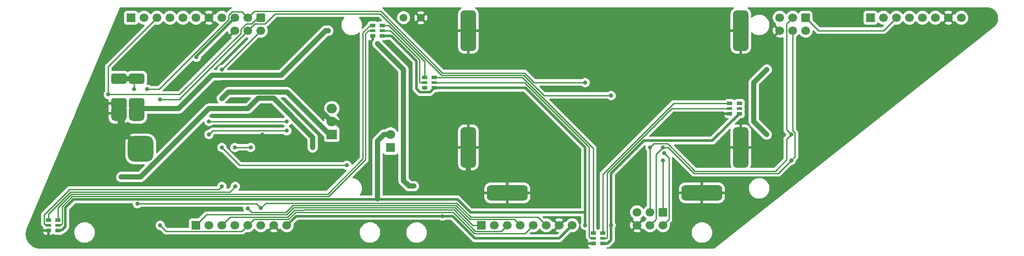
<source format=gtl>
%TF.GenerationSoftware,KiCad,Pcbnew,6.0.10-86aedd382b~118~ubuntu22.04.1*%
%TF.CreationDate,2023-01-16T15:09:36-06:00*%
%TF.ProjectId,badge,62616467-652e-46b6-9963-61645f706362,rev?*%
%TF.SameCoordinates,Original*%
%TF.FileFunction,Copper,L1,Top*%
%TF.FilePolarity,Positive*%
%FSLAX46Y46*%
G04 Gerber Fmt 4.6, Leading zero omitted, Abs format (unit mm)*
G04 Created by KiCad (PCBNEW 6.0.10-86aedd382b~118~ubuntu22.04.1) date 2023-01-16 15:09:36*
%MOMM*%
%LPD*%
G01*
G04 APERTURE LIST*
G04 Aperture macros list*
%AMRoundRect*
0 Rectangle with rounded corners*
0 $1 Rounding radius*
0 $2 $3 $4 $5 $6 $7 $8 $9 X,Y pos of 4 corners*
0 Add a 4 corners polygon primitive as box body*
4,1,4,$2,$3,$4,$5,$6,$7,$8,$9,$2,$3,0*
0 Add four circle primitives for the rounded corners*
1,1,$1+$1,$2,$3*
1,1,$1+$1,$4,$5*
1,1,$1+$1,$6,$7*
1,1,$1+$1,$8,$9*
0 Add four rect primitives between the rounded corners*
20,1,$1+$1,$2,$3,$4,$5,0*
20,1,$1+$1,$4,$5,$6,$7,0*
20,1,$1+$1,$6,$7,$8,$9,0*
20,1,$1+$1,$8,$9,$2,$3,0*%
G04 Aperture macros list end*
%TA.AperFunction,SMDPad,CuDef*%
%ADD10RoundRect,0.357142X1.142858X-0.642858X1.142858X0.642858X-1.142858X0.642858X-1.142858X-0.642858X0*%
%TD*%
%TA.AperFunction,SMDPad,CuDef*%
%ADD11R,1.000000X0.700000*%
%TD*%
%TA.AperFunction,SMDPad,CuDef*%
%ADD12R,1.000000X0.500000*%
%TD*%
%TA.AperFunction,ComponentPad*%
%ADD13RoundRect,0.250000X-0.600000X0.600000X-0.600000X-0.600000X0.600000X-0.600000X0.600000X0.600000X0*%
%TD*%
%TA.AperFunction,ComponentPad*%
%ADD14C,1.700000*%
%TD*%
%TA.AperFunction,ComponentPad*%
%ADD15RoundRect,0.750000X-0.750000X-3.250000X0.750000X-3.250000X0.750000X3.250000X-0.750000X3.250000X0*%
%TD*%
%TA.AperFunction,ComponentPad*%
%ADD16R,1.700000X1.700000*%
%TD*%
%TA.AperFunction,ComponentPad*%
%ADD17RoundRect,0.750000X3.250000X-0.750000X3.250000X0.750000X-3.250000X0.750000X-3.250000X-0.750000X0*%
%TD*%
%TA.AperFunction,SMDPad,CuDef*%
%ADD18RoundRect,0.357142X-1.142858X0.642858X-1.142858X-0.642858X1.142858X-0.642858X1.142858X0.642858X0*%
%TD*%
%TA.AperFunction,ComponentPad*%
%ADD19R,1.800000X1.800000*%
%TD*%
%TA.AperFunction,ComponentPad*%
%ADD20C,1.800000*%
%TD*%
%TA.AperFunction,ComponentPad*%
%ADD21C,1.500000*%
%TD*%
%TA.AperFunction,ComponentPad*%
%ADD22R,2.000000X1.905000*%
%TD*%
%TA.AperFunction,ComponentPad*%
%ADD23O,2.000000X1.905000*%
%TD*%
%TA.AperFunction,ComponentPad*%
%ADD24RoundRect,0.750000X0.750000X-0.750000X0.750000X0.750000X-0.750000X0.750000X-0.750000X-0.750000X0*%
%TD*%
%TA.AperFunction,HeatsinkPad*%
%ADD25RoundRect,1.250000X1.250000X1.250000X-1.250000X1.250000X-1.250000X-1.250000X1.250000X-1.250000X0*%
%TD*%
%TA.AperFunction,ViaPad*%
%ADD26C,0.800000*%
%TD*%
%TA.AperFunction,Conductor*%
%ADD27C,1.000000*%
%TD*%
%TA.AperFunction,Conductor*%
%ADD28C,0.500000*%
%TD*%
%TA.AperFunction,Conductor*%
%ADD29C,0.250000*%
%TD*%
G04 APERTURE END LIST*
D10*
%TO.P,R9,1*%
%TO.N,/BAT+*%
X69680000Y-77700000D03*
%TO.P,R9,2*%
%TO.N,/Vmeasure*%
X69680000Y-72900000D03*
%TD*%
D11*
%TO.P,D2,1,DI*%
%TO.N,Net-(D1-Pad6)*%
X115890000Y-62500000D03*
D12*
%TO.P,D2,2,CI*%
%TO.N,Net-(D1-Pad5)*%
X115890000Y-63500000D03*
D11*
%TO.P,D2,3,GND*%
%TO.N,GND*%
X115890000Y-64500000D03*
%TO.P,D2,4,VCC*%
%TO.N,+5V*%
X117790000Y-64500000D03*
D12*
%TO.P,D2,5,CO*%
%TO.N,Net-(D2-Pad5)*%
X117790000Y-63500000D03*
D11*
%TO.P,D2,6,DO*%
%TO.N,Net-(D2-Pad6)*%
X117790000Y-62500000D03*
%TD*%
%TO.P,D1,1,DI*%
%TO.N,Net-(D1-Pad1)*%
X52390000Y-100600000D03*
D12*
%TO.P,D1,2,CI*%
%TO.N,Net-(D1-Pad2)*%
X52390000Y-101600000D03*
D11*
%TO.P,D1,3,GND*%
%TO.N,GND*%
X52390000Y-102600000D03*
%TO.P,D1,4,VCC*%
%TO.N,+5V*%
X54290000Y-102600000D03*
D12*
%TO.P,D1,5,CO*%
%TO.N,Net-(D1-Pad5)*%
X54290000Y-101600000D03*
D11*
%TO.P,D1,6,DO*%
%TO.N,Net-(D1-Pad6)*%
X54290000Y-100600000D03*
%TD*%
D13*
%TO.P,J1,1,GPIO1*%
%TO.N,/GPIO1{slash}DC*%
X200660000Y-60960000D03*
D14*
%TO.P,J1,2,GPIO2*%
%TO.N,/GPIO2{slash}BUSY*%
X200660000Y-63500000D03*
%TO.P,J1,3,SDA*%
%TO.N,/SDA*%
X198120000Y-60960000D03*
%TO.P,J1,4,SCL*%
%TO.N,/SCL*%
X198120000Y-63500000D03*
%TO.P,J1,5,3V3*%
%TO.N,+3V3*%
X195580000Y-60960000D03*
%TO.P,J1,6,GND*%
%TO.N,GND*%
X195580000Y-63500000D03*
%TD*%
D15*
%TO.P,REF\u002A\u002A,1*%
%TO.N,GND*%
X187960000Y-63500000D03*
%TD*%
D13*
%TO.P,J1,1,GPIO1*%
%TO.N,/GPIO1{slash}DC*%
X93980000Y-60960000D03*
D14*
%TO.P,J1,2,GPIO2*%
%TO.N,/GPIO2{slash}BUSY*%
X93980000Y-63500000D03*
%TO.P,J1,3,SDA*%
%TO.N,/SDA*%
X91440000Y-60960000D03*
%TO.P,J1,4,SCL*%
%TO.N,/SCL*%
X91440000Y-63500000D03*
%TO.P,J1,5,3V3*%
%TO.N,+3V3*%
X88900000Y-60960000D03*
%TO.P,J1,6,GND*%
%TO.N,GND*%
X88900000Y-63500000D03*
%TD*%
D15*
%TO.P,REF\u002A\u002A,1*%
%TO.N,GND*%
X187960000Y-86360000D03*
%TD*%
D11*
%TO.P,D4,1,DI*%
%TO.N,Net-(D3-Pad6)*%
X159070000Y-103140000D03*
D12*
%TO.P,D4,2,CI*%
%TO.N,Net-(D3-Pad5)*%
X159070000Y-104140000D03*
D11*
%TO.P,D4,3,GND*%
%TO.N,GND*%
X159070000Y-105140000D03*
%TO.P,D4,4,VCC*%
%TO.N,+5V*%
X160970000Y-105140000D03*
D12*
%TO.P,D4,5,CO*%
%TO.N,Net-(D4-Pad5)*%
X160970000Y-104140000D03*
D11*
%TO.P,D4,6,DO*%
%TO.N,Net-(D4-Pad6)*%
X160970000Y-103140000D03*
%TD*%
D16*
%TO.P,U2,1,BUSY*%
%TO.N,/GPIO2{slash}BUSY*%
X137160000Y-101600000D03*
D14*
%TO.P,U2,2,~{RESET}*%
%TO.N,/RESET*%
X139700000Y-101600000D03*
%TO.P,U2,3,DATA/~{CMD}*%
%TO.N,/GPIO1{slash}DC*%
X142240000Y-101600000D03*
%TO.P,U2,4,~{CS}*%
%TO.N,/CS{slash}OE*%
X144780000Y-101600000D03*
%TO.P,U2,5,SCLK*%
%TO.N,/SCLK*%
X147320000Y-101600000D03*
%TO.P,U2,6,SDI/MOSI*%
%TO.N,/MOSI*%
X149860000Y-101600000D03*
%TO.P,U2,7,GND*%
%TO.N,GND*%
X152400000Y-101600000D03*
%TO.P,U2,8,VCC*%
%TO.N,Net-(R6-Pad1)*%
X154940000Y-101600000D03*
%TD*%
D11*
%TO.P,D5,1,DI*%
%TO.N,Net-(D4-Pad6)*%
X185774305Y-77742363D03*
D12*
%TO.P,D5,2,CI*%
%TO.N,Net-(D4-Pad5)*%
X185774305Y-78742363D03*
D11*
%TO.P,D5,3,GND*%
%TO.N,GND*%
X185774305Y-79742363D03*
%TO.P,D5,4,VCC*%
%TO.N,+5V*%
X187674305Y-79742363D03*
D12*
%TO.P,D5,5,CO*%
%TO.N,unconnected-(D5-Pad5)*%
X187674305Y-78742363D03*
D11*
%TO.P,D5,6,DO*%
%TO.N,unconnected-(D5-Pad6)*%
X187674305Y-77742363D03*
%TD*%
D13*
%TO.P,J1,1,GPIO1*%
%TO.N,/GPIO1{slash}DC*%
X172720000Y-99060000D03*
D14*
%TO.P,J1,2,GPIO2*%
%TO.N,/GPIO2{slash}BUSY*%
X172720000Y-101600000D03*
%TO.P,J1,3,SDA*%
%TO.N,/SDA*%
X170180000Y-99060000D03*
%TO.P,J1,4,SCL*%
%TO.N,/SCL*%
X170180000Y-101600000D03*
%TO.P,J1,5,3V3*%
%TO.N,+3V3*%
X167640000Y-99060000D03*
%TO.P,J1,6,GND*%
%TO.N,GND*%
X167640000Y-101600000D03*
%TD*%
D15*
%TO.P,REF\u002A\u002A,1*%
%TO.N,GND*%
X134620000Y-86360000D03*
%TD*%
D11*
%TO.P,D3,1,DI*%
%TO.N,Net-(D2-Pad6)*%
X126050000Y-72660000D03*
D12*
%TO.P,D3,2,CI*%
%TO.N,Net-(D2-Pad5)*%
X126050000Y-73660000D03*
D11*
%TO.P,D3,3,GND*%
%TO.N,GND*%
X126050000Y-74660000D03*
%TO.P,D3,4,VCC*%
%TO.N,+5V*%
X127950000Y-74660000D03*
D12*
%TO.P,D3,5,CO*%
%TO.N,Net-(D3-Pad5)*%
X127950000Y-73660000D03*
D11*
%TO.P,D3,6,DO*%
%TO.N,Net-(D3-Pad6)*%
X127950000Y-72660000D03*
%TD*%
D16*
%TO.P,U2,1,BUSY*%
%TO.N,/GPIO2{slash}BUSY*%
X81280000Y-101600000D03*
D14*
%TO.P,U2,2,~{RESET}*%
%TO.N,/RESET*%
X83820000Y-101600000D03*
%TO.P,U2,3,DATA/~{CMD}*%
%TO.N,/GPIO1{slash}DC*%
X86360000Y-101600000D03*
%TO.P,U2,4,~{CS}*%
%TO.N,/CS{slash}OE*%
X88900000Y-101600000D03*
%TO.P,U2,5,SCLK*%
%TO.N,/SCLK*%
X91440000Y-101600000D03*
%TO.P,U2,6,SDI/MOSI*%
%TO.N,/MOSI*%
X93980000Y-101600000D03*
%TO.P,U2,7,GND*%
%TO.N,GND*%
X96520000Y-101600000D03*
%TO.P,U2,8,VCC*%
%TO.N,Net-(R6-Pad1)*%
X99060000Y-101600000D03*
%TD*%
D15*
%TO.P,REF\u002A\u002A,1*%
%TO.N,GND*%
X134620000Y-63500000D03*
%TD*%
D17*
%TO.P,REF\u002A\u002A,1*%
%TO.N,GND*%
X142240000Y-95250000D03*
%TD*%
D16*
%TO.P,U2,1,BUSY*%
%TO.N,/GPIO2{slash}BUSY*%
X213360000Y-60960000D03*
D14*
%TO.P,U2,2,~{RESET}*%
%TO.N,/RESET*%
X215900000Y-60960000D03*
%TO.P,U2,3,DATA/~{CMD}*%
%TO.N,/GPIO1{slash}DC*%
X218440000Y-60960000D03*
%TO.P,U2,4,~{CS}*%
%TO.N,/CS{slash}OE*%
X220980000Y-60960000D03*
%TO.P,U2,5,SCLK*%
%TO.N,/SCLK*%
X223520000Y-60960000D03*
%TO.P,U2,6,SDI/MOSI*%
%TO.N,/MOSI*%
X226060000Y-60960000D03*
%TO.P,U2,7,GND*%
%TO.N,GND*%
X228600000Y-60960000D03*
%TO.P,U2,8,VCC*%
%TO.N,Net-(R6-Pad1)*%
X231140000Y-60960000D03*
%TD*%
D16*
%TO.P,U2,1,BUSY*%
%TO.N,/GPIO2{slash}BUSY*%
X68580000Y-60960000D03*
D14*
%TO.P,U2,2,~{RESET}*%
%TO.N,/RESET*%
X71120000Y-60960000D03*
%TO.P,U2,3,DATA/~{CMD}*%
%TO.N,/GPIO1{slash}DC*%
X73660000Y-60960000D03*
%TO.P,U2,4,~{CS}*%
%TO.N,/CS{slash}OE*%
X76200000Y-60960000D03*
%TO.P,U2,5,SCLK*%
%TO.N,/SCLK*%
X78740000Y-60960000D03*
%TO.P,U2,6,SDI/MOSI*%
%TO.N,/MOSI*%
X81280000Y-60960000D03*
%TO.P,U2,7,GND*%
%TO.N,GND*%
X83820000Y-60960000D03*
%TO.P,U2,8,VCC*%
%TO.N,Net-(R6-Pad1)*%
X86360000Y-60960000D03*
%TD*%
D18*
%TO.P,R10,1*%
%TO.N,/Vmeasure*%
X66170000Y-72900000D03*
%TO.P,R10,2*%
%TO.N,GND*%
X66170000Y-77700000D03*
%TD*%
D17*
%TO.P,REF\u002A\u002A,1*%
%TO.N,GND*%
X180340000Y-95250000D03*
%TD*%
D19*
%TO.P,D6,1,K*%
%TO.N,Net-(D6-Pad1)*%
X119380000Y-86360000D03*
D20*
%TO.P,D6,2,A*%
%TO.N,+5V*%
X119380000Y-83820000D03*
%TD*%
D21*
%TO.P,R2,1*%
%TO.N,/Vdark*%
X121920000Y-60960000D03*
%TO.P,R2,2*%
%TO.N,GND*%
X125320000Y-60960000D03*
%TD*%
D22*
%TO.P,U3,1,OUT*%
%TO.N,+5V*%
X107885000Y-83820000D03*
D23*
%TO.P,U3,2,GND*%
%TO.N,GND*%
X107885000Y-81280000D03*
%TO.P,U3,3,IN*%
%TO.N,Net-(SW3-Pad2)*%
X107885000Y-78740000D03*
%TD*%
D24*
%TO.P,U1,15,BAT+*%
%TO.N,/BAT+*%
X69679266Y-79714877D03*
%TO.P,U1,16,BAT-*%
%TO.N,GND*%
X66169266Y-79714877D03*
D25*
%TO.P,U1,GND*%
%TO.N,N/C*%
X70470010Y-86659629D03*
%TD*%
D26*
%TO.N,+3V3*%
X193040000Y-71120000D03*
X81385713Y-68685713D03*
X193040000Y-83820000D03*
X96475000Y-76740000D03*
X66660490Y-92140340D03*
X104140000Y-86360000D03*
X83820000Y-78740000D03*
%TO.N,GND*%
X86360000Y-73660000D03*
X126069647Y-74640353D03*
X159070000Y-105140000D03*
X94302500Y-83820000D03*
X52390000Y-102600000D03*
X96520000Y-73660000D03*
X130050000Y-93940000D03*
X185774305Y-79742363D03*
X123950000Y-88940000D03*
X110822500Y-87950000D03*
X64120490Y-92140340D03*
X96520000Y-86360000D03*
X115890000Y-64500000D03*
%TO.N,/SCL*%
X74280490Y-76975780D03*
X172720000Y-86360000D03*
X162560000Y-76200000D03*
X197840000Y-88900000D03*
%TO.N,/SDA*%
X71740490Y-74975780D03*
X170180000Y-86360000D03*
X197840000Y-83820000D03*
X157480000Y-73660000D03*
%TO.N,/CS{slash}OE*%
X91999500Y-86360000D03*
X88900000Y-86360000D03*
X91440000Y-98275000D03*
%TO.N,/MOSI*%
X93980000Y-98241462D03*
X69815490Y-97369500D03*
%TO.N,+5V*%
X86360000Y-76785000D03*
X162560000Y-101600000D03*
X157480000Y-101600000D03*
%TO.N,/SCLK*%
X74280490Y-101600000D03*
%TO.N,/Vdark*%
X99060000Y-81280000D03*
X83820000Y-81280000D03*
%TO.N,/RESET{slash}LED*%
X86360000Y-86360000D03*
X110822500Y-89850000D03*
%TO.N,/BAT+*%
X116840000Y-66040000D03*
X123950000Y-93940000D03*
X107190000Y-63500000D03*
%TO.N,/GPIO2{slash}BUSY*%
X86360000Y-71120000D03*
X172929196Y-87450500D03*
%TO.N,/GPIO1{slash}DC*%
X172720000Y-88900000D03*
X64120490Y-75975780D03*
%TO.N,/MISO{slash}Vbutton1*%
X83820000Y-83820000D03*
X99060000Y-83095000D03*
%TO.N,/Vmeasure*%
X69200490Y-74975780D03*
%TO.N,Net-(D1-Pad2)*%
X86360000Y-93980000D03*
%TO.N,Net-(D1-Pad1)*%
X88987923Y-93980000D03*
%TO.N,Net-(R6-Pad1)*%
X129540000Y-99784500D03*
%TD*%
D27*
%TO.N,+3V3*%
X83820000Y-78740000D02*
X70419660Y-92140340D01*
X83820000Y-78740000D02*
X91440000Y-78740000D01*
X104140000Y-86360000D02*
X104140000Y-84405000D01*
X104140000Y-84405000D02*
X96475000Y-76740000D01*
X190500000Y-81280000D02*
X193040000Y-83820000D01*
X93440000Y-76740000D02*
X96475000Y-76740000D01*
X91440000Y-78740000D02*
X93440000Y-76740000D01*
X190500000Y-73660000D02*
X190500000Y-81280000D01*
D28*
X81385713Y-68474287D02*
X88900000Y-60960000D01*
X81385713Y-68685713D02*
X81385713Y-68474287D01*
D27*
X193040000Y-71120000D02*
X190500000Y-73660000D01*
X70419660Y-92140340D02*
X66660490Y-92140340D01*
%TO.N,GND*%
X134620000Y-86360000D02*
X134620000Y-91675000D01*
X134620000Y-91675000D02*
X132355000Y-93940000D01*
D28*
X185874305Y-79642363D02*
X185774305Y-79742363D01*
D27*
X127457500Y-93940000D02*
X123950000Y-90432500D01*
X66919266Y-79619266D02*
X66040000Y-78740000D01*
X110822500Y-83405000D02*
X110822500Y-87950000D01*
D28*
X94302500Y-83820000D02*
X96520000Y-86037500D01*
D27*
X66919266Y-79714877D02*
X66919266Y-83108885D01*
X66919266Y-83108885D02*
X70470010Y-86659629D01*
X123950000Y-90432500D02*
X123950000Y-88940000D01*
X108697500Y-81280000D02*
X110822500Y-83405000D01*
X107885000Y-81280000D02*
X108697500Y-81280000D01*
X96520000Y-73660000D02*
X86360000Y-73660000D01*
X130050000Y-93940000D02*
X127457500Y-93940000D01*
X96520000Y-73660000D02*
X100265000Y-73660000D01*
X100265000Y-73660000D02*
X107885000Y-81280000D01*
D28*
X96520000Y-86037500D02*
X96520000Y-86360000D01*
D27*
X132355000Y-93940000D02*
X130050000Y-93940000D01*
D28*
X65054389Y-78600000D02*
X66169266Y-79714877D01*
D29*
%TO.N,/SCL*%
X91440000Y-63500000D02*
X92805000Y-62135000D01*
X96778173Y-60175000D02*
X117325000Y-60175000D01*
X173745305Y-86360000D02*
X178825305Y-91440000D01*
X171355000Y-100425000D02*
X170180000Y-101600000D01*
X198120000Y-83095000D02*
X198140305Y-83095000D01*
X198565000Y-88175000D02*
X197840000Y-88900000D01*
X195300000Y-91440000D02*
X197840000Y-88900000D01*
X198120000Y-63500000D02*
X198120000Y-83095000D01*
X94818173Y-62135000D02*
X96778173Y-60175000D01*
X145415964Y-72210000D02*
X149405964Y-76200000D01*
X77964220Y-76975780D02*
X74280490Y-76975780D01*
X172720000Y-86360000D02*
X173745305Y-86360000D01*
X198565000Y-83519695D02*
X198565000Y-88175000D01*
X172720000Y-86360000D02*
X171355000Y-87725000D01*
X129360000Y-72210000D02*
X145415964Y-72210000D01*
X91440000Y-63500000D02*
X77964220Y-76975780D01*
X198140305Y-83095000D02*
X198565000Y-83519695D01*
X92805000Y-62135000D02*
X94818173Y-62135000D01*
X171355000Y-87725000D02*
X171355000Y-100425000D01*
X117325000Y-60175000D02*
X129360000Y-72210000D01*
X178825305Y-91440000D02*
X195300000Y-91440000D01*
X149405964Y-76200000D02*
X162560000Y-76200000D01*
%TO.N,/SDA*%
X87725000Y-60473299D02*
X88413299Y-59785000D01*
X196945000Y-88769695D02*
X196945000Y-84715000D01*
X170180000Y-99060000D02*
X170180000Y-86360000D01*
X87725000Y-61321828D02*
X87725000Y-60473299D01*
X71740490Y-74975780D02*
X74071048Y-74975780D01*
X170905000Y-85635000D02*
X173656701Y-85635000D01*
X170180000Y-86360000D02*
X170905000Y-85635000D01*
X197840000Y-83820000D02*
X196945000Y-82925000D01*
X196945000Y-84715000D02*
X197840000Y-83820000D01*
X173656701Y-85635000D02*
X179011701Y-90990000D01*
X196945000Y-82925000D02*
X196945000Y-62135000D01*
X157480000Y-73660000D02*
X147502360Y-73660000D01*
X145602360Y-71760000D02*
X129546396Y-71760000D01*
X147502360Y-73660000D02*
X145602360Y-71760000D01*
X194724695Y-90990000D02*
X196945000Y-88769695D01*
X129546396Y-71760000D02*
X117511396Y-59725000D01*
X117511396Y-59725000D02*
X92675000Y-59725000D01*
X92675000Y-59725000D02*
X91440000Y-60960000D01*
X88413299Y-59785000D02*
X90265000Y-59785000D01*
X74071048Y-74975780D02*
X87725000Y-61321828D01*
X90265000Y-59785000D02*
X91440000Y-60960000D01*
X179011701Y-90990000D02*
X194724695Y-90990000D01*
X196945000Y-62135000D02*
X198120000Y-60960000D01*
%TO.N,/CS{slash}OE*%
X91999500Y-86360000D02*
X88900000Y-86360000D01*
X98877640Y-99060000D02*
X100242640Y-97695000D01*
X143605000Y-100425000D02*
X144780000Y-101600000D01*
X91440000Y-98275000D02*
X92225000Y-99060000D01*
X134907792Y-100425000D02*
X143605000Y-100425000D01*
X132177792Y-97695000D02*
X134907792Y-100425000D01*
X100242640Y-97695000D02*
X132177792Y-97695000D01*
X92225000Y-99060000D02*
X98877640Y-99060000D01*
%TO.N,/MOSI*%
X94976462Y-97245000D02*
X132364188Y-97245000D01*
X69815490Y-97369500D02*
X93108038Y-97369500D01*
X132364188Y-97245000D02*
X135094188Y-99975000D01*
X93980000Y-98241462D02*
X94976462Y-97245000D01*
X135094188Y-99975000D02*
X148235000Y-99975000D01*
X93108038Y-97369500D02*
X93980000Y-98241462D01*
X148235000Y-99975000D02*
X149860000Y-101600000D01*
D28*
%TO.N,+5V*%
X101450500Y-96520000D02*
X57329568Y-96520000D01*
X134992360Y-99060000D02*
X157480000Y-99060000D01*
D27*
X116840000Y-85087208D02*
X116840000Y-96420000D01*
X118107208Y-83820000D02*
X116840000Y-85087208D01*
D28*
X117790000Y-64500000D02*
X119564036Y-64500000D01*
X127119647Y-75490353D02*
X127950000Y-74660000D01*
X145780000Y-74660000D02*
X157480000Y-86360000D01*
X55690000Y-101850000D02*
X55040000Y-102500000D01*
X182394586Y-85022082D02*
X168977918Y-85022082D01*
D27*
X86360000Y-76785000D02*
X87605000Y-75540000D01*
D28*
X57329568Y-96520000D02*
X55690000Y-98159568D01*
D27*
X119380000Y-83820000D02*
X118107208Y-83820000D01*
D28*
X124460000Y-74820000D02*
X125130353Y-75490353D01*
X161865723Y-105140000D02*
X160970000Y-105140000D01*
X55690000Y-98159568D02*
X55690000Y-101850000D01*
X162560000Y-104445723D02*
X161865723Y-105140000D01*
X101600000Y-96520000D02*
X132452360Y-96520000D01*
X157480000Y-86360000D02*
X157480000Y-101600000D01*
X132452360Y-96520000D02*
X134992360Y-99060000D01*
X124460000Y-69395964D02*
X124460000Y-74820000D01*
X125130353Y-75490353D02*
X127119647Y-75490353D01*
D27*
X107392691Y-83820000D02*
X107885000Y-83820000D01*
X87605000Y-75540000D02*
X99112691Y-75540000D01*
D28*
X168977918Y-85022082D02*
X162560000Y-91440000D01*
X119564036Y-64500000D02*
X124460000Y-69395964D01*
X55040000Y-102500000D02*
X54190000Y-102500000D01*
X127950000Y-74660000D02*
X145780000Y-74660000D01*
X187674305Y-79742363D02*
X182394586Y-85022082D01*
D27*
X99112691Y-75540000D02*
X107392691Y-83820000D01*
D28*
X162560000Y-91440000D02*
X162560000Y-104445723D01*
D29*
%TO.N,/SCLK*%
X91440000Y-101600000D02*
X90265000Y-102775000D01*
X131633604Y-99060000D02*
X100786828Y-99060000D01*
X90265000Y-102775000D02*
X75455490Y-102775000D01*
X135798604Y-103225000D02*
X131633604Y-99060000D01*
X147320000Y-101600000D02*
X145695000Y-103225000D01*
X99421828Y-100425000D02*
X92615000Y-100425000D01*
X100786828Y-99060000D02*
X99421828Y-100425000D01*
X145695000Y-103225000D02*
X135798604Y-103225000D01*
X75455490Y-102775000D02*
X74280490Y-101600000D01*
X92615000Y-100425000D02*
X91440000Y-101600000D01*
%TO.N,/Vdark*%
X99060000Y-81280000D02*
X83820000Y-81280000D01*
%TO.N,/RESET{slash}LED*%
X89850000Y-89850000D02*
X110822500Y-89850000D01*
X86360000Y-86360000D02*
X89850000Y-89850000D01*
D27*
%TO.N,/BAT+*%
X116840000Y-66040000D02*
X121920000Y-71120000D01*
X71120000Y-78740000D02*
X77891472Y-78740000D01*
X121920000Y-92848629D02*
X123011371Y-93940000D01*
X77891472Y-78740000D02*
X84411472Y-72220000D01*
X106680000Y-63500000D02*
X107190000Y-63500000D01*
X97960000Y-72220000D02*
X106680000Y-63500000D01*
X84411472Y-72220000D02*
X97960000Y-72220000D01*
X121920000Y-71120000D02*
X121920000Y-92848629D01*
X123011371Y-93940000D02*
X123950000Y-93940000D01*
D29*
%TO.N,/GPIO2{slash}BUSY*%
X172929196Y-87450500D02*
X173895000Y-88416304D01*
X135446396Y-101600000D02*
X131991396Y-98145000D01*
X173895000Y-88416304D02*
X173895000Y-100425000D01*
X100414036Y-98160000D02*
X99049036Y-99525000D01*
X86360000Y-71120000D02*
X93980000Y-63500000D01*
X102208346Y-98160000D02*
X100414036Y-98160000D01*
X99049036Y-99525000D02*
X83355000Y-99525000D01*
X173895000Y-100425000D02*
X172720000Y-101600000D01*
X102223346Y-98145000D02*
X102208346Y-98160000D01*
X131991396Y-98145000D02*
X102223346Y-98145000D01*
X83355000Y-99525000D02*
X81280000Y-101600000D01*
X137160000Y-101600000D02*
X135446396Y-101600000D01*
%TO.N,/GPIO1{slash}DC*%
X78085921Y-75975780D02*
X90075000Y-63986701D01*
X91143299Y-62135000D02*
X92168604Y-62135000D01*
X64120490Y-75975780D02*
X78085921Y-75975780D01*
X92168604Y-62135000D02*
X93343604Y-60960000D01*
X87985000Y-99975000D02*
X86360000Y-101600000D01*
X215900000Y-63500000D02*
X203200000Y-63500000D01*
X102409742Y-98595000D02*
X102394742Y-98610000D01*
X100600432Y-98610000D02*
X99235432Y-99975000D01*
X64120490Y-70499510D02*
X73660000Y-60960000D01*
X102394742Y-98610000D02*
X100600432Y-98610000D01*
X64120490Y-75975780D02*
X64120490Y-70499510D01*
X141065000Y-102775000D02*
X135985000Y-102775000D01*
X99235432Y-99975000D02*
X87985000Y-99975000D01*
X135985000Y-102775000D02*
X131805000Y-98595000D01*
X172720000Y-99060000D02*
X172720000Y-88900000D01*
X203200000Y-63500000D02*
X200660000Y-60960000D01*
X142240000Y-101600000D02*
X141065000Y-102775000D01*
X90075000Y-63986701D02*
X90075000Y-63203299D01*
X90075000Y-63203299D02*
X91143299Y-62135000D01*
X93343604Y-60960000D02*
X93980000Y-60960000D01*
X131805000Y-98595000D02*
X102409742Y-98595000D01*
X218440000Y-60960000D02*
X215900000Y-63500000D01*
%TO.N,/MISO{slash}Vbutton1*%
X99060000Y-83095000D02*
X84545000Y-83095000D01*
X84545000Y-83095000D02*
X83820000Y-83820000D01*
%TO.N,Net-(D4-Pad6)*%
X174808069Y-77742363D02*
X160970000Y-91580432D01*
X160970000Y-91580432D02*
X160970000Y-103140000D01*
X185774305Y-77742363D02*
X174808069Y-77742363D01*
%TO.N,Net-(D4-Pad5)*%
X161595000Y-104140000D02*
X161795000Y-103940000D01*
X161795000Y-91391828D02*
X174444465Y-78742363D01*
X160870000Y-104140000D02*
X161595000Y-104140000D01*
X161795000Y-103940000D02*
X161795000Y-91391828D01*
X174444465Y-78742363D02*
X185874305Y-78742363D01*
%TO.N,Net-(D3-Pad6)*%
X159070000Y-103140000D02*
X159070000Y-86500432D01*
X145229568Y-72660000D02*
X127950000Y-72660000D01*
X159070000Y-86500432D02*
X145229568Y-72660000D01*
%TO.N,Net-(D3-Pad5)*%
X158245000Y-86311828D02*
X158245000Y-103815000D01*
X158570000Y-104140000D02*
X159170000Y-104140000D01*
X158245000Y-103815000D02*
X158570000Y-104140000D01*
X127850000Y-73660000D02*
X145593172Y-73660000D01*
X145593172Y-73660000D02*
X158245000Y-86311828D01*
%TO.N,Net-(D2-Pad6)*%
X119013604Y-62500000D02*
X117790000Y-62500000D01*
X126050000Y-72660000D02*
X126050000Y-69536396D01*
X126050000Y-69536396D02*
X119013604Y-62500000D01*
%TO.N,Net-(D2-Pad5)*%
X119377208Y-63500000D02*
X125035000Y-69157792D01*
X125035000Y-69157792D02*
X125035000Y-73470000D01*
X125035000Y-73470000D02*
X125225000Y-73660000D01*
X125225000Y-73660000D02*
X126150000Y-73660000D01*
X117690000Y-63500000D02*
X119377208Y-63500000D01*
%TO.N,Net-(D1-Pad6)*%
X115365128Y-62500000D02*
X113988414Y-63876714D01*
X115890000Y-62500000D02*
X115365128Y-62500000D01*
X113988414Y-63876714D02*
X113988414Y-88575190D01*
X113988414Y-88575190D02*
X107068604Y-95495000D01*
X107068604Y-95495000D02*
X56905000Y-95495000D01*
X56905000Y-95495000D02*
X54290000Y-98110000D01*
X54290000Y-98110000D02*
X54290000Y-100600000D01*
%TO.N,Net-(D1-Pad5)*%
X114438414Y-64063110D02*
X115001524Y-63500000D01*
X115001524Y-63500000D02*
X115990000Y-63500000D01*
X55115000Y-101275000D02*
X55115000Y-97921396D01*
X107255000Y-95945000D02*
X114438414Y-88761586D01*
X57091396Y-95945000D02*
X107255000Y-95945000D01*
X55115000Y-97921396D02*
X57091396Y-95945000D01*
X54190000Y-101600000D02*
X54790000Y-101600000D01*
X54790000Y-101600000D02*
X55115000Y-101275000D01*
X114438414Y-88761586D02*
X114438414Y-64063110D01*
%TO.N,/Vmeasure*%
X69200490Y-73379510D02*
X69680000Y-72900000D01*
D27*
X66170000Y-72900000D02*
X69680000Y-72900000D01*
D29*
X69200490Y-74975780D02*
X69200490Y-73379510D01*
%TO.N,Net-(D1-Pad2)*%
X86360000Y-93980000D02*
X85745000Y-94595000D01*
X51565000Y-99562208D02*
X51565000Y-101275000D01*
X51565000Y-101275000D02*
X51890000Y-101600000D01*
X51890000Y-101600000D02*
X52240000Y-101600000D01*
X85745000Y-94595000D02*
X56532208Y-94595000D01*
X56532208Y-94595000D02*
X51565000Y-99562208D01*
%TO.N,Net-(D1-Pad1)*%
X87922923Y-95045000D02*
X56718604Y-95045000D01*
X88987923Y-93980000D02*
X87922923Y-95045000D01*
X56718604Y-95045000D02*
X52390000Y-99373604D01*
X52390000Y-99373604D02*
X52390000Y-100600000D01*
D28*
%TO.N,Net-(R6-Pad1)*%
X100875500Y-99784500D02*
X99060000Y-101600000D01*
X131544932Y-99784500D02*
X135900432Y-104140000D01*
X152400000Y-104140000D02*
X154940000Y-101600000D01*
X129540000Y-99784500D02*
X100875500Y-99784500D01*
X129540000Y-99784500D02*
X131544932Y-99784500D01*
X135900432Y-104140000D02*
X152400000Y-104140000D01*
%TD*%
%TA.AperFunction,Conductor*%
%TO.N,GND*%
G36*
X88263293Y-58948502D02*
G01*
X88309786Y-59002158D01*
X88319890Y-59072432D01*
X88290396Y-59137012D01*
X88241556Y-59171651D01*
X88213382Y-59182806D01*
X88202164Y-59186646D01*
X88159706Y-59198982D01*
X88152880Y-59203019D01*
X88142271Y-59209293D01*
X88124523Y-59217988D01*
X88105682Y-59225448D01*
X88099266Y-59230110D01*
X88099265Y-59230110D01*
X88069912Y-59251436D01*
X88059992Y-59257952D01*
X88028764Y-59276420D01*
X88028761Y-59276422D01*
X88021937Y-59280458D01*
X88007616Y-59294779D01*
X87992583Y-59307619D01*
X87976192Y-59319528D01*
X87949815Y-59351413D01*
X87948011Y-59353593D01*
X87940021Y-59362374D01*
X87396666Y-59905728D01*
X87334354Y-59939753D01*
X87263538Y-59934688D01*
X87229479Y-59915514D01*
X87118414Y-59827800D01*
X87118410Y-59827798D01*
X87114359Y-59824598D01*
X86918789Y-59716638D01*
X86913920Y-59714914D01*
X86913916Y-59714912D01*
X86713087Y-59643795D01*
X86713083Y-59643794D01*
X86708212Y-59642069D01*
X86703119Y-59641162D01*
X86703116Y-59641161D01*
X86493373Y-59603800D01*
X86493367Y-59603799D01*
X86488284Y-59602894D01*
X86414452Y-59601992D01*
X86270081Y-59600228D01*
X86270079Y-59600228D01*
X86264911Y-59600165D01*
X86044091Y-59633955D01*
X85831756Y-59703357D01*
X85758757Y-59741358D01*
X85692837Y-59775674D01*
X85633607Y-59806507D01*
X85629474Y-59809610D01*
X85629471Y-59809612D01*
X85459100Y-59937530D01*
X85454965Y-59940635D01*
X85398536Y-59999684D01*
X85343729Y-60057037D01*
X85300629Y-60102138D01*
X85193204Y-60259618D01*
X85192898Y-60260066D01*
X85137987Y-60305069D01*
X85067462Y-60313240D01*
X85003715Y-60281986D01*
X84983017Y-60257501D01*
X84953062Y-60211197D01*
X84942377Y-60201995D01*
X84932812Y-60206398D01*
X84192022Y-60947188D01*
X84184408Y-60961132D01*
X84184539Y-60962965D01*
X84188790Y-60969580D01*
X84930474Y-61711264D01*
X84942484Y-61717823D01*
X84954223Y-61708855D01*
X84988022Y-61661819D01*
X84989277Y-61662721D01*
X85036391Y-61619355D01*
X85106330Y-61607148D01*
X85171767Y-61634691D01*
X85199580Y-61666513D01*
X85257287Y-61760683D01*
X85257291Y-61760688D01*
X85259987Y-61765088D01*
X85406250Y-61933938D01*
X85578126Y-62076632D01*
X85729713Y-62165212D01*
X85750283Y-62177232D01*
X85799007Y-62228870D01*
X85812078Y-62298653D01*
X85785347Y-62364425D01*
X85775808Y-62375115D01*
X73845548Y-74305375D01*
X73783236Y-74339401D01*
X73756453Y-74342280D01*
X72448690Y-74342280D01*
X72380569Y-74322278D01*
X72361343Y-74305937D01*
X72361070Y-74306240D01*
X72356158Y-74301817D01*
X72351743Y-74296914D01*
X72197242Y-74184662D01*
X72191214Y-74181978D01*
X72191212Y-74181977D01*
X72028809Y-74109671D01*
X72028808Y-74109671D01*
X72022778Y-74106986D01*
X71929378Y-74087133D01*
X71842434Y-74068652D01*
X71842429Y-74068652D01*
X71835977Y-74067280D01*
X71732192Y-74067280D01*
X71664071Y-74047278D01*
X71617578Y-73993622D01*
X71607474Y-73923348D01*
X71619332Y-73885257D01*
X71637012Y-73849640D01*
X71637013Y-73849636D01*
X71640047Y-73843525D01*
X71685548Y-73661032D01*
X71688500Y-73617729D01*
X71688499Y-72182272D01*
X71685548Y-72138968D01*
X71640047Y-71956475D01*
X71637015Y-71950368D01*
X71637014Y-71950364D01*
X71559452Y-71794117D01*
X71556420Y-71788009D01*
X71547061Y-71776368D01*
X71442839Y-71646744D01*
X71438568Y-71641432D01*
X71370129Y-71586405D01*
X71297306Y-71527853D01*
X71297304Y-71527851D01*
X71291991Y-71523580D01*
X71246159Y-71500829D01*
X71129636Y-71442986D01*
X71129632Y-71442985D01*
X71123525Y-71439953D01*
X70941032Y-71394452D01*
X70919978Y-71393017D01*
X70899876Y-71391646D01*
X70899865Y-71391646D01*
X70897729Y-71391500D01*
X69680567Y-71391500D01*
X68462272Y-71391501D01*
X68429846Y-71393711D01*
X68424514Y-71394074D01*
X68424513Y-71394074D01*
X68418968Y-71394452D01*
X68236475Y-71439953D01*
X68230368Y-71442985D01*
X68230364Y-71442986D01*
X68152242Y-71481766D01*
X68068009Y-71523580D01*
X68003950Y-71575085D01*
X67938331Y-71602181D01*
X67868476Y-71589498D01*
X67846055Y-71575089D01*
X67781991Y-71523580D01*
X67697758Y-71481766D01*
X67619636Y-71442986D01*
X67619632Y-71442985D01*
X67613525Y-71439953D01*
X67431032Y-71394452D01*
X67409978Y-71393017D01*
X67389876Y-71391646D01*
X67389865Y-71391646D01*
X67387729Y-71391500D01*
X66170567Y-71391500D01*
X64952272Y-71391501D01*
X64927383Y-71393197D01*
X64914512Y-71394074D01*
X64914510Y-71394074D01*
X64908968Y-71394452D01*
X64903579Y-71395796D01*
X64899589Y-71396424D01*
X64829186Y-71387262D01*
X64774913Y-71341491D01*
X64753990Y-71271958D01*
X64753990Y-70814104D01*
X64773992Y-70745983D01*
X64790895Y-70725009D01*
X73204549Y-62311355D01*
X73266861Y-62277329D01*
X73318762Y-62276979D01*
X73498597Y-62313567D01*
X73503772Y-62313757D01*
X73503774Y-62313757D01*
X73716673Y-62321564D01*
X73716677Y-62321564D01*
X73721837Y-62321753D01*
X73726957Y-62321097D01*
X73726959Y-62321097D01*
X73938288Y-62294025D01*
X73938289Y-62294025D01*
X73943416Y-62293368D01*
X73949019Y-62291687D01*
X74152429Y-62230661D01*
X74152434Y-62230659D01*
X74157384Y-62229174D01*
X74357994Y-62130896D01*
X74539860Y-62001173D01*
X74698096Y-61843489D01*
X74733716Y-61793919D01*
X74828453Y-61662077D01*
X74829776Y-61663028D01*
X74876645Y-61619857D01*
X74946580Y-61607625D01*
X75012026Y-61635144D01*
X75039875Y-61666994D01*
X75099987Y-61765088D01*
X75246250Y-61933938D01*
X75418126Y-62076632D01*
X75611000Y-62189338D01*
X75615825Y-62191180D01*
X75615826Y-62191181D01*
X75649655Y-62204099D01*
X75819692Y-62269030D01*
X75824760Y-62270061D01*
X75824763Y-62270062D01*
X75929466Y-62291364D01*
X76038597Y-62313567D01*
X76043772Y-62313757D01*
X76043774Y-62313757D01*
X76256673Y-62321564D01*
X76256677Y-62321564D01*
X76261837Y-62321753D01*
X76266957Y-62321097D01*
X76266959Y-62321097D01*
X76478288Y-62294025D01*
X76478289Y-62294025D01*
X76483416Y-62293368D01*
X76489019Y-62291687D01*
X76692429Y-62230661D01*
X76692434Y-62230659D01*
X76697384Y-62229174D01*
X76897994Y-62130896D01*
X77079860Y-62001173D01*
X77238096Y-61843489D01*
X77273716Y-61793919D01*
X77368453Y-61662077D01*
X77369776Y-61663028D01*
X77416645Y-61619857D01*
X77486580Y-61607625D01*
X77552026Y-61635144D01*
X77579875Y-61666994D01*
X77639987Y-61765088D01*
X77786250Y-61933938D01*
X77958126Y-62076632D01*
X78151000Y-62189338D01*
X78155825Y-62191180D01*
X78155826Y-62191181D01*
X78189655Y-62204099D01*
X78359692Y-62269030D01*
X78364760Y-62270061D01*
X78364763Y-62270062D01*
X78469466Y-62291364D01*
X78578597Y-62313567D01*
X78583772Y-62313757D01*
X78583774Y-62313757D01*
X78796673Y-62321564D01*
X78796677Y-62321564D01*
X78801837Y-62321753D01*
X78806957Y-62321097D01*
X78806959Y-62321097D01*
X79018288Y-62294025D01*
X79018289Y-62294025D01*
X79023416Y-62293368D01*
X79029019Y-62291687D01*
X79232429Y-62230661D01*
X79232434Y-62230659D01*
X79237384Y-62229174D01*
X79437994Y-62130896D01*
X79619860Y-62001173D01*
X79778096Y-61843489D01*
X79813716Y-61793919D01*
X79908453Y-61662077D01*
X79909776Y-61663028D01*
X79956645Y-61619857D01*
X80026580Y-61607625D01*
X80092026Y-61635144D01*
X80119875Y-61666994D01*
X80179987Y-61765088D01*
X80326250Y-61933938D01*
X80498126Y-62076632D01*
X80691000Y-62189338D01*
X80695825Y-62191180D01*
X80695826Y-62191181D01*
X80729655Y-62204099D01*
X80899692Y-62269030D01*
X80904760Y-62270061D01*
X80904763Y-62270062D01*
X81009466Y-62291364D01*
X81118597Y-62313567D01*
X81123772Y-62313757D01*
X81123774Y-62313757D01*
X81336673Y-62321564D01*
X81336677Y-62321564D01*
X81341837Y-62321753D01*
X81346957Y-62321097D01*
X81346959Y-62321097D01*
X81558288Y-62294025D01*
X81558289Y-62294025D01*
X81563416Y-62293368D01*
X81569019Y-62291687D01*
X81772429Y-62230661D01*
X81772434Y-62230659D01*
X81777384Y-62229174D01*
X81977994Y-62130896D01*
X82042544Y-62084853D01*
X83059977Y-62084853D01*
X83065258Y-62091907D01*
X83226756Y-62186279D01*
X83236042Y-62190729D01*
X83435001Y-62266703D01*
X83444899Y-62269579D01*
X83653595Y-62312038D01*
X83663823Y-62313257D01*
X83876650Y-62321062D01*
X83886936Y-62320595D01*
X84098185Y-62293534D01*
X84108262Y-62291392D01*
X84312255Y-62230191D01*
X84321842Y-62226433D01*
X84513098Y-62132738D01*
X84521944Y-62127465D01*
X84569247Y-62093723D01*
X84577648Y-62083023D01*
X84570660Y-62069870D01*
X83832812Y-61332022D01*
X83818868Y-61324408D01*
X83817035Y-61324539D01*
X83810420Y-61328790D01*
X83066737Y-62072473D01*
X83059977Y-62084853D01*
X82042544Y-62084853D01*
X82159860Y-62001173D01*
X82318096Y-61843489D01*
X82353716Y-61793919D01*
X82448453Y-61662077D01*
X82449640Y-61662930D01*
X82496960Y-61619362D01*
X82566897Y-61607145D01*
X82632338Y-61634678D01*
X82660166Y-61666512D01*
X82686459Y-61709419D01*
X82696916Y-61718880D01*
X82705694Y-61715096D01*
X83447978Y-60972812D01*
X83455592Y-60958868D01*
X83455461Y-60957035D01*
X83451210Y-60950420D01*
X82709849Y-60209059D01*
X82698313Y-60202759D01*
X82686031Y-60212382D01*
X82653499Y-60260072D01*
X82598587Y-60305075D01*
X82528063Y-60313246D01*
X82464316Y-60281992D01*
X82443618Y-60257508D01*
X82362822Y-60132617D01*
X82362820Y-60132614D01*
X82360014Y-60128277D01*
X82209670Y-59963051D01*
X82205619Y-59959852D01*
X82205615Y-59959848D01*
X82049338Y-59836427D01*
X83061223Y-59836427D01*
X83067968Y-59848758D01*
X83807188Y-60587978D01*
X83821132Y-60595592D01*
X83822965Y-60595461D01*
X83829580Y-60591210D01*
X84573389Y-59847401D01*
X84580410Y-59834544D01*
X84573611Y-59825213D01*
X84569554Y-59822518D01*
X84383117Y-59719599D01*
X84373705Y-59715369D01*
X84172959Y-59644280D01*
X84162989Y-59641646D01*
X83953327Y-59604301D01*
X83943073Y-59603331D01*
X83730116Y-59600728D01*
X83719832Y-59601448D01*
X83509321Y-59633661D01*
X83499293Y-59636050D01*
X83296868Y-59702212D01*
X83287359Y-59706209D01*
X83098466Y-59804540D01*
X83089734Y-59810039D01*
X83069677Y-59825099D01*
X83061223Y-59836427D01*
X82049338Y-59836427D01*
X82038414Y-59827800D01*
X82038410Y-59827798D01*
X82034359Y-59824598D01*
X81838789Y-59716638D01*
X81833920Y-59714914D01*
X81833916Y-59714912D01*
X81633087Y-59643795D01*
X81633083Y-59643794D01*
X81628212Y-59642069D01*
X81623119Y-59641162D01*
X81623116Y-59641161D01*
X81413373Y-59603800D01*
X81413367Y-59603799D01*
X81408284Y-59602894D01*
X81334452Y-59601992D01*
X81190081Y-59600228D01*
X81190079Y-59600228D01*
X81184911Y-59600165D01*
X80964091Y-59633955D01*
X80751756Y-59703357D01*
X80678757Y-59741358D01*
X80612837Y-59775674D01*
X80553607Y-59806507D01*
X80549474Y-59809610D01*
X80549471Y-59809612D01*
X80379100Y-59937530D01*
X80374965Y-59940635D01*
X80318536Y-59999684D01*
X80263729Y-60057037D01*
X80220629Y-60102138D01*
X80113201Y-60259621D01*
X80058293Y-60304621D01*
X79987768Y-60312792D01*
X79924021Y-60281538D01*
X79903324Y-60257054D01*
X79822822Y-60132617D01*
X79822820Y-60132614D01*
X79820014Y-60128277D01*
X79669670Y-59963051D01*
X79665619Y-59959852D01*
X79665615Y-59959848D01*
X79498414Y-59827800D01*
X79498410Y-59827798D01*
X79494359Y-59824598D01*
X79298789Y-59716638D01*
X79293920Y-59714914D01*
X79293916Y-59714912D01*
X79093087Y-59643795D01*
X79093083Y-59643794D01*
X79088212Y-59642069D01*
X79083119Y-59641162D01*
X79083116Y-59641161D01*
X78873373Y-59603800D01*
X78873367Y-59603799D01*
X78868284Y-59602894D01*
X78794452Y-59601992D01*
X78650081Y-59600228D01*
X78650079Y-59600228D01*
X78644911Y-59600165D01*
X78424091Y-59633955D01*
X78211756Y-59703357D01*
X78138757Y-59741358D01*
X78072837Y-59775674D01*
X78013607Y-59806507D01*
X78009474Y-59809610D01*
X78009471Y-59809612D01*
X77839100Y-59937530D01*
X77834965Y-59940635D01*
X77778536Y-59999684D01*
X77723729Y-60057037D01*
X77680629Y-60102138D01*
X77573201Y-60259621D01*
X77518293Y-60304621D01*
X77447768Y-60312792D01*
X77384021Y-60281538D01*
X77363324Y-60257054D01*
X77282822Y-60132617D01*
X77282820Y-60132614D01*
X77280014Y-60128277D01*
X77129670Y-59963051D01*
X77125619Y-59959852D01*
X77125615Y-59959848D01*
X76958414Y-59827800D01*
X76958410Y-59827798D01*
X76954359Y-59824598D01*
X76758789Y-59716638D01*
X76753920Y-59714914D01*
X76753916Y-59714912D01*
X76553087Y-59643795D01*
X76553083Y-59643794D01*
X76548212Y-59642069D01*
X76543119Y-59641162D01*
X76543116Y-59641161D01*
X76333373Y-59603800D01*
X76333367Y-59603799D01*
X76328284Y-59602894D01*
X76254452Y-59601992D01*
X76110081Y-59600228D01*
X76110079Y-59600228D01*
X76104911Y-59600165D01*
X75884091Y-59633955D01*
X75671756Y-59703357D01*
X75598757Y-59741358D01*
X75532837Y-59775674D01*
X75473607Y-59806507D01*
X75469474Y-59809610D01*
X75469471Y-59809612D01*
X75299100Y-59937530D01*
X75294965Y-59940635D01*
X75238536Y-59999684D01*
X75183729Y-60057037D01*
X75140629Y-60102138D01*
X75033201Y-60259621D01*
X74978293Y-60304621D01*
X74907768Y-60312792D01*
X74844021Y-60281538D01*
X74823324Y-60257054D01*
X74742822Y-60132617D01*
X74742820Y-60132614D01*
X74740014Y-60128277D01*
X74589670Y-59963051D01*
X74585619Y-59959852D01*
X74585615Y-59959848D01*
X74418414Y-59827800D01*
X74418410Y-59827798D01*
X74414359Y-59824598D01*
X74218789Y-59716638D01*
X74213920Y-59714914D01*
X74213916Y-59714912D01*
X74013087Y-59643795D01*
X74013083Y-59643794D01*
X74008212Y-59642069D01*
X74003119Y-59641162D01*
X74003116Y-59641161D01*
X73793373Y-59603800D01*
X73793367Y-59603799D01*
X73788284Y-59602894D01*
X73714452Y-59601992D01*
X73570081Y-59600228D01*
X73570079Y-59600228D01*
X73564911Y-59600165D01*
X73344091Y-59633955D01*
X73131756Y-59703357D01*
X73058757Y-59741358D01*
X72992837Y-59775674D01*
X72933607Y-59806507D01*
X72929474Y-59809610D01*
X72929471Y-59809612D01*
X72759100Y-59937530D01*
X72754965Y-59940635D01*
X72698536Y-59999684D01*
X72643729Y-60057037D01*
X72600629Y-60102138D01*
X72493201Y-60259621D01*
X72438293Y-60304621D01*
X72367768Y-60312792D01*
X72304021Y-60281538D01*
X72283324Y-60257054D01*
X72202822Y-60132617D01*
X72202820Y-60132614D01*
X72200014Y-60128277D01*
X72049670Y-59963051D01*
X72045619Y-59959852D01*
X72045615Y-59959848D01*
X71878414Y-59827800D01*
X71878410Y-59827798D01*
X71874359Y-59824598D01*
X71678789Y-59716638D01*
X71673920Y-59714914D01*
X71673916Y-59714912D01*
X71473087Y-59643795D01*
X71473083Y-59643794D01*
X71468212Y-59642069D01*
X71463119Y-59641162D01*
X71463116Y-59641161D01*
X71253373Y-59603800D01*
X71253367Y-59603799D01*
X71248284Y-59602894D01*
X71174452Y-59601992D01*
X71030081Y-59600228D01*
X71030079Y-59600228D01*
X71024911Y-59600165D01*
X70804091Y-59633955D01*
X70591756Y-59703357D01*
X70518757Y-59741358D01*
X70452837Y-59775674D01*
X70393607Y-59806507D01*
X70389474Y-59809610D01*
X70389471Y-59809612D01*
X70219100Y-59937530D01*
X70214965Y-59940635D01*
X70158537Y-59999684D01*
X70134283Y-60025064D01*
X70072759Y-60060494D01*
X70001846Y-60057037D01*
X69944060Y-60015791D01*
X69925207Y-59982243D01*
X69883767Y-59871703D01*
X69880615Y-59863295D01*
X69793261Y-59746739D01*
X69676705Y-59659385D01*
X69540316Y-59608255D01*
X69478134Y-59601500D01*
X67681866Y-59601500D01*
X67619684Y-59608255D01*
X67483295Y-59659385D01*
X67366739Y-59746739D01*
X67279385Y-59863295D01*
X67228255Y-59999684D01*
X67221500Y-60061866D01*
X67221500Y-61858134D01*
X67228255Y-61920316D01*
X67279385Y-62056705D01*
X67366739Y-62173261D01*
X67483295Y-62260615D01*
X67619684Y-62311745D01*
X67681866Y-62318500D01*
X69478134Y-62318500D01*
X69540316Y-62311745D01*
X69676705Y-62260615D01*
X69793261Y-62173261D01*
X69880615Y-62056705D01*
X69916910Y-61959889D01*
X69924598Y-61939382D01*
X69967240Y-61882618D01*
X70033802Y-61857918D01*
X70103150Y-61873126D01*
X70137817Y-61901114D01*
X70166250Y-61933938D01*
X70338126Y-62076632D01*
X70531000Y-62189338D01*
X70535825Y-62191180D01*
X70535826Y-62191181D01*
X70569655Y-62204099D01*
X70739692Y-62269030D01*
X70744760Y-62270061D01*
X70744763Y-62270062D01*
X70849466Y-62291364D01*
X70958597Y-62313567D01*
X70963771Y-62313757D01*
X70963773Y-62313757D01*
X71031293Y-62316233D01*
X71105649Y-62318959D01*
X71172990Y-62341443D01*
X71217486Y-62396767D01*
X71225008Y-62467364D01*
X71190126Y-62533969D01*
X63728237Y-69995858D01*
X63719951Y-70003398D01*
X63713472Y-70007510D01*
X63708047Y-70013287D01*
X63666847Y-70057161D01*
X63664092Y-70060003D01*
X63644355Y-70079740D01*
X63641875Y-70082937D01*
X63634172Y-70091957D01*
X63603904Y-70124189D01*
X63600085Y-70131135D01*
X63600083Y-70131138D01*
X63594142Y-70141944D01*
X63583291Y-70158463D01*
X63570876Y-70174469D01*
X63567731Y-70181738D01*
X63567728Y-70181742D01*
X63553316Y-70215047D01*
X63548099Y-70225697D01*
X63526795Y-70264450D01*
X63524824Y-70272125D01*
X63524824Y-70272126D01*
X63521757Y-70284072D01*
X63515353Y-70302776D01*
X63507309Y-70321365D01*
X63506070Y-70329188D01*
X63506067Y-70329198D01*
X63500391Y-70365034D01*
X63497985Y-70376654D01*
X63490834Y-70404508D01*
X63486990Y-70419480D01*
X63486990Y-70439734D01*
X63485439Y-70459444D01*
X63482270Y-70479453D01*
X63483016Y-70487345D01*
X63486431Y-70523471D01*
X63486990Y-70535329D01*
X63486990Y-75273256D01*
X63466988Y-75341377D01*
X63454632Y-75357559D01*
X63381450Y-75438836D01*
X63285963Y-75604224D01*
X63226948Y-75785852D01*
X63206986Y-75975780D01*
X63207676Y-75982345D01*
X63223382Y-76131776D01*
X63226948Y-76165708D01*
X63285963Y-76347336D01*
X63289266Y-76353058D01*
X63289267Y-76353059D01*
X63310670Y-76390130D01*
X63381450Y-76512724D01*
X63385868Y-76517631D01*
X63385869Y-76517632D01*
X63468389Y-76609280D01*
X63509237Y-76654646D01*
X63663738Y-76766898D01*
X63669766Y-76769582D01*
X63669768Y-76769583D01*
X63721050Y-76792415D01*
X63838202Y-76844574D01*
X63931603Y-76864427D01*
X64018546Y-76882908D01*
X64018551Y-76882908D01*
X64025003Y-76884280D01*
X64036000Y-76884280D01*
X64104121Y-76904282D01*
X64150614Y-76957938D01*
X64162000Y-77010280D01*
X64162000Y-77427885D01*
X64166475Y-77443124D01*
X64167865Y-77444329D01*
X64175548Y-77446000D01*
X66298000Y-77446000D01*
X66366121Y-77466002D01*
X66412614Y-77519658D01*
X66424000Y-77572000D01*
X66424000Y-79244626D01*
X66423266Y-79251452D01*
X66423266Y-81704761D01*
X66427741Y-81720000D01*
X66429131Y-81721205D01*
X66436814Y-81722876D01*
X66979227Y-81722876D01*
X66984337Y-81722668D01*
X67118033Y-81711795D01*
X67128586Y-81710025D01*
X67335451Y-81656910D01*
X67345997Y-81653176D01*
X67539971Y-81564367D01*
X67549678Y-81558831D01*
X67724863Y-81437074D01*
X67733436Y-81429906D01*
X67834818Y-81328525D01*
X67897130Y-81294500D01*
X67967946Y-81299566D01*
X68013008Y-81328526D01*
X68118739Y-81434257D01*
X68303211Y-81562468D01*
X68507472Y-81655987D01*
X68512904Y-81657382D01*
X68512905Y-81657382D01*
X68717939Y-81710025D01*
X68725066Y-81711855D01*
X68776113Y-81716007D01*
X68864174Y-81723170D01*
X68864184Y-81723170D01*
X68866724Y-81723377D01*
X70491808Y-81723377D01*
X70494348Y-81723170D01*
X70494358Y-81723170D01*
X70582419Y-81716007D01*
X70633466Y-81711855D01*
X70640594Y-81710025D01*
X70845627Y-81657382D01*
X70845628Y-81657382D01*
X70851060Y-81655987D01*
X71055321Y-81562468D01*
X71239793Y-81434257D01*
X71398646Y-81275404D01*
X71526857Y-81090932D01*
X71620376Y-80886671D01*
X71676244Y-80669077D01*
X71682272Y-80594961D01*
X71687559Y-80529969D01*
X71687560Y-80529948D01*
X71687766Y-80527419D01*
X71687766Y-79874500D01*
X71707768Y-79806379D01*
X71761424Y-79759886D01*
X71813766Y-79748500D01*
X77829629Y-79748500D01*
X77843236Y-79749237D01*
X77874734Y-79752659D01*
X77874739Y-79752659D01*
X77880860Y-79753324D01*
X77907110Y-79751027D01*
X77930860Y-79748950D01*
X77935686Y-79748621D01*
X77938158Y-79748500D01*
X77941241Y-79748500D01*
X77953210Y-79747326D01*
X77983978Y-79744310D01*
X77985291Y-79744188D01*
X78029556Y-79740315D01*
X78077885Y-79736087D01*
X78083004Y-79734600D01*
X78088305Y-79734080D01*
X78177306Y-79707209D01*
X78178439Y-79706874D01*
X78261886Y-79682630D01*
X78261890Y-79682628D01*
X78267808Y-79680909D01*
X78272540Y-79678456D01*
X78277641Y-79676916D01*
X78283084Y-79674022D01*
X78359732Y-79633269D01*
X78360898Y-79632657D01*
X78437925Y-79592729D01*
X78443398Y-79589892D01*
X78447561Y-79586569D01*
X78452268Y-79584066D01*
X78524390Y-79525245D01*
X78525246Y-79524554D01*
X78564445Y-79493262D01*
X78566949Y-79490758D01*
X78567667Y-79490116D01*
X78572000Y-79486415D01*
X78605534Y-79459065D01*
X78613430Y-79449521D01*
X78634759Y-79423738D01*
X78642749Y-79414958D01*
X84792301Y-73265405D01*
X84854613Y-73231379D01*
X84881396Y-73228500D01*
X97898157Y-73228500D01*
X97911764Y-73229237D01*
X97943262Y-73232659D01*
X97943267Y-73232659D01*
X97949388Y-73233324D01*
X97975638Y-73231027D01*
X97999388Y-73228950D01*
X98004214Y-73228621D01*
X98006686Y-73228500D01*
X98009769Y-73228500D01*
X98021738Y-73227326D01*
X98052506Y-73224310D01*
X98053819Y-73224188D01*
X98098084Y-73220315D01*
X98146413Y-73216087D01*
X98151532Y-73214600D01*
X98156833Y-73214080D01*
X98245834Y-73187209D01*
X98246967Y-73186874D01*
X98330414Y-73162630D01*
X98330418Y-73162628D01*
X98336336Y-73160909D01*
X98341068Y-73158456D01*
X98346169Y-73156916D01*
X98399098Y-73128774D01*
X98428260Y-73113269D01*
X98429426Y-73112657D01*
X98506453Y-73072729D01*
X98511926Y-73069892D01*
X98516089Y-73066569D01*
X98520796Y-73064066D01*
X98592918Y-73005245D01*
X98593774Y-73004554D01*
X98632973Y-72973262D01*
X98635477Y-72970758D01*
X98636195Y-72970116D01*
X98640528Y-72966415D01*
X98674062Y-72939065D01*
X98679822Y-72932103D01*
X98703287Y-72903738D01*
X98711277Y-72894958D01*
X107060829Y-64545405D01*
X107123141Y-64511379D01*
X107149924Y-64508500D01*
X107239769Y-64508500D01*
X107242825Y-64508200D01*
X107242832Y-64508200D01*
X107301340Y-64502463D01*
X107386833Y-64494080D01*
X107392734Y-64492298D01*
X107392736Y-64492298D01*
X107466487Y-64470031D01*
X107576169Y-64436916D01*
X107750796Y-64344066D01*
X107841371Y-64270195D01*
X107899287Y-64222960D01*
X107899290Y-64222957D01*
X107904062Y-64219065D01*
X107919325Y-64200615D01*
X108026201Y-64071425D01*
X108026203Y-64071421D01*
X108030130Y-64066675D01*
X108124198Y-63892701D01*
X108182682Y-63703768D01*
X108183326Y-63697642D01*
X108202711Y-63513204D01*
X108202711Y-63513202D01*
X108203355Y-63507075D01*
X108185430Y-63310112D01*
X108170252Y-63258539D01*
X108133667Y-63134235D01*
X108129590Y-63120381D01*
X108116851Y-63096012D01*
X108069928Y-63006259D01*
X108037960Y-62945110D01*
X107914032Y-62790975D01*
X107907727Y-62785684D01*
X107891334Y-62771929D01*
X107762526Y-62663846D01*
X107757128Y-62660879D01*
X107757123Y-62660875D01*
X107594608Y-62571533D01*
X107594609Y-62571533D01*
X107589213Y-62568567D01*
X107583346Y-62566706D01*
X107583344Y-62566705D01*
X107406564Y-62510627D01*
X107406563Y-62510627D01*
X107400694Y-62508765D01*
X107246773Y-62491500D01*
X106741842Y-62491500D01*
X106728235Y-62490763D01*
X106696737Y-62487341D01*
X106696732Y-62487341D01*
X106690611Y-62486676D01*
X106672611Y-62488251D01*
X106640609Y-62491050D01*
X106635784Y-62491379D01*
X106633313Y-62491500D01*
X106630231Y-62491500D01*
X106607763Y-62493703D01*
X106587489Y-62495691D01*
X106586174Y-62495813D01*
X106553913Y-62498636D01*
X106493587Y-62503913D01*
X106488468Y-62505400D01*
X106483167Y-62505920D01*
X106477262Y-62507703D01*
X106477261Y-62507703D01*
X106457907Y-62513546D01*
X106394194Y-62532782D01*
X106393054Y-62533120D01*
X106303663Y-62559091D01*
X106298929Y-62561545D01*
X106293831Y-62563084D01*
X106288387Y-62565978D01*
X106288386Y-62565979D01*
X106211831Y-62606684D01*
X106210663Y-62607298D01*
X106135222Y-62646403D01*
X106128074Y-62650108D01*
X106123911Y-62653431D01*
X106119204Y-62655934D01*
X106047082Y-62714755D01*
X106046226Y-62715446D01*
X106007027Y-62746738D01*
X106004523Y-62749242D01*
X106003805Y-62749884D01*
X105999472Y-62753585D01*
X105965938Y-62780935D01*
X105962011Y-62785682D01*
X105962009Y-62785684D01*
X105936713Y-62816262D01*
X105928723Y-62825042D01*
X97579171Y-71174595D01*
X97516859Y-71208621D01*
X97490076Y-71211500D01*
X87468594Y-71211500D01*
X87400473Y-71191498D01*
X87353980Y-71137842D01*
X87343876Y-71067568D01*
X87373370Y-71002988D01*
X87379499Y-70996405D01*
X93524549Y-64851355D01*
X93586861Y-64817329D01*
X93638762Y-64816979D01*
X93818597Y-64853567D01*
X93823772Y-64853757D01*
X93823774Y-64853757D01*
X94036673Y-64861564D01*
X94036677Y-64861564D01*
X94041837Y-64861753D01*
X94046957Y-64861097D01*
X94046959Y-64861097D01*
X94258288Y-64834025D01*
X94258289Y-64834025D01*
X94263416Y-64833368D01*
X94268366Y-64831883D01*
X94472429Y-64770661D01*
X94472434Y-64770659D01*
X94477384Y-64769174D01*
X94677994Y-64670896D01*
X94859860Y-64541173D01*
X94892648Y-64508500D01*
X95013221Y-64388347D01*
X95018096Y-64383489D01*
X95025707Y-64372898D01*
X95145435Y-64206277D01*
X95148453Y-64202077D01*
X95169320Y-64159857D01*
X95245136Y-64006453D01*
X95245137Y-64006451D01*
X95247430Y-64001811D01*
X95302165Y-63821659D01*
X95310865Y-63793023D01*
X95310865Y-63793021D01*
X95312370Y-63788069D01*
X95341529Y-63566590D01*
X95341611Y-63563240D01*
X95343074Y-63503365D01*
X95343074Y-63503361D01*
X95343156Y-63500000D01*
X95324852Y-63277361D01*
X95270431Y-63060702D01*
X95181354Y-62855840D01*
X95159187Y-62821575D01*
X95138981Y-62753518D01*
X95158777Y-62685337D01*
X95196665Y-62648720D01*
X95196446Y-62648437D01*
X95199039Y-62646426D01*
X95200842Y-62644683D01*
X95209535Y-62639542D01*
X95223856Y-62625221D01*
X95238890Y-62612380D01*
X95255280Y-62600472D01*
X95283471Y-62566395D01*
X95291461Y-62557616D01*
X97003672Y-60845405D01*
X97065984Y-60811379D01*
X97092767Y-60808500D01*
X110204124Y-60808500D01*
X110272245Y-60828502D01*
X110318738Y-60882158D01*
X110328842Y-60952432D01*
X110299348Y-61017012D01*
X110291652Y-61025136D01*
X110283748Y-61032769D01*
X110110812Y-61254118D01*
X110108616Y-61257922D01*
X110108611Y-61257929D01*
X110034326Y-61386595D01*
X109970364Y-61497381D01*
X109865138Y-61757824D01*
X109864073Y-61762097D01*
X109864072Y-61762099D01*
X109799228Y-62022175D01*
X109797183Y-62030376D01*
X109796724Y-62034744D01*
X109796723Y-62034749D01*
X109768603Y-62302299D01*
X109767822Y-62309733D01*
X109767975Y-62314121D01*
X109767975Y-62314127D01*
X109777107Y-62575616D01*
X109777625Y-62590458D01*
X109778387Y-62594781D01*
X109778388Y-62594788D01*
X109805736Y-62749884D01*
X109826402Y-62867087D01*
X109913203Y-63134235D01*
X109915131Y-63138188D01*
X109915133Y-63138193D01*
X109958879Y-63227885D01*
X110036340Y-63386702D01*
X110038795Y-63390341D01*
X110038798Y-63390347D01*
X110094695Y-63473217D01*
X110193415Y-63619576D01*
X110381371Y-63828322D01*
X110384733Y-63831143D01*
X110384734Y-63831144D01*
X110415139Y-63856657D01*
X110596550Y-64008879D01*
X110834764Y-64157731D01*
X110943800Y-64206277D01*
X111061948Y-64258880D01*
X111091375Y-64271982D01*
X111095603Y-64273194D01*
X111095602Y-64273194D01*
X111342764Y-64344066D01*
X111361390Y-64349407D01*
X111365740Y-64350018D01*
X111365743Y-64350019D01*
X111468690Y-64364487D01*
X111639552Y-64388500D01*
X111850146Y-64388500D01*
X111852332Y-64388347D01*
X111852336Y-64388347D01*
X112055827Y-64374118D01*
X112055832Y-64374117D01*
X112060212Y-64373811D01*
X112334970Y-64315409D01*
X112339099Y-64313906D01*
X112339103Y-64313905D01*
X112594781Y-64220846D01*
X112594785Y-64220844D01*
X112598926Y-64219337D01*
X112846942Y-64087464D01*
X112869018Y-64071425D01*
X113070629Y-63924947D01*
X113070632Y-63924944D01*
X113074192Y-63922358D01*
X113077359Y-63919300D01*
X113141387Y-63857469D01*
X113204284Y-63824537D01*
X113275001Y-63830837D01*
X113331085Y-63874369D01*
X113354914Y-63948106D01*
X113354914Y-88260596D01*
X113334912Y-88328717D01*
X113318009Y-88349691D01*
X111930566Y-89737134D01*
X111868254Y-89771160D01*
X111797439Y-89766095D01*
X111740603Y-89723548D01*
X111720626Y-89672564D01*
X111718106Y-89673100D01*
X111716732Y-89666636D01*
X111716042Y-89660072D01*
X111657027Y-89478444D01*
X111561540Y-89313056D01*
X111502792Y-89247809D01*
X111438175Y-89176045D01*
X111438174Y-89176044D01*
X111433753Y-89171134D01*
X111279252Y-89058882D01*
X111273224Y-89056198D01*
X111273222Y-89056197D01*
X111110819Y-88983891D01*
X111110818Y-88983891D01*
X111104788Y-88981206D01*
X111011387Y-88961353D01*
X110924444Y-88942872D01*
X110924439Y-88942872D01*
X110917987Y-88941500D01*
X110727013Y-88941500D01*
X110720561Y-88942872D01*
X110720556Y-88942872D01*
X110633613Y-88961353D01*
X110540212Y-88981206D01*
X110534182Y-88983891D01*
X110534181Y-88983891D01*
X110371778Y-89056197D01*
X110371776Y-89056198D01*
X110365748Y-89058882D01*
X110211247Y-89171134D01*
X110206832Y-89176037D01*
X110201920Y-89180460D01*
X110200795Y-89179211D01*
X110147486Y-89212051D01*
X110114300Y-89216500D01*
X90164595Y-89216500D01*
X90096474Y-89196498D01*
X90075500Y-89179595D01*
X88126363Y-87230458D01*
X88115398Y-87210377D01*
X88109494Y-87208765D01*
X88086489Y-87190584D01*
X87307122Y-86411217D01*
X87279155Y-86360000D01*
X87986496Y-86360000D01*
X87987186Y-86366565D01*
X87989957Y-86392925D01*
X88006458Y-86549928D01*
X88065473Y-86731556D01*
X88160960Y-86896944D01*
X88165375Y-86901847D01*
X88165379Y-86901852D01*
X88269220Y-87017179D01*
X88275734Y-87030751D01*
X88275843Y-87030775D01*
X88289519Y-87039427D01*
X88326650Y-87066404D01*
X88443248Y-87151118D01*
X88449276Y-87153802D01*
X88449278Y-87153803D01*
X88611681Y-87226109D01*
X88617712Y-87228794D01*
X88711113Y-87248647D01*
X88798056Y-87267128D01*
X88798061Y-87267128D01*
X88804513Y-87268500D01*
X88995487Y-87268500D01*
X89001939Y-87267128D01*
X89001944Y-87267128D01*
X89088887Y-87248647D01*
X89182288Y-87228794D01*
X89188319Y-87226109D01*
X89350722Y-87153803D01*
X89350724Y-87153802D01*
X89356752Y-87151118D01*
X89511253Y-87038866D01*
X89515668Y-87033963D01*
X89520580Y-87029540D01*
X89521705Y-87030789D01*
X89575014Y-86997949D01*
X89608200Y-86993500D01*
X91291300Y-86993500D01*
X91359421Y-87013502D01*
X91378647Y-87029843D01*
X91378920Y-87029540D01*
X91383832Y-87033963D01*
X91388247Y-87038866D01*
X91542748Y-87151118D01*
X91548776Y-87153802D01*
X91548778Y-87153803D01*
X91711181Y-87226109D01*
X91717212Y-87228794D01*
X91810613Y-87248647D01*
X91897556Y-87267128D01*
X91897561Y-87267128D01*
X91904013Y-87268500D01*
X92094987Y-87268500D01*
X92101439Y-87267128D01*
X92101444Y-87267128D01*
X92188387Y-87248647D01*
X92281788Y-87228794D01*
X92287819Y-87226109D01*
X92450222Y-87153803D01*
X92450224Y-87153802D01*
X92456252Y-87151118D01*
X92610753Y-87038866D01*
X92738540Y-86896944D01*
X92834027Y-86731556D01*
X92893042Y-86549928D01*
X92909544Y-86392925D01*
X92912314Y-86366565D01*
X92913004Y-86360000D01*
X92908700Y-86319051D01*
X92893732Y-86176635D01*
X92893732Y-86176633D01*
X92893042Y-86170072D01*
X92834027Y-85988444D01*
X92738540Y-85823056D01*
X92691617Y-85770942D01*
X92615175Y-85686045D01*
X92615174Y-85686044D01*
X92610753Y-85681134D01*
X92456252Y-85568882D01*
X92450224Y-85566198D01*
X92450222Y-85566197D01*
X92287819Y-85493891D01*
X92287818Y-85493891D01*
X92281788Y-85491206D01*
X92188387Y-85471353D01*
X92101444Y-85452872D01*
X92101439Y-85452872D01*
X92094987Y-85451500D01*
X91904013Y-85451500D01*
X91897561Y-85452872D01*
X91897556Y-85452872D01*
X91810613Y-85471353D01*
X91717212Y-85491206D01*
X91711182Y-85493891D01*
X91711181Y-85493891D01*
X91548778Y-85566197D01*
X91548776Y-85566198D01*
X91542748Y-85568882D01*
X91537407Y-85572762D01*
X91537406Y-85572763D01*
X91476098Y-85617306D01*
X91388247Y-85681134D01*
X91383832Y-85686037D01*
X91378920Y-85690460D01*
X91377795Y-85689211D01*
X91324486Y-85722051D01*
X91291300Y-85726500D01*
X89608200Y-85726500D01*
X89540079Y-85706498D01*
X89520853Y-85690157D01*
X89520580Y-85690460D01*
X89515668Y-85686037D01*
X89511253Y-85681134D01*
X89423402Y-85617306D01*
X89362094Y-85572763D01*
X89362093Y-85572762D01*
X89356752Y-85568882D01*
X89350724Y-85566198D01*
X89350722Y-85566197D01*
X89188319Y-85493891D01*
X89188318Y-85493891D01*
X89182288Y-85491206D01*
X89088887Y-85471353D01*
X89001944Y-85452872D01*
X89001939Y-85452872D01*
X88995487Y-85451500D01*
X88804513Y-85451500D01*
X88798061Y-85452872D01*
X88798056Y-85452872D01*
X88711113Y-85471353D01*
X88617712Y-85491206D01*
X88611682Y-85493891D01*
X88611681Y-85493891D01*
X88449278Y-85566197D01*
X88449276Y-85566198D01*
X88443248Y-85568882D01*
X88288747Y-85681134D01*
X88284326Y-85686044D01*
X88284325Y-85686045D01*
X88207884Y-85770942D01*
X88160960Y-85823056D01*
X88065473Y-85988444D01*
X88006458Y-86170072D01*
X88005768Y-86176633D01*
X88005768Y-86176635D01*
X87990800Y-86319051D01*
X87986496Y-86360000D01*
X87279155Y-86360000D01*
X87273096Y-86348905D01*
X87270907Y-86335292D01*
X87267254Y-86300530D01*
X87262410Y-86254449D01*
X87254232Y-86176635D01*
X87254232Y-86176633D01*
X87253542Y-86170072D01*
X87194527Y-85988444D01*
X87099040Y-85823056D01*
X87052117Y-85770942D01*
X86975675Y-85686045D01*
X86975674Y-85686044D01*
X86971253Y-85681134D01*
X86816752Y-85568882D01*
X86810724Y-85566198D01*
X86810722Y-85566197D01*
X86648319Y-85493891D01*
X86648318Y-85493891D01*
X86642288Y-85491206D01*
X86548887Y-85471353D01*
X86461944Y-85452872D01*
X86461939Y-85452872D01*
X86455487Y-85451500D01*
X86264513Y-85451500D01*
X86258061Y-85452872D01*
X86258056Y-85452872D01*
X86171113Y-85471353D01*
X86077712Y-85491206D01*
X86071682Y-85493891D01*
X86071681Y-85493891D01*
X85909278Y-85566197D01*
X85909276Y-85566198D01*
X85903248Y-85568882D01*
X85748747Y-85681134D01*
X85744326Y-85686044D01*
X85744325Y-85686045D01*
X85667884Y-85770942D01*
X85620960Y-85823056D01*
X85525473Y-85988444D01*
X85466458Y-86170072D01*
X85465768Y-86176633D01*
X85465768Y-86176635D01*
X85450800Y-86319051D01*
X85446496Y-86360000D01*
X85447186Y-86366565D01*
X85449957Y-86392925D01*
X85466458Y-86549928D01*
X85525473Y-86731556D01*
X85620960Y-86896944D01*
X85748747Y-87038866D01*
X85903248Y-87151118D01*
X85909276Y-87153802D01*
X85909278Y-87153803D01*
X86071681Y-87226109D01*
X86077712Y-87228794D01*
X86171113Y-87248647D01*
X86258056Y-87267128D01*
X86258061Y-87267128D01*
X86264513Y-87268500D01*
X86320406Y-87268500D01*
X86388527Y-87288502D01*
X86409501Y-87305405D01*
X89346343Y-90242247D01*
X89353887Y-90250537D01*
X89358000Y-90257018D01*
X89363777Y-90262443D01*
X89407667Y-90303658D01*
X89410509Y-90306413D01*
X89430230Y-90326134D01*
X89433425Y-90328612D01*
X89442447Y-90336318D01*
X89474679Y-90366586D01*
X89481628Y-90370406D01*
X89492432Y-90376346D01*
X89508956Y-90387199D01*
X89524959Y-90399613D01*
X89565543Y-90417176D01*
X89576173Y-90422383D01*
X89614940Y-90443695D01*
X89622617Y-90445666D01*
X89622622Y-90445668D01*
X89634558Y-90448732D01*
X89653266Y-90455137D01*
X89671855Y-90463181D01*
X89679680Y-90464420D01*
X89679682Y-90464421D01*
X89715519Y-90470097D01*
X89727140Y-90472504D01*
X89762289Y-90481528D01*
X89769970Y-90483500D01*
X89790231Y-90483500D01*
X89809940Y-90485051D01*
X89829943Y-90488219D01*
X89837835Y-90487473D01*
X89843062Y-90486979D01*
X89873954Y-90484059D01*
X89885811Y-90483500D01*
X110114300Y-90483500D01*
X110182421Y-90503502D01*
X110201647Y-90519843D01*
X110201920Y-90519540D01*
X110206832Y-90523963D01*
X110211247Y-90528866D01*
X110216586Y-90532745D01*
X110284651Y-90582197D01*
X110365748Y-90641118D01*
X110371776Y-90643802D01*
X110371778Y-90643803D01*
X110534181Y-90716109D01*
X110540212Y-90718794D01*
X110650272Y-90742188D01*
X110712745Y-90775916D01*
X110747067Y-90838066D01*
X110742339Y-90908905D01*
X110713170Y-90954530D01*
X108777814Y-92889885D01*
X106843104Y-94824595D01*
X106780792Y-94858621D01*
X106754009Y-94861500D01*
X89699723Y-94861500D01*
X89631602Y-94841498D01*
X89585109Y-94787842D01*
X89575005Y-94717568D01*
X89606085Y-94651192D01*
X89726963Y-94516944D01*
X89789503Y-94408621D01*
X89819146Y-94357279D01*
X89819147Y-94357278D01*
X89822450Y-94351556D01*
X89881465Y-94169928D01*
X89884215Y-94143768D01*
X89900737Y-93986565D01*
X89901427Y-93980000D01*
X89898611Y-93953204D01*
X89882155Y-93796635D01*
X89882155Y-93796633D01*
X89881465Y-93790072D01*
X89822450Y-93608444D01*
X89726963Y-93443056D01*
X89692444Y-93404718D01*
X89603598Y-93306045D01*
X89603597Y-93306044D01*
X89599176Y-93301134D01*
X89444675Y-93188882D01*
X89438647Y-93186198D01*
X89438645Y-93186197D01*
X89276242Y-93113891D01*
X89276241Y-93113891D01*
X89270211Y-93111206D01*
X89176810Y-93091353D01*
X89089867Y-93072872D01*
X89089862Y-93072872D01*
X89083410Y-93071500D01*
X88892436Y-93071500D01*
X88885984Y-93072872D01*
X88885979Y-93072872D01*
X88799036Y-93091353D01*
X88705635Y-93111206D01*
X88699605Y-93113891D01*
X88699604Y-93113891D01*
X88537201Y-93186197D01*
X88537199Y-93186198D01*
X88531171Y-93188882D01*
X88376670Y-93301134D01*
X88372249Y-93306044D01*
X88372248Y-93306045D01*
X88283403Y-93404718D01*
X88248883Y-93443056D01*
X88153396Y-93608444D01*
X88094381Y-93790072D01*
X88093691Y-93796633D01*
X88093691Y-93796635D01*
X88077016Y-93955292D01*
X88050003Y-94020949D01*
X88040801Y-94031217D01*
X87697423Y-94374595D01*
X87635111Y-94408621D01*
X87608328Y-94411500D01*
X87348474Y-94411500D01*
X87280353Y-94391498D01*
X87233860Y-94337842D01*
X87223756Y-94267568D01*
X87228640Y-94246569D01*
X87253542Y-94169928D01*
X87256292Y-94143768D01*
X87272814Y-93986565D01*
X87273504Y-93980000D01*
X87270688Y-93953204D01*
X87254232Y-93796635D01*
X87254232Y-93796633D01*
X87253542Y-93790072D01*
X87194527Y-93608444D01*
X87099040Y-93443056D01*
X87064521Y-93404718D01*
X86975675Y-93306045D01*
X86975674Y-93306044D01*
X86971253Y-93301134D01*
X86816752Y-93188882D01*
X86810724Y-93186198D01*
X86810722Y-93186197D01*
X86648319Y-93113891D01*
X86648318Y-93113891D01*
X86642288Y-93111206D01*
X86548887Y-93091353D01*
X86461944Y-93072872D01*
X86461939Y-93072872D01*
X86455487Y-93071500D01*
X86264513Y-93071500D01*
X86258061Y-93072872D01*
X86258056Y-93072872D01*
X86171113Y-93091353D01*
X86077712Y-93111206D01*
X86071682Y-93113891D01*
X86071681Y-93113891D01*
X85909278Y-93186197D01*
X85909276Y-93186198D01*
X85903248Y-93188882D01*
X85748747Y-93301134D01*
X85744326Y-93306044D01*
X85744325Y-93306045D01*
X85655480Y-93404718D01*
X85620960Y-93443056D01*
X85525473Y-93608444D01*
X85466458Y-93790072D01*
X85465768Y-93796635D01*
X85465768Y-93796636D01*
X85460299Y-93848671D01*
X85433286Y-93914327D01*
X85375064Y-93954957D01*
X85334989Y-93961500D01*
X56610975Y-93961500D01*
X56599792Y-93960973D01*
X56592299Y-93959298D01*
X56584373Y-93959547D01*
X56584372Y-93959547D01*
X56524209Y-93961438D01*
X56520251Y-93961500D01*
X56492352Y-93961500D01*
X56488362Y-93962004D01*
X56476528Y-93962936D01*
X56432319Y-93964326D01*
X56424705Y-93966538D01*
X56424700Y-93966539D01*
X56412867Y-93969977D01*
X56393504Y-93973988D01*
X56373411Y-93976526D01*
X56366044Y-93979443D01*
X56366039Y-93979444D01*
X56332300Y-93992802D01*
X56321073Y-93996646D01*
X56278615Y-94008982D01*
X56271789Y-94013019D01*
X56261180Y-94019293D01*
X56243432Y-94027988D01*
X56224591Y-94035448D01*
X56218175Y-94040110D01*
X56218174Y-94040110D01*
X56188821Y-94061436D01*
X56178901Y-94067952D01*
X56147673Y-94086420D01*
X56147670Y-94086422D01*
X56140846Y-94090458D01*
X56126525Y-94104779D01*
X56111492Y-94117619D01*
X56095101Y-94129528D01*
X56083321Y-94143768D01*
X56066910Y-94163605D01*
X56058920Y-94172384D01*
X51172747Y-99058556D01*
X51164461Y-99066096D01*
X51157982Y-99070208D01*
X51152557Y-99075985D01*
X51111357Y-99119859D01*
X51108602Y-99122701D01*
X51088865Y-99142438D01*
X51086385Y-99145635D01*
X51078682Y-99154655D01*
X51048414Y-99186887D01*
X51044595Y-99193833D01*
X51044593Y-99193836D01*
X51038652Y-99204642D01*
X51027801Y-99221161D01*
X51015386Y-99237167D01*
X51012241Y-99244436D01*
X51012238Y-99244440D01*
X50997826Y-99277745D01*
X50992609Y-99288395D01*
X50971305Y-99327148D01*
X50969334Y-99334823D01*
X50969334Y-99334824D01*
X50966267Y-99346770D01*
X50959863Y-99365474D01*
X50951819Y-99384063D01*
X50950580Y-99391886D01*
X50950577Y-99391896D01*
X50944901Y-99427732D01*
X50942495Y-99439352D01*
X50935233Y-99467639D01*
X50931500Y-99482178D01*
X50931500Y-99502432D01*
X50929949Y-99522142D01*
X50926780Y-99542151D01*
X50927526Y-99550043D01*
X50930941Y-99586169D01*
X50931500Y-99598027D01*
X50931500Y-101196233D01*
X50930973Y-101207416D01*
X50929298Y-101214909D01*
X50929547Y-101222835D01*
X50929547Y-101222836D01*
X50931438Y-101282986D01*
X50931500Y-101286945D01*
X50931500Y-101314856D01*
X50931997Y-101318790D01*
X50931997Y-101318791D01*
X50932005Y-101318856D01*
X50932938Y-101330693D01*
X50934327Y-101374889D01*
X50939978Y-101394339D01*
X50943987Y-101413700D01*
X50946526Y-101433797D01*
X50949445Y-101441168D01*
X50949445Y-101441170D01*
X50962804Y-101474912D01*
X50966649Y-101486142D01*
X50978982Y-101528593D01*
X50983015Y-101535412D01*
X50983017Y-101535417D01*
X50989293Y-101546028D01*
X50997988Y-101563776D01*
X51005448Y-101582617D01*
X51010110Y-101589033D01*
X51010110Y-101589034D01*
X51031436Y-101618387D01*
X51037952Y-101628307D01*
X51051502Y-101651218D01*
X51060458Y-101666362D01*
X51074779Y-101680683D01*
X51087619Y-101695716D01*
X51099528Y-101712107D01*
X51105634Y-101717158D01*
X51133605Y-101740298D01*
X51142384Y-101748288D01*
X51370959Y-101976863D01*
X51404985Y-102039175D01*
X51399847Y-102110186D01*
X51391521Y-102132395D01*
X51387895Y-102147649D01*
X51382369Y-102198514D01*
X51382000Y-102205328D01*
X51382000Y-102327885D01*
X51386475Y-102343124D01*
X51387865Y-102344329D01*
X51395548Y-102346000D01*
X51745014Y-102346000D01*
X51773165Y-102349301D01*
X51779684Y-102351745D01*
X51787532Y-102352598D01*
X51787534Y-102352598D01*
X51835634Y-102357823D01*
X51841866Y-102358500D01*
X52518000Y-102358500D01*
X52586121Y-102378502D01*
X52632614Y-102432158D01*
X52644000Y-102484500D01*
X52644000Y-103439884D01*
X52648475Y-103455123D01*
X52649865Y-103456328D01*
X52657548Y-103457999D01*
X52934669Y-103457999D01*
X52941490Y-103457629D01*
X52992352Y-103452105D01*
X53007604Y-103448479D01*
X53128054Y-103403324D01*
X53143649Y-103394786D01*
X53245724Y-103318285D01*
X53250548Y-103313461D01*
X53312860Y-103279435D01*
X53383675Y-103284500D01*
X53425171Y-103311168D01*
X53426739Y-103313261D01*
X53543295Y-103400615D01*
X53679684Y-103451745D01*
X53741866Y-103458500D01*
X54838134Y-103458500D01*
X54900316Y-103451745D01*
X55036705Y-103400615D01*
X55110033Y-103345659D01*
X55146078Y-103318645D01*
X55146081Y-103318642D01*
X55153261Y-103313261D01*
X55158643Y-103306080D01*
X55158648Y-103306075D01*
X55179559Y-103278174D01*
X55237391Y-103235302D01*
X55284327Y-103218265D01*
X55288455Y-103216848D01*
X55350936Y-103196607D01*
X55350938Y-103196606D01*
X55357899Y-103194351D01*
X55364154Y-103190555D01*
X55369628Y-103188049D01*
X55375058Y-103185330D01*
X55381937Y-103182833D01*
X55442976Y-103142814D01*
X55446680Y-103140477D01*
X55509107Y-103102595D01*
X55517484Y-103095197D01*
X55517508Y-103095224D01*
X55520500Y-103092571D01*
X55523733Y-103089868D01*
X55529852Y-103085856D01*
X55583128Y-103029617D01*
X55585506Y-103027175D01*
X55662948Y-102949733D01*
X57467822Y-102949733D01*
X57467975Y-102954121D01*
X57467975Y-102954127D01*
X57477200Y-103218276D01*
X57477625Y-103230458D01*
X57478387Y-103234781D01*
X57478388Y-103234788D01*
X57502000Y-103368695D01*
X57526402Y-103507087D01*
X57613203Y-103774235D01*
X57615131Y-103778188D01*
X57615133Y-103778193D01*
X57657355Y-103864760D01*
X57736340Y-104026702D01*
X57738795Y-104030341D01*
X57738798Y-104030347D01*
X57788334Y-104103787D01*
X57893415Y-104259576D01*
X58081371Y-104468322D01*
X58296550Y-104648879D01*
X58534764Y-104797731D01*
X58673133Y-104859337D01*
X58769178Y-104902099D01*
X58791375Y-104911982D01*
X59061390Y-104989407D01*
X59065740Y-104990018D01*
X59065743Y-104990019D01*
X59166869Y-105004231D01*
X59339552Y-105028500D01*
X59550146Y-105028500D01*
X59552332Y-105028347D01*
X59552336Y-105028347D01*
X59755827Y-105014118D01*
X59755832Y-105014117D01*
X59760212Y-105013811D01*
X60034970Y-104955409D01*
X60039099Y-104953906D01*
X60039103Y-104953905D01*
X60294781Y-104860846D01*
X60294785Y-104860844D01*
X60298926Y-104859337D01*
X60546942Y-104727464D01*
X60559372Y-104718433D01*
X60770629Y-104564947D01*
X60770632Y-104564944D01*
X60774192Y-104562358D01*
X60778428Y-104558268D01*
X60973087Y-104370287D01*
X60976252Y-104367231D01*
X61149188Y-104145882D01*
X61151384Y-104142078D01*
X61151389Y-104142071D01*
X61287435Y-103906431D01*
X61289636Y-103902619D01*
X61394862Y-103642176D01*
X61428544Y-103507087D01*
X61461753Y-103373893D01*
X61461754Y-103373888D01*
X61462817Y-103369624D01*
X61463490Y-103363229D01*
X61491719Y-103094636D01*
X61491719Y-103094633D01*
X61492178Y-103090267D01*
X61492024Y-103085856D01*
X61482529Y-102813939D01*
X61482528Y-102813933D01*
X61482375Y-102809542D01*
X61475963Y-102773173D01*
X61440143Y-102570031D01*
X61433598Y-102532913D01*
X61346797Y-102265765D01*
X61343916Y-102259857D01*
X61266831Y-102101811D01*
X61223660Y-102013298D01*
X61221205Y-102009659D01*
X61221202Y-102009653D01*
X61135732Y-101882939D01*
X61066585Y-101780424D01*
X60878629Y-101571678D01*
X60663450Y-101391121D01*
X60425236Y-101242269D01*
X60208957Y-101145975D01*
X60172639Y-101129805D01*
X60172637Y-101129804D01*
X60168625Y-101128018D01*
X59898610Y-101050593D01*
X59894260Y-101049982D01*
X59894257Y-101049981D01*
X59791310Y-101035513D01*
X59620448Y-101011500D01*
X59409854Y-101011500D01*
X59407668Y-101011653D01*
X59407664Y-101011653D01*
X59204173Y-101025882D01*
X59204168Y-101025883D01*
X59199788Y-101026189D01*
X58925030Y-101084591D01*
X58920901Y-101086094D01*
X58920897Y-101086095D01*
X58665219Y-101179154D01*
X58665215Y-101179156D01*
X58661074Y-101180663D01*
X58413058Y-101312536D01*
X58409499Y-101315122D01*
X58409497Y-101315123D01*
X58189566Y-101474912D01*
X58185808Y-101477642D01*
X57983748Y-101672769D01*
X57810812Y-101894118D01*
X57808616Y-101897922D01*
X57808611Y-101897929D01*
X57699059Y-102087680D01*
X57670364Y-102137381D01*
X57565138Y-102397824D01*
X57564073Y-102402097D01*
X57564072Y-102402099D01*
X57503717Y-102644171D01*
X57497183Y-102670376D01*
X57496724Y-102674744D01*
X57496723Y-102674749D01*
X57469473Y-102934025D01*
X57467822Y-102949733D01*
X55662948Y-102949733D01*
X56178911Y-102433770D01*
X56193323Y-102421384D01*
X56204918Y-102412851D01*
X56204923Y-102412846D01*
X56210818Y-102408508D01*
X56215557Y-102402930D01*
X56215560Y-102402927D01*
X56245035Y-102368232D01*
X56251965Y-102360716D01*
X56257661Y-102355020D01*
X56259924Y-102352159D01*
X56259929Y-102352154D01*
X56275293Y-102332734D01*
X56278082Y-102329333D01*
X56297469Y-102306513D01*
X56325333Y-102273715D01*
X56328659Y-102267202D01*
X56332020Y-102262163D01*
X56335196Y-102257021D01*
X56339734Y-102251284D01*
X56370655Y-102185125D01*
X56372561Y-102181225D01*
X56392666Y-102141852D01*
X56405769Y-102116192D01*
X56407508Y-102109083D01*
X56409604Y-102103449D01*
X56411523Y-102097679D01*
X56414622Y-102091050D01*
X56416168Y-102083621D01*
X56429490Y-102019571D01*
X56430461Y-102015282D01*
X56447808Y-101944390D01*
X56448500Y-101933236D01*
X56448535Y-101933238D01*
X56448775Y-101929266D01*
X56449152Y-101925045D01*
X56450641Y-101917885D01*
X56448546Y-101840458D01*
X56448500Y-101837050D01*
X56448500Y-98525939D01*
X56468502Y-98457818D01*
X56485405Y-98436844D01*
X57606844Y-97315405D01*
X57669156Y-97281379D01*
X57695939Y-97278500D01*
X68778970Y-97278500D01*
X68847091Y-97298502D01*
X68893584Y-97352158D01*
X68904280Y-97391329D01*
X68921948Y-97559428D01*
X68980963Y-97741056D01*
X69076450Y-97906444D01*
X69080868Y-97911351D01*
X69080869Y-97911352D01*
X69092796Y-97924598D01*
X69204237Y-98048366D01*
X69266491Y-98093596D01*
X69333347Y-98142170D01*
X69358738Y-98160618D01*
X69364766Y-98163302D01*
X69364768Y-98163303D01*
X69461573Y-98206403D01*
X69533202Y-98238294D01*
X69626603Y-98258147D01*
X69713546Y-98276628D01*
X69713551Y-98276628D01*
X69720003Y-98278000D01*
X69910977Y-98278000D01*
X69917429Y-98276628D01*
X69917434Y-98276628D01*
X70004377Y-98258147D01*
X70097778Y-98238294D01*
X70169407Y-98206403D01*
X70266212Y-98163303D01*
X70266214Y-98163302D01*
X70272242Y-98160618D01*
X70297634Y-98142170D01*
X70410939Y-98059848D01*
X70426743Y-98048366D01*
X70431158Y-98043463D01*
X70436070Y-98039040D01*
X70437195Y-98040289D01*
X70490504Y-98007449D01*
X70523690Y-98003000D01*
X90415147Y-98003000D01*
X90483268Y-98023002D01*
X90529761Y-98076658D01*
X90540457Y-98142170D01*
X90526496Y-98275000D01*
X90527186Y-98281565D01*
X90542117Y-98423621D01*
X90546458Y-98464928D01*
X90605473Y-98646556D01*
X90608776Y-98652278D01*
X90608777Y-98652279D01*
X90637772Y-98702500D01*
X90654510Y-98771496D01*
X90631289Y-98838588D01*
X90575482Y-98882475D01*
X90528653Y-98891500D01*
X83433767Y-98891500D01*
X83422584Y-98890973D01*
X83415091Y-98889298D01*
X83407165Y-98889547D01*
X83407164Y-98889547D01*
X83347014Y-98891438D01*
X83343055Y-98891500D01*
X83315144Y-98891500D01*
X83311210Y-98891997D01*
X83311209Y-98891997D01*
X83311144Y-98892005D01*
X83299307Y-98892938D01*
X83267490Y-98893938D01*
X83263029Y-98894078D01*
X83255110Y-98894327D01*
X83237454Y-98899456D01*
X83235658Y-98899978D01*
X83216306Y-98903986D01*
X83209235Y-98904880D01*
X83196203Y-98906526D01*
X83188834Y-98909443D01*
X83188832Y-98909444D01*
X83155097Y-98922800D01*
X83143869Y-98926645D01*
X83101407Y-98938982D01*
X83094584Y-98943017D01*
X83094582Y-98943018D01*
X83083972Y-98949293D01*
X83066224Y-98957988D01*
X83047383Y-98965448D01*
X83040967Y-98970110D01*
X83040966Y-98970110D01*
X83011613Y-98991436D01*
X83001693Y-98997952D01*
X82970465Y-99016420D01*
X82970462Y-99016422D01*
X82963638Y-99020458D01*
X82949317Y-99034779D01*
X82934284Y-99047619D01*
X82917893Y-99059528D01*
X82912842Y-99065634D01*
X82889702Y-99093605D01*
X82881712Y-99102384D01*
X81779500Y-100204595D01*
X81717188Y-100238621D01*
X81690405Y-100241500D01*
X80381866Y-100241500D01*
X80319684Y-100248255D01*
X80183295Y-100299385D01*
X80066739Y-100386739D01*
X79979385Y-100503295D01*
X79928255Y-100639684D01*
X79921500Y-100701866D01*
X79921500Y-102015500D01*
X79901498Y-102083621D01*
X79847842Y-102130114D01*
X79795500Y-102141500D01*
X75770084Y-102141500D01*
X75701963Y-102121498D01*
X75680989Y-102104595D01*
X75227612Y-101651218D01*
X75193586Y-101588906D01*
X75191397Y-101575293D01*
X75190721Y-101568856D01*
X75180847Y-101474912D01*
X75174722Y-101416635D01*
X75174722Y-101416633D01*
X75174032Y-101410072D01*
X75115017Y-101228444D01*
X75019530Y-101063056D01*
X74986059Y-101025882D01*
X74896165Y-100926045D01*
X74896164Y-100926044D01*
X74891743Y-100921134D01*
X74775778Y-100836880D01*
X74742584Y-100812763D01*
X74742583Y-100812762D01*
X74737242Y-100808882D01*
X74731214Y-100806198D01*
X74731212Y-100806197D01*
X74568809Y-100733891D01*
X74568808Y-100733891D01*
X74562778Y-100731206D01*
X74440821Y-100705283D01*
X74382434Y-100692872D01*
X74382429Y-100692872D01*
X74375977Y-100691500D01*
X74185003Y-100691500D01*
X74178551Y-100692872D01*
X74178546Y-100692872D01*
X74120159Y-100705283D01*
X73998202Y-100731206D01*
X73992172Y-100733891D01*
X73992171Y-100733891D01*
X73829768Y-100806197D01*
X73829766Y-100806198D01*
X73823738Y-100808882D01*
X73818397Y-100812762D01*
X73818396Y-100812763D01*
X73785202Y-100836880D01*
X73669237Y-100921134D01*
X73664816Y-100926044D01*
X73664815Y-100926045D01*
X73574922Y-101025882D01*
X73541450Y-101063056D01*
X73445963Y-101228444D01*
X73386948Y-101410072D01*
X73386258Y-101416633D01*
X73386258Y-101416635D01*
X73380133Y-101474912D01*
X73366986Y-101600000D01*
X73367676Y-101606565D01*
X73382572Y-101748288D01*
X73386948Y-101789928D01*
X73445963Y-101971556D01*
X73449266Y-101977278D01*
X73449267Y-101977279D01*
X73477580Y-102026318D01*
X73541450Y-102136944D01*
X73545868Y-102141851D01*
X73545869Y-102141852D01*
X73664599Y-102273715D01*
X73669237Y-102278866D01*
X73707290Y-102306513D01*
X73806374Y-102378502D01*
X73823738Y-102391118D01*
X73829766Y-102393802D01*
X73829768Y-102393803D01*
X73919536Y-102433770D01*
X73998202Y-102468794D01*
X74072093Y-102484500D01*
X74178546Y-102507128D01*
X74178551Y-102507128D01*
X74185003Y-102508500D01*
X74240895Y-102508500D01*
X74309016Y-102528502D01*
X74329991Y-102545405D01*
X74641461Y-102856876D01*
X74951843Y-103167258D01*
X74959377Y-103175537D01*
X74963490Y-103182018D01*
X75002101Y-103218276D01*
X75013141Y-103228643D01*
X75015983Y-103231398D01*
X75035720Y-103251135D01*
X75038917Y-103253615D01*
X75047937Y-103261318D01*
X75080169Y-103291586D01*
X75087115Y-103295405D01*
X75087118Y-103295407D01*
X75097924Y-103301348D01*
X75114443Y-103312199D01*
X75130449Y-103324614D01*
X75137718Y-103327759D01*
X75137722Y-103327762D01*
X75171027Y-103342174D01*
X75181677Y-103347391D01*
X75220430Y-103368695D01*
X75228105Y-103370666D01*
X75228106Y-103370666D01*
X75240052Y-103373733D01*
X75258757Y-103380137D01*
X75277345Y-103388181D01*
X75285168Y-103389420D01*
X75285178Y-103389423D01*
X75321014Y-103395099D01*
X75332634Y-103397505D01*
X75357025Y-103403767D01*
X75375460Y-103408500D01*
X75395714Y-103408500D01*
X75415424Y-103410051D01*
X75435433Y-103413220D01*
X75443325Y-103412474D01*
X75462070Y-103410702D01*
X75479452Y-103409059D01*
X75491309Y-103408500D01*
X90186233Y-103408500D01*
X90197416Y-103409027D01*
X90204909Y-103410702D01*
X90212835Y-103410453D01*
X90212836Y-103410453D01*
X90272986Y-103408562D01*
X90276945Y-103408500D01*
X90304856Y-103408500D01*
X90308791Y-103408003D01*
X90308856Y-103407995D01*
X90320693Y-103407062D01*
X90352951Y-103406048D01*
X90356970Y-103405922D01*
X90364889Y-103405673D01*
X90384343Y-103400021D01*
X90403700Y-103396013D01*
X90415930Y-103394468D01*
X90415931Y-103394468D01*
X90423797Y-103393474D01*
X90431168Y-103390555D01*
X90431170Y-103390555D01*
X90464912Y-103377196D01*
X90476142Y-103373351D01*
X90510983Y-103363229D01*
X90510984Y-103363229D01*
X90518593Y-103361018D01*
X90525412Y-103356985D01*
X90525417Y-103356983D01*
X90536028Y-103350707D01*
X90553776Y-103342012D01*
X90572617Y-103334552D01*
X90594512Y-103318645D01*
X90608387Y-103308564D01*
X90618307Y-103302048D01*
X90649535Y-103283580D01*
X90649538Y-103283578D01*
X90656362Y-103279542D01*
X90670683Y-103265221D01*
X90685717Y-103252380D01*
X90695694Y-103245131D01*
X90702107Y-103240472D01*
X90730298Y-103206395D01*
X90738288Y-103197616D01*
X90984549Y-102951355D01*
X91046861Y-102917329D01*
X91098762Y-102916979D01*
X91278597Y-102953567D01*
X91283772Y-102953757D01*
X91283774Y-102953757D01*
X91496673Y-102961564D01*
X91496677Y-102961564D01*
X91501837Y-102961753D01*
X91506957Y-102961097D01*
X91506959Y-102961097D01*
X91718288Y-102934025D01*
X91718289Y-102934025D01*
X91723416Y-102933368D01*
X91728366Y-102931883D01*
X91932429Y-102870661D01*
X91932434Y-102870659D01*
X91937384Y-102869174D01*
X92137994Y-102770896D01*
X92319860Y-102641173D01*
X92326557Y-102634500D01*
X92415963Y-102545405D01*
X92478096Y-102483489D01*
X92487670Y-102470166D01*
X92608453Y-102302077D01*
X92609776Y-102303028D01*
X92656645Y-102259857D01*
X92726580Y-102247625D01*
X92792026Y-102275144D01*
X92819875Y-102306994D01*
X92830126Y-102323722D01*
X92879987Y-102405088D01*
X93026250Y-102573938D01*
X93198126Y-102716632D01*
X93391000Y-102829338D01*
X93599692Y-102909030D01*
X93604760Y-102910061D01*
X93604763Y-102910062D01*
X93709604Y-102931392D01*
X93818597Y-102953567D01*
X93823772Y-102953757D01*
X93823774Y-102953757D01*
X94036673Y-102961564D01*
X94036677Y-102961564D01*
X94041837Y-102961753D01*
X94046957Y-102961097D01*
X94046959Y-102961097D01*
X94258288Y-102934025D01*
X94258289Y-102934025D01*
X94263416Y-102933368D01*
X94268366Y-102931883D01*
X94472429Y-102870661D01*
X94472434Y-102870659D01*
X94477384Y-102869174D01*
X94677994Y-102770896D01*
X94742544Y-102724853D01*
X95759977Y-102724853D01*
X95765258Y-102731907D01*
X95926756Y-102826279D01*
X95936042Y-102830729D01*
X96135001Y-102906703D01*
X96144899Y-102909579D01*
X96353595Y-102952038D01*
X96363823Y-102953257D01*
X96576650Y-102961062D01*
X96586936Y-102960595D01*
X96798185Y-102933534D01*
X96808262Y-102931392D01*
X97012255Y-102870191D01*
X97021842Y-102866433D01*
X97213098Y-102772738D01*
X97221944Y-102767465D01*
X97269247Y-102733723D01*
X97277648Y-102723023D01*
X97270660Y-102709870D01*
X96532812Y-101972022D01*
X96518868Y-101964408D01*
X96517035Y-101964539D01*
X96510420Y-101968790D01*
X95766737Y-102712473D01*
X95759977Y-102724853D01*
X94742544Y-102724853D01*
X94859860Y-102641173D01*
X94866557Y-102634500D01*
X94955963Y-102545405D01*
X95018096Y-102483489D01*
X95027670Y-102470166D01*
X95148453Y-102302077D01*
X95149640Y-102302930D01*
X95196960Y-102259362D01*
X95266897Y-102247145D01*
X95332338Y-102274678D01*
X95360166Y-102306512D01*
X95386459Y-102349419D01*
X95396916Y-102358880D01*
X95405694Y-102355096D01*
X96430905Y-101329885D01*
X96493217Y-101295859D01*
X96564032Y-101300924D01*
X96609095Y-101329885D01*
X97630474Y-102351264D01*
X97642484Y-102357823D01*
X97654223Y-102348855D01*
X97688022Y-102301819D01*
X97689277Y-102302721D01*
X97736391Y-102259355D01*
X97806330Y-102247148D01*
X97871767Y-102274691D01*
X97899580Y-102306513D01*
X97957287Y-102400683D01*
X97957291Y-102400688D01*
X97959987Y-102405088D01*
X98106250Y-102573938D01*
X98278126Y-102716632D01*
X98471000Y-102829338D01*
X98679692Y-102909030D01*
X98684760Y-102910061D01*
X98684763Y-102910062D01*
X98789604Y-102931392D01*
X98898597Y-102953567D01*
X98903772Y-102953757D01*
X98903774Y-102953757D01*
X99116673Y-102961564D01*
X99116677Y-102961564D01*
X99121837Y-102961753D01*
X99126957Y-102961097D01*
X99126959Y-102961097D01*
X99215668Y-102949733D01*
X113347822Y-102949733D01*
X113347975Y-102954121D01*
X113347975Y-102954127D01*
X113357200Y-103218276D01*
X113357625Y-103230458D01*
X113358387Y-103234781D01*
X113358388Y-103234788D01*
X113382000Y-103368695D01*
X113406402Y-103507087D01*
X113493203Y-103774235D01*
X113495131Y-103778188D01*
X113495133Y-103778193D01*
X113537355Y-103864760D01*
X113616340Y-104026702D01*
X113618795Y-104030341D01*
X113618798Y-104030347D01*
X113668334Y-104103787D01*
X113773415Y-104259576D01*
X113961371Y-104468322D01*
X114176550Y-104648879D01*
X114414764Y-104797731D01*
X114553133Y-104859337D01*
X114649178Y-104902099D01*
X114671375Y-104911982D01*
X114941390Y-104989407D01*
X114945740Y-104990018D01*
X114945743Y-104990019D01*
X115046869Y-105004231D01*
X115219552Y-105028500D01*
X115430146Y-105028500D01*
X115432332Y-105028347D01*
X115432336Y-105028347D01*
X115635827Y-105014118D01*
X115635832Y-105014117D01*
X115640212Y-105013811D01*
X115914970Y-104955409D01*
X115919099Y-104953906D01*
X115919103Y-104953905D01*
X116174781Y-104860846D01*
X116174785Y-104860844D01*
X116178926Y-104859337D01*
X116426942Y-104727464D01*
X116439372Y-104718433D01*
X116650629Y-104564947D01*
X116650632Y-104564944D01*
X116654192Y-104562358D01*
X116658428Y-104558268D01*
X116853087Y-104370287D01*
X116856252Y-104367231D01*
X117029188Y-104145882D01*
X117031384Y-104142078D01*
X117031389Y-104142071D01*
X117167435Y-103906431D01*
X117169636Y-103902619D01*
X117274862Y-103642176D01*
X117308544Y-103507087D01*
X117341753Y-103373893D01*
X117341754Y-103373888D01*
X117342817Y-103369624D01*
X117343490Y-103363229D01*
X117371719Y-103094636D01*
X117371719Y-103094633D01*
X117372178Y-103090267D01*
X117372024Y-103085856D01*
X117367271Y-102949733D01*
X122467822Y-102949733D01*
X122467975Y-102954121D01*
X122467975Y-102954127D01*
X122477200Y-103218276D01*
X122477625Y-103230458D01*
X122478387Y-103234781D01*
X122478388Y-103234788D01*
X122502000Y-103368695D01*
X122526402Y-103507087D01*
X122613203Y-103774235D01*
X122615131Y-103778188D01*
X122615133Y-103778193D01*
X122657355Y-103864760D01*
X122736340Y-104026702D01*
X122738795Y-104030341D01*
X122738798Y-104030347D01*
X122788334Y-104103787D01*
X122893415Y-104259576D01*
X123081371Y-104468322D01*
X123296550Y-104648879D01*
X123534764Y-104797731D01*
X123673133Y-104859337D01*
X123769178Y-104902099D01*
X123791375Y-104911982D01*
X124061390Y-104989407D01*
X124065740Y-104990018D01*
X124065743Y-104990019D01*
X124166869Y-105004231D01*
X124339552Y-105028500D01*
X124550146Y-105028500D01*
X124552332Y-105028347D01*
X124552336Y-105028347D01*
X124755827Y-105014118D01*
X124755832Y-105014117D01*
X124760212Y-105013811D01*
X125034970Y-104955409D01*
X125039099Y-104953906D01*
X125039103Y-104953905D01*
X125294781Y-104860846D01*
X125294785Y-104860844D01*
X125298926Y-104859337D01*
X125546942Y-104727464D01*
X125559372Y-104718433D01*
X125770629Y-104564947D01*
X125770632Y-104564944D01*
X125774192Y-104562358D01*
X125778428Y-104558268D01*
X125973087Y-104370287D01*
X125976252Y-104367231D01*
X126149188Y-104145882D01*
X126151384Y-104142078D01*
X126151389Y-104142071D01*
X126287435Y-103906431D01*
X126289636Y-103902619D01*
X126394862Y-103642176D01*
X126428544Y-103507087D01*
X126461753Y-103373893D01*
X126461754Y-103373888D01*
X126462817Y-103369624D01*
X126463490Y-103363229D01*
X126491719Y-103094636D01*
X126491719Y-103094633D01*
X126492178Y-103090267D01*
X126492024Y-103085856D01*
X126482529Y-102813939D01*
X126482528Y-102813933D01*
X126482375Y-102809542D01*
X126475963Y-102773173D01*
X126440143Y-102570031D01*
X126433598Y-102532913D01*
X126346797Y-102265765D01*
X126343916Y-102259857D01*
X126266831Y-102101811D01*
X126223660Y-102013298D01*
X126221205Y-102009659D01*
X126221202Y-102009653D01*
X126135732Y-101882939D01*
X126066585Y-101780424D01*
X125878629Y-101571678D01*
X125663450Y-101391121D01*
X125425236Y-101242269D01*
X125208957Y-101145975D01*
X125172639Y-101129805D01*
X125172637Y-101129804D01*
X125168625Y-101128018D01*
X124898610Y-101050593D01*
X124894260Y-101049982D01*
X124894257Y-101049981D01*
X124791310Y-101035513D01*
X124620448Y-101011500D01*
X124409854Y-101011500D01*
X124407668Y-101011653D01*
X124407664Y-101011653D01*
X124204173Y-101025882D01*
X124204168Y-101025883D01*
X124199788Y-101026189D01*
X123925030Y-101084591D01*
X123920901Y-101086094D01*
X123920897Y-101086095D01*
X123665219Y-101179154D01*
X123665215Y-101179156D01*
X123661074Y-101180663D01*
X123413058Y-101312536D01*
X123409499Y-101315122D01*
X123409497Y-101315123D01*
X123189566Y-101474912D01*
X123185808Y-101477642D01*
X122983748Y-101672769D01*
X122810812Y-101894118D01*
X122808616Y-101897922D01*
X122808611Y-101897929D01*
X122699059Y-102087680D01*
X122670364Y-102137381D01*
X122565138Y-102397824D01*
X122564073Y-102402097D01*
X122564072Y-102402099D01*
X122503717Y-102644171D01*
X122497183Y-102670376D01*
X122496724Y-102674744D01*
X122496723Y-102674749D01*
X122469473Y-102934025D01*
X122467822Y-102949733D01*
X117367271Y-102949733D01*
X117362529Y-102813939D01*
X117362528Y-102813933D01*
X117362375Y-102809542D01*
X117355963Y-102773173D01*
X117320143Y-102570031D01*
X117313598Y-102532913D01*
X117226797Y-102265765D01*
X117223916Y-102259857D01*
X117146831Y-102101811D01*
X117103660Y-102013298D01*
X117101205Y-102009659D01*
X117101202Y-102009653D01*
X117015732Y-101882939D01*
X116946585Y-101780424D01*
X116758629Y-101571678D01*
X116543450Y-101391121D01*
X116305236Y-101242269D01*
X116088957Y-101145975D01*
X116052639Y-101129805D01*
X116052637Y-101129804D01*
X116048625Y-101128018D01*
X115778610Y-101050593D01*
X115774260Y-101049982D01*
X115774257Y-101049981D01*
X115671310Y-101035513D01*
X115500448Y-101011500D01*
X115289854Y-101011500D01*
X115287668Y-101011653D01*
X115287664Y-101011653D01*
X115084173Y-101025882D01*
X115084168Y-101025883D01*
X115079788Y-101026189D01*
X114805030Y-101084591D01*
X114800901Y-101086094D01*
X114800897Y-101086095D01*
X114545219Y-101179154D01*
X114545215Y-101179156D01*
X114541074Y-101180663D01*
X114293058Y-101312536D01*
X114289499Y-101315122D01*
X114289497Y-101315123D01*
X114069566Y-101474912D01*
X114065808Y-101477642D01*
X113863748Y-101672769D01*
X113690812Y-101894118D01*
X113688616Y-101897922D01*
X113688611Y-101897929D01*
X113579059Y-102087680D01*
X113550364Y-102137381D01*
X113445138Y-102397824D01*
X113444073Y-102402097D01*
X113444072Y-102402099D01*
X113383717Y-102644171D01*
X113377183Y-102670376D01*
X113376724Y-102674744D01*
X113376723Y-102674749D01*
X113349473Y-102934025D01*
X113347822Y-102949733D01*
X99215668Y-102949733D01*
X99338288Y-102934025D01*
X99338289Y-102934025D01*
X99343416Y-102933368D01*
X99348366Y-102931883D01*
X99552429Y-102870661D01*
X99552434Y-102870659D01*
X99557384Y-102869174D01*
X99757994Y-102770896D01*
X99939860Y-102641173D01*
X99946557Y-102634500D01*
X100035963Y-102545405D01*
X100098096Y-102483489D01*
X100107670Y-102470166D01*
X100225435Y-102306277D01*
X100228453Y-102302077D01*
X100238006Y-102282749D01*
X100325136Y-102106453D01*
X100325137Y-102106451D01*
X100327430Y-102101811D01*
X100392370Y-101888069D01*
X100421529Y-101666590D01*
X100421611Y-101663240D01*
X100423074Y-101603365D01*
X100423074Y-101603361D01*
X100423156Y-101600000D01*
X100405870Y-101389747D01*
X100420223Y-101320219D01*
X100442351Y-101290330D01*
X101152776Y-100579905D01*
X101215088Y-100545879D01*
X101241871Y-100543000D01*
X128997413Y-100543000D01*
X129071472Y-100567063D01*
X129077902Y-100571735D01*
X129077909Y-100571739D01*
X129083248Y-100575618D01*
X129089276Y-100578302D01*
X129089278Y-100578303D01*
X129244788Y-100647540D01*
X129257712Y-100653294D01*
X129351112Y-100673147D01*
X129438056Y-100691628D01*
X129438061Y-100691628D01*
X129444513Y-100693000D01*
X129635487Y-100693000D01*
X129641939Y-100691628D01*
X129641944Y-100691628D01*
X129728888Y-100673147D01*
X129822288Y-100653294D01*
X129835212Y-100647540D01*
X129990722Y-100578303D01*
X129990724Y-100578302D01*
X129996752Y-100575618D01*
X130002091Y-100571739D01*
X130002098Y-100571735D01*
X130008528Y-100567063D01*
X130082587Y-100543000D01*
X131178561Y-100543000D01*
X131246682Y-100563002D01*
X131267656Y-100579905D01*
X135316662Y-104628911D01*
X135329048Y-104643323D01*
X135337581Y-104654918D01*
X135337586Y-104654923D01*
X135341924Y-104660818D01*
X135347502Y-104665557D01*
X135347505Y-104665560D01*
X135382200Y-104695035D01*
X135389716Y-104701965D01*
X135395411Y-104707660D01*
X135398293Y-104709940D01*
X135417683Y-104725281D01*
X135421087Y-104728072D01*
X135471135Y-104770591D01*
X135476717Y-104775333D01*
X135483233Y-104778661D01*
X135488282Y-104782028D01*
X135493411Y-104785195D01*
X135499148Y-104789734D01*
X135565307Y-104820655D01*
X135569201Y-104822558D01*
X135634240Y-104855769D01*
X135641348Y-104857508D01*
X135646991Y-104859607D01*
X135652754Y-104861524D01*
X135659382Y-104864622D01*
X135666544Y-104866112D01*
X135666545Y-104866112D01*
X135682536Y-104869438D01*
X135709373Y-104875020D01*
X135730844Y-104879486D01*
X135735128Y-104880456D01*
X135806042Y-104897808D01*
X135811644Y-104898156D01*
X135811647Y-104898156D01*
X135817196Y-104898500D01*
X135817194Y-104898536D01*
X135821187Y-104898775D01*
X135825379Y-104899149D01*
X135832547Y-104900640D01*
X135909952Y-104898546D01*
X135913360Y-104898500D01*
X152332930Y-104898500D01*
X152351880Y-104899933D01*
X152366115Y-104902099D01*
X152366119Y-104902099D01*
X152373349Y-104903199D01*
X152380641Y-104902606D01*
X152380644Y-104902606D01*
X152426018Y-104898915D01*
X152436233Y-104898500D01*
X152444293Y-104898500D01*
X152461680Y-104896473D01*
X152472507Y-104895211D01*
X152476882Y-104894778D01*
X152542339Y-104889454D01*
X152542342Y-104889453D01*
X152549637Y-104888860D01*
X152556601Y-104886604D01*
X152562560Y-104885413D01*
X152568415Y-104884029D01*
X152575681Y-104883182D01*
X152644327Y-104858265D01*
X152648455Y-104856848D01*
X152710936Y-104836607D01*
X152710938Y-104836606D01*
X152717899Y-104834351D01*
X152724154Y-104830555D01*
X152729628Y-104828049D01*
X152735058Y-104825330D01*
X152741937Y-104822833D01*
X152783773Y-104795404D01*
X152802976Y-104782814D01*
X152806680Y-104780477D01*
X152869107Y-104742595D01*
X152877484Y-104735197D01*
X152877508Y-104735224D01*
X152880500Y-104732571D01*
X152883733Y-104729868D01*
X152889852Y-104725856D01*
X152943128Y-104669617D01*
X152945506Y-104667175D01*
X154631441Y-102981240D01*
X154693753Y-102947214D01*
X154745657Y-102946865D01*
X154778597Y-102953567D01*
X154783772Y-102953757D01*
X154783774Y-102953757D01*
X154996673Y-102961564D01*
X154996677Y-102961564D01*
X155001837Y-102961753D01*
X155006957Y-102961097D01*
X155006959Y-102961097D01*
X155218288Y-102934025D01*
X155218289Y-102934025D01*
X155223416Y-102933368D01*
X155228366Y-102931883D01*
X155432429Y-102870661D01*
X155432434Y-102870659D01*
X155437384Y-102869174D01*
X155637994Y-102770896D01*
X155819860Y-102641173D01*
X155826557Y-102634500D01*
X155915963Y-102545405D01*
X155978096Y-102483489D01*
X155987670Y-102470166D01*
X156105435Y-102306277D01*
X156108453Y-102302077D01*
X156118006Y-102282749D01*
X156205136Y-102106453D01*
X156205137Y-102106451D01*
X156207430Y-102101811D01*
X156272370Y-101888069D01*
X156301529Y-101666590D01*
X156301611Y-101663240D01*
X156303074Y-101603365D01*
X156303074Y-101603361D01*
X156303156Y-101600000D01*
X156284852Y-101377361D01*
X156230431Y-101160702D01*
X156141354Y-100955840D01*
X156061595Y-100832551D01*
X156022822Y-100772617D01*
X156022820Y-100772614D01*
X156020014Y-100768277D01*
X155869670Y-100603051D01*
X155865619Y-100599852D01*
X155865615Y-100599848D01*
X155698414Y-100467800D01*
X155698410Y-100467798D01*
X155694359Y-100464598D01*
X155658961Y-100445057D01*
X155601916Y-100413567D01*
X155498789Y-100356638D01*
X155493920Y-100354914D01*
X155493916Y-100354912D01*
X155293087Y-100283795D01*
X155293083Y-100283794D01*
X155288212Y-100282069D01*
X155283119Y-100281162D01*
X155283116Y-100281161D01*
X155073373Y-100243800D01*
X155073367Y-100243799D01*
X155068284Y-100242894D01*
X154994452Y-100241992D01*
X154850081Y-100240228D01*
X154850079Y-100240228D01*
X154844911Y-100240165D01*
X154624091Y-100273955D01*
X154411756Y-100343357D01*
X154366315Y-100367012D01*
X154225479Y-100440327D01*
X154213607Y-100446507D01*
X154209474Y-100449610D01*
X154209471Y-100449612D01*
X154041647Y-100575618D01*
X154034965Y-100580635D01*
X154031393Y-100584373D01*
X153928898Y-100691628D01*
X153880629Y-100742138D01*
X153877720Y-100746403D01*
X153877714Y-100746411D01*
X153840939Y-100800321D01*
X153773204Y-100899618D01*
X153772898Y-100900066D01*
X153717987Y-100945069D01*
X153647462Y-100953240D01*
X153583715Y-100921986D01*
X153563017Y-100897501D01*
X153533062Y-100851197D01*
X153522377Y-100841995D01*
X153512812Y-100846398D01*
X151646737Y-102712473D01*
X151639977Y-102724853D01*
X151645258Y-102731907D01*
X151806756Y-102826279D01*
X151816042Y-102830729D01*
X152015001Y-102906703D01*
X152024899Y-102909579D01*
X152237870Y-102952908D01*
X152300636Y-102986090D01*
X152335498Y-103047938D01*
X152331389Y-103118815D01*
X152301845Y-103165474D01*
X152122724Y-103344595D01*
X152060412Y-103378621D01*
X152033629Y-103381500D01*
X146738594Y-103381500D01*
X146670473Y-103361498D01*
X146623980Y-103307842D01*
X146613876Y-103237568D01*
X146643370Y-103172988D01*
X146649499Y-103166405D01*
X146864549Y-102951355D01*
X146926861Y-102917329D01*
X146978762Y-102916979D01*
X147158597Y-102953567D01*
X147163772Y-102953757D01*
X147163774Y-102953757D01*
X147376673Y-102961564D01*
X147376677Y-102961564D01*
X147381837Y-102961753D01*
X147386957Y-102961097D01*
X147386959Y-102961097D01*
X147598288Y-102934025D01*
X147598289Y-102934025D01*
X147603416Y-102933368D01*
X147608366Y-102931883D01*
X147812429Y-102870661D01*
X147812434Y-102870659D01*
X147817384Y-102869174D01*
X148017994Y-102770896D01*
X148199860Y-102641173D01*
X148206557Y-102634500D01*
X148295963Y-102545405D01*
X148358096Y-102483489D01*
X148367670Y-102470166D01*
X148488453Y-102302077D01*
X148489776Y-102303028D01*
X148536645Y-102259857D01*
X148606580Y-102247625D01*
X148672026Y-102275144D01*
X148699875Y-102306994D01*
X148710126Y-102323722D01*
X148759987Y-102405088D01*
X148906250Y-102573938D01*
X149078126Y-102716632D01*
X149271000Y-102829338D01*
X149479692Y-102909030D01*
X149484760Y-102910061D01*
X149484763Y-102910062D01*
X149589604Y-102931392D01*
X149698597Y-102953567D01*
X149703772Y-102953757D01*
X149703774Y-102953757D01*
X149916673Y-102961564D01*
X149916677Y-102961564D01*
X149921837Y-102961753D01*
X149926957Y-102961097D01*
X149926959Y-102961097D01*
X150138288Y-102934025D01*
X150138289Y-102934025D01*
X150143416Y-102933368D01*
X150148366Y-102931883D01*
X150352429Y-102870661D01*
X150352434Y-102870659D01*
X150357384Y-102869174D01*
X150557994Y-102770896D01*
X150739860Y-102641173D01*
X150746557Y-102634500D01*
X150835963Y-102545405D01*
X150898096Y-102483489D01*
X150907670Y-102470166D01*
X151028453Y-102302077D01*
X151029640Y-102302930D01*
X151076960Y-102259362D01*
X151146897Y-102247145D01*
X151212338Y-102274678D01*
X151240166Y-102306512D01*
X151266459Y-102349419D01*
X151276916Y-102358880D01*
X151285694Y-102355096D01*
X152027978Y-101612812D01*
X152035592Y-101598868D01*
X152035461Y-101597035D01*
X152031210Y-101590420D01*
X151289849Y-100849059D01*
X151278313Y-100842759D01*
X151266031Y-100852382D01*
X151233499Y-100900072D01*
X151178587Y-100945075D01*
X151108063Y-100953246D01*
X151044316Y-100921992D01*
X151023618Y-100897508D01*
X150942822Y-100772617D01*
X150942820Y-100772614D01*
X150940014Y-100768277D01*
X150789670Y-100603051D01*
X150785619Y-100599852D01*
X150785615Y-100599848D01*
X150629338Y-100476427D01*
X151641223Y-100476427D01*
X151647968Y-100488758D01*
X152387188Y-101227978D01*
X152401132Y-101235592D01*
X152402965Y-101235461D01*
X152409580Y-101231210D01*
X153153389Y-100487401D01*
X153160410Y-100474544D01*
X153153611Y-100465213D01*
X153149554Y-100462518D01*
X152963117Y-100359599D01*
X152953705Y-100355369D01*
X152752959Y-100284280D01*
X152742989Y-100281646D01*
X152533327Y-100244301D01*
X152523073Y-100243331D01*
X152310116Y-100240728D01*
X152299832Y-100241448D01*
X152089321Y-100273661D01*
X152079293Y-100276050D01*
X151876868Y-100342212D01*
X151867359Y-100346209D01*
X151678466Y-100444540D01*
X151669734Y-100450039D01*
X151649677Y-100465099D01*
X151641223Y-100476427D01*
X150629338Y-100476427D01*
X150618414Y-100467800D01*
X150618410Y-100467798D01*
X150614359Y-100464598D01*
X150578961Y-100445057D01*
X150521916Y-100413567D01*
X150418789Y-100356638D01*
X150413920Y-100354914D01*
X150413916Y-100354912D01*
X150213087Y-100283795D01*
X150213083Y-100283794D01*
X150208212Y-100282069D01*
X150203119Y-100281162D01*
X150203116Y-100281161D01*
X149993373Y-100243800D01*
X149993367Y-100243799D01*
X149988284Y-100242894D01*
X149914452Y-100241992D01*
X149770081Y-100240228D01*
X149770079Y-100240228D01*
X149764911Y-100240165D01*
X149544091Y-100273955D01*
X149531532Y-100278060D01*
X149460568Y-100280210D01*
X149403294Y-100247389D01*
X149189500Y-100033595D01*
X149155474Y-99971283D01*
X149160539Y-99900468D01*
X149203086Y-99843632D01*
X149269606Y-99818821D01*
X149278595Y-99818500D01*
X156595500Y-99818500D01*
X156663621Y-99838502D01*
X156710114Y-99892158D01*
X156721500Y-99944500D01*
X156721500Y-101063001D01*
X156704619Y-101126001D01*
X156673060Y-101180663D01*
X156645473Y-101228444D01*
X156586458Y-101410072D01*
X156585768Y-101416633D01*
X156585768Y-101416635D01*
X156579643Y-101474912D01*
X156566496Y-101600000D01*
X156567186Y-101606565D01*
X156582082Y-101748288D01*
X156586458Y-101789928D01*
X156645473Y-101971556D01*
X156648776Y-101977278D01*
X156648777Y-101977279D01*
X156677090Y-102026318D01*
X156740960Y-102136944D01*
X156745378Y-102141851D01*
X156745379Y-102141852D01*
X156864109Y-102273715D01*
X156868747Y-102278866D01*
X156906800Y-102306513D01*
X157005884Y-102378502D01*
X157023248Y-102391118D01*
X157029276Y-102393802D01*
X157029278Y-102393803D01*
X157119046Y-102433770D01*
X157197712Y-102468794D01*
X157271603Y-102484500D01*
X157378056Y-102507128D01*
X157378061Y-102507128D01*
X157384513Y-102508500D01*
X157485500Y-102508500D01*
X157553621Y-102528502D01*
X157600114Y-102582158D01*
X157611500Y-102634500D01*
X157611500Y-103736233D01*
X157610973Y-103747416D01*
X157609298Y-103754909D01*
X157609547Y-103762835D01*
X157609547Y-103762836D01*
X157611438Y-103822986D01*
X157611500Y-103826945D01*
X157611500Y-103854856D01*
X157611997Y-103858790D01*
X157611997Y-103858791D01*
X157612005Y-103858856D01*
X157612938Y-103870693D01*
X157614327Y-103914889D01*
X157619978Y-103934339D01*
X157623987Y-103953700D01*
X157626526Y-103973797D01*
X157629445Y-103981168D01*
X157629445Y-103981170D01*
X157642804Y-104014912D01*
X157646649Y-104026142D01*
X157658982Y-104068593D01*
X157663015Y-104075412D01*
X157663017Y-104075417D01*
X157669293Y-104086028D01*
X157677988Y-104103776D01*
X157685448Y-104122617D01*
X157690110Y-104129033D01*
X157690110Y-104129034D01*
X157711436Y-104158387D01*
X157717952Y-104168307D01*
X157740458Y-104206362D01*
X157754779Y-104220683D01*
X157767619Y-104235716D01*
X157779528Y-104252107D01*
X157792512Y-104262848D01*
X157813605Y-104280298D01*
X157822384Y-104288288D01*
X158050959Y-104516863D01*
X158084985Y-104579175D01*
X158079847Y-104650186D01*
X158071521Y-104672395D01*
X158067895Y-104687649D01*
X158062369Y-104738514D01*
X158062000Y-104745328D01*
X158062000Y-104867885D01*
X158066475Y-104883124D01*
X158067865Y-104884329D01*
X158075548Y-104886000D01*
X158425014Y-104886000D01*
X158453165Y-104889301D01*
X158459684Y-104891745D01*
X158467532Y-104892598D01*
X158467534Y-104892598D01*
X158518469Y-104898131D01*
X158521866Y-104898500D01*
X159198000Y-104898500D01*
X159266121Y-104918502D01*
X159312614Y-104972158D01*
X159324000Y-105024500D01*
X159324000Y-105268000D01*
X159303998Y-105336121D01*
X159250342Y-105382614D01*
X159198000Y-105394000D01*
X158080116Y-105394000D01*
X158064877Y-105398475D01*
X158063672Y-105399865D01*
X158062001Y-105407548D01*
X158062001Y-105534669D01*
X158062371Y-105541490D01*
X158067895Y-105592352D01*
X158071521Y-105607604D01*
X158116676Y-105728054D01*
X158125214Y-105743649D01*
X158201715Y-105845724D01*
X158214276Y-105858285D01*
X158316354Y-105934788D01*
X158316705Y-105934980D01*
X158316986Y-105935261D01*
X158323538Y-105940172D01*
X158322829Y-105941118D01*
X158366851Y-105985238D01*
X158381865Y-106054629D01*
X158356980Y-106121121D01*
X158300097Y-106163605D01*
X158256196Y-106171500D01*
X50849543Y-106171500D01*
X50830088Y-106169989D01*
X50815436Y-106167699D01*
X50815434Y-106167699D01*
X50806566Y-106166313D01*
X50797663Y-106167472D01*
X50797662Y-106167472D01*
X50788652Y-106168645D01*
X50765199Y-106169495D01*
X50484527Y-106153455D01*
X50470400Y-106151843D01*
X50165723Y-106099505D01*
X50151852Y-106096306D01*
X50102640Y-106081986D01*
X49855031Y-106009936D01*
X49841609Y-106005193D01*
X49556420Y-105885892D01*
X49543618Y-105879665D01*
X49370163Y-105782814D01*
X49273705Y-105728955D01*
X49261697Y-105721330D01*
X49010512Y-105541140D01*
X48999432Y-105532203D01*
X48770167Y-105324823D01*
X48760166Y-105314692D01*
X48555762Y-105082780D01*
X48546968Y-105071586D01*
X48427644Y-104900640D01*
X48370032Y-104818104D01*
X48362557Y-104805992D01*
X48349579Y-104782028D01*
X48215334Y-104534154D01*
X48209273Y-104521273D01*
X48115319Y-104288288D01*
X48093659Y-104234577D01*
X48089090Y-104221098D01*
X48071716Y-104158387D01*
X48006551Y-103923186D01*
X48003531Y-103909275D01*
X47955122Y-103603950D01*
X47953691Y-103589786D01*
X47944000Y-103370666D01*
X47940032Y-103280959D01*
X47940207Y-103266727D01*
X47940795Y-103258207D01*
X47952678Y-103085856D01*
X47958966Y-102994669D01*
X51382001Y-102994669D01*
X51382371Y-103001490D01*
X51387895Y-103052352D01*
X51391521Y-103067604D01*
X51436676Y-103188054D01*
X51445214Y-103203649D01*
X51521715Y-103305724D01*
X51534276Y-103318285D01*
X51636351Y-103394786D01*
X51651946Y-103403324D01*
X51772394Y-103448478D01*
X51787649Y-103452105D01*
X51838514Y-103457631D01*
X51845328Y-103458000D01*
X52117885Y-103458000D01*
X52133124Y-103453525D01*
X52134329Y-103452135D01*
X52136000Y-103444452D01*
X52136000Y-102872115D01*
X52131525Y-102856876D01*
X52130135Y-102855671D01*
X52122452Y-102854000D01*
X51400116Y-102854000D01*
X51384877Y-102858475D01*
X51383672Y-102859865D01*
X51382001Y-102867548D01*
X51382001Y-102994669D01*
X47958966Y-102994669D01*
X47961472Y-102958320D01*
X47963252Y-102944197D01*
X48019167Y-102640161D01*
X48022529Y-102626327D01*
X48047112Y-102545405D01*
X48112381Y-102330547D01*
X48117280Y-102317184D01*
X48225947Y-102065759D01*
X48238980Y-102042647D01*
X48239361Y-102042112D01*
X48239362Y-102042110D01*
X48244570Y-102034799D01*
X48262039Y-101984528D01*
X48264920Y-101977020D01*
X48269864Y-101965271D01*
X52406712Y-92133265D01*
X65647135Y-92133265D01*
X65647694Y-92139405D01*
X65661729Y-92293622D01*
X65665060Y-92330228D01*
X65666798Y-92336134D01*
X65666799Y-92336138D01*
X65687210Y-92405488D01*
X65720900Y-92519959D01*
X65723753Y-92525417D01*
X65723755Y-92525421D01*
X65732806Y-92542733D01*
X65812530Y-92695230D01*
X65936458Y-92849365D01*
X65941182Y-92853329D01*
X65948423Y-92859405D01*
X66087964Y-92976494D01*
X66093362Y-92979461D01*
X66093367Y-92979465D01*
X66213417Y-93045462D01*
X66261277Y-93071773D01*
X66267144Y-93073634D01*
X66267146Y-93073635D01*
X66374889Y-93107813D01*
X66449796Y-93131575D01*
X66603717Y-93148840D01*
X70357817Y-93148840D01*
X70371424Y-93149577D01*
X70402922Y-93152999D01*
X70402927Y-93152999D01*
X70409048Y-93153664D01*
X70435298Y-93151367D01*
X70459048Y-93149290D01*
X70463874Y-93148961D01*
X70466346Y-93148840D01*
X70469429Y-93148840D01*
X70481398Y-93147666D01*
X70512166Y-93144650D01*
X70513479Y-93144528D01*
X70560385Y-93140424D01*
X70606073Y-93136427D01*
X70611192Y-93134940D01*
X70616493Y-93134420D01*
X70705494Y-93107549D01*
X70706627Y-93107214D01*
X70790074Y-93082970D01*
X70790078Y-93082968D01*
X70795996Y-93081249D01*
X70800728Y-93078796D01*
X70805829Y-93077256D01*
X70821720Y-93068807D01*
X70887920Y-93033609D01*
X70889086Y-93032997D01*
X70966113Y-92993069D01*
X70971586Y-92990232D01*
X70975749Y-92986909D01*
X70980456Y-92984406D01*
X71052578Y-92925585D01*
X71053434Y-92924894D01*
X71092633Y-92893602D01*
X71095137Y-92891098D01*
X71095855Y-92890456D01*
X71100188Y-92886755D01*
X71133722Y-92859405D01*
X71146341Y-92844152D01*
X71162947Y-92824078D01*
X71170937Y-92815298D01*
X76923711Y-87062524D01*
X82700657Y-81285577D01*
X82762969Y-81251551D01*
X82833784Y-81256616D01*
X82890620Y-81299163D01*
X82915062Y-81361501D01*
X82922292Y-81430286D01*
X82926458Y-81469928D01*
X82985473Y-81651556D01*
X82988776Y-81657278D01*
X82988777Y-81657279D01*
X82989905Y-81659232D01*
X83080960Y-81816944D01*
X83085378Y-81821851D01*
X83085379Y-81821852D01*
X83201474Y-81950789D01*
X83208747Y-81958866D01*
X83363248Y-82071118D01*
X83369276Y-82073802D01*
X83369278Y-82073803D01*
X83531681Y-82146109D01*
X83537712Y-82148794D01*
X83631112Y-82168647D01*
X83718056Y-82187128D01*
X83718061Y-82187128D01*
X83724513Y-82188500D01*
X83915487Y-82188500D01*
X83921939Y-82187128D01*
X83921944Y-82187128D01*
X84008888Y-82168647D01*
X84102288Y-82148794D01*
X84108319Y-82146109D01*
X84270722Y-82073803D01*
X84270724Y-82073802D01*
X84276752Y-82071118D01*
X84342586Y-82023287D01*
X84409671Y-81974546D01*
X84431253Y-81958866D01*
X84435668Y-81953963D01*
X84440580Y-81949540D01*
X84441705Y-81950789D01*
X84495014Y-81917949D01*
X84528200Y-81913500D01*
X98351800Y-81913500D01*
X98419921Y-81933502D01*
X98439147Y-81949843D01*
X98439420Y-81949540D01*
X98444332Y-81953963D01*
X98448747Y-81958866D01*
X98470329Y-81974546D01*
X98537415Y-82023287D01*
X98603248Y-82071118D01*
X98609278Y-82073803D01*
X98615001Y-82077107D01*
X98613900Y-82079014D01*
X98660205Y-82118369D01*
X98680857Y-82186296D01*
X98661507Y-82254604D01*
X98613850Y-82295900D01*
X98615001Y-82297893D01*
X98609278Y-82301197D01*
X98603248Y-82303882D01*
X98448747Y-82416134D01*
X98444332Y-82421037D01*
X98439420Y-82425460D01*
X98438295Y-82424211D01*
X98384986Y-82457051D01*
X98351800Y-82461500D01*
X84623767Y-82461500D01*
X84612584Y-82460973D01*
X84605091Y-82459298D01*
X84597165Y-82459547D01*
X84597164Y-82459547D01*
X84537001Y-82461438D01*
X84533043Y-82461500D01*
X84505144Y-82461500D01*
X84501154Y-82462004D01*
X84489320Y-82462936D01*
X84445111Y-82464326D01*
X84437497Y-82466538D01*
X84437492Y-82466539D01*
X84425659Y-82469977D01*
X84406296Y-82473988D01*
X84386203Y-82476526D01*
X84378836Y-82479443D01*
X84378831Y-82479444D01*
X84345092Y-82492802D01*
X84333865Y-82496646D01*
X84291407Y-82508982D01*
X84284581Y-82513019D01*
X84273972Y-82519293D01*
X84256224Y-82527988D01*
X84237383Y-82535448D01*
X84230967Y-82540110D01*
X84230966Y-82540110D01*
X84201613Y-82561436D01*
X84191693Y-82567952D01*
X84160465Y-82586420D01*
X84160462Y-82586422D01*
X84153638Y-82590458D01*
X84139317Y-82604779D01*
X84124284Y-82617619D01*
X84107893Y-82629528D01*
X84102840Y-82635636D01*
X84079708Y-82663598D01*
X84071718Y-82672378D01*
X83869501Y-82874595D01*
X83807189Y-82908621D01*
X83780406Y-82911500D01*
X83724513Y-82911500D01*
X83718061Y-82912872D01*
X83718056Y-82912872D01*
X83631112Y-82931353D01*
X83537712Y-82951206D01*
X83531682Y-82953891D01*
X83531681Y-82953891D01*
X83369278Y-83026197D01*
X83369276Y-83026198D01*
X83363248Y-83028882D01*
X83357907Y-83032762D01*
X83357906Y-83032763D01*
X83354047Y-83035567D01*
X83208747Y-83141134D01*
X83204326Y-83146044D01*
X83204325Y-83146045D01*
X83089842Y-83273192D01*
X83080960Y-83283056D01*
X82985473Y-83448444D01*
X82926458Y-83630072D01*
X82925768Y-83636633D01*
X82925768Y-83636635D01*
X82911861Y-83768955D01*
X82906496Y-83820000D01*
X82926458Y-84009928D01*
X82985473Y-84191556D01*
X82988776Y-84197278D01*
X82988777Y-84197279D01*
X83015509Y-84243580D01*
X83080960Y-84356944D01*
X83085378Y-84361851D01*
X83085379Y-84361852D01*
X83179314Y-84466177D01*
X83208747Y-84498866D01*
X83276260Y-84547917D01*
X83356116Y-84605936D01*
X83363248Y-84611118D01*
X83369276Y-84613802D01*
X83369278Y-84613803D01*
X83506584Y-84674935D01*
X83537712Y-84688794D01*
X83631113Y-84708647D01*
X83718056Y-84727128D01*
X83718061Y-84727128D01*
X83724513Y-84728500D01*
X83915487Y-84728500D01*
X83921939Y-84727128D01*
X83921944Y-84727128D01*
X84008887Y-84708647D01*
X84102288Y-84688794D01*
X84133416Y-84674935D01*
X84270722Y-84613803D01*
X84270724Y-84613802D01*
X84276752Y-84611118D01*
X84283885Y-84605936D01*
X84363740Y-84547917D01*
X84431253Y-84498866D01*
X84460686Y-84466177D01*
X84554621Y-84361852D01*
X84554622Y-84361851D01*
X84559040Y-84356944D01*
X84624491Y-84243580D01*
X84651223Y-84197279D01*
X84651224Y-84197278D01*
X84654527Y-84191556D01*
X84713542Y-84009928D01*
X84730907Y-83844708D01*
X84757920Y-83779051D01*
X84767135Y-83768769D01*
X84770514Y-83765391D01*
X84832831Y-83731376D01*
X84859596Y-83728500D01*
X98351800Y-83728500D01*
X98419921Y-83748502D01*
X98439147Y-83764843D01*
X98439420Y-83764540D01*
X98444332Y-83768963D01*
X98448747Y-83773866D01*
X98455884Y-83779051D01*
X98546126Y-83844616D01*
X98603248Y-83886118D01*
X98609276Y-83888802D01*
X98609278Y-83888803D01*
X98715669Y-83936171D01*
X98777712Y-83963794D01*
X98871113Y-83983647D01*
X98958056Y-84002128D01*
X98958061Y-84002128D01*
X98964513Y-84003500D01*
X99155487Y-84003500D01*
X99161939Y-84002128D01*
X99161944Y-84002128D01*
X99248887Y-83983647D01*
X99342288Y-83963794D01*
X99404331Y-83936171D01*
X99510722Y-83888803D01*
X99510724Y-83888802D01*
X99516752Y-83886118D01*
X99671253Y-83773866D01*
X99715747Y-83724450D01*
X99794621Y-83636852D01*
X99794622Y-83636851D01*
X99799040Y-83631944D01*
X99894527Y-83466556D01*
X99953542Y-83284928D01*
X99954722Y-83273707D01*
X99972814Y-83101565D01*
X99973504Y-83095000D01*
X99968840Y-83050623D01*
X99954232Y-82911635D01*
X99954232Y-82911633D01*
X99953542Y-82905072D01*
X99894527Y-82723444D01*
X99799040Y-82558056D01*
X99782882Y-82540110D01*
X99675675Y-82421045D01*
X99675674Y-82421044D01*
X99671253Y-82416134D01*
X99516752Y-82303882D01*
X99510722Y-82301197D01*
X99504999Y-82297893D01*
X99506100Y-82295986D01*
X99459795Y-82256631D01*
X99439143Y-82188704D01*
X99458493Y-82120396D01*
X99506150Y-82079100D01*
X99504999Y-82077107D01*
X99510722Y-82073803D01*
X99516752Y-82071118D01*
X99671253Y-81958866D01*
X99678526Y-81950789D01*
X99794621Y-81821852D01*
X99794622Y-81821851D01*
X99799040Y-81816944D01*
X99836507Y-81752049D01*
X99887888Y-81703057D01*
X99957601Y-81689620D01*
X100023512Y-81716007D01*
X100034720Y-81725955D01*
X103094595Y-84785829D01*
X103128621Y-84848141D01*
X103131500Y-84874924D01*
X103131500Y-86409769D01*
X103131800Y-86412825D01*
X103131800Y-86412832D01*
X103136096Y-86456643D01*
X103145920Y-86556833D01*
X103147702Y-86562734D01*
X103147702Y-86562736D01*
X103167270Y-86627548D01*
X103203084Y-86746169D01*
X103295934Y-86920796D01*
X103355230Y-86993500D01*
X103417040Y-87069287D01*
X103417043Y-87069290D01*
X103420935Y-87074062D01*
X103425682Y-87077989D01*
X103425684Y-87077991D01*
X103568575Y-87196201D01*
X103568579Y-87196203D01*
X103573325Y-87200130D01*
X103747299Y-87294198D01*
X103936232Y-87352682D01*
X103942357Y-87353326D01*
X103942358Y-87353326D01*
X104126796Y-87372711D01*
X104126798Y-87372711D01*
X104132925Y-87373355D01*
X104215424Y-87365847D01*
X104323749Y-87355989D01*
X104323752Y-87355988D01*
X104329888Y-87355430D01*
X104335794Y-87353692D01*
X104335798Y-87353691D01*
X104473647Y-87313120D01*
X104519619Y-87299590D01*
X104525077Y-87296737D01*
X104525081Y-87296735D01*
X104646993Y-87233000D01*
X104694890Y-87207960D01*
X104849025Y-87084032D01*
X104976154Y-86932526D01*
X104979121Y-86927128D01*
X104979125Y-86927123D01*
X105068467Y-86764608D01*
X105071433Y-86759213D01*
X105073846Y-86751608D01*
X105129373Y-86576564D01*
X105129373Y-86576563D01*
X105131235Y-86570694D01*
X105148500Y-86416773D01*
X105148500Y-84466843D01*
X105149237Y-84453236D01*
X105152659Y-84421738D01*
X105152659Y-84421733D01*
X105153324Y-84415612D01*
X105150532Y-84383699D01*
X105148950Y-84365612D01*
X105148621Y-84360786D01*
X105148500Y-84358314D01*
X105148500Y-84355231D01*
X105146534Y-84335184D01*
X105144310Y-84312494D01*
X105144188Y-84311181D01*
X105139808Y-84261115D01*
X105136087Y-84218587D01*
X105134600Y-84213468D01*
X105134080Y-84208167D01*
X105107209Y-84119166D01*
X105106874Y-84118033D01*
X105082630Y-84034586D01*
X105082628Y-84034582D01*
X105080909Y-84028664D01*
X105078456Y-84023932D01*
X105076916Y-84018831D01*
X105047653Y-83963794D01*
X105033269Y-83936740D01*
X105032657Y-83935574D01*
X104992729Y-83858547D01*
X104989892Y-83853074D01*
X104986569Y-83848911D01*
X104984066Y-83844204D01*
X104925245Y-83772082D01*
X104924554Y-83771226D01*
X104893262Y-83732027D01*
X104890758Y-83729523D01*
X104890116Y-83728805D01*
X104886415Y-83724472D01*
X104859065Y-83690938D01*
X104823737Y-83661712D01*
X104814958Y-83653723D01*
X101371202Y-80209967D01*
X97924829Y-76763595D01*
X97890803Y-76701283D01*
X97895868Y-76630468D01*
X97938415Y-76573632D01*
X98004935Y-76548821D01*
X98013924Y-76548500D01*
X98642766Y-76548500D01*
X98710887Y-76568502D01*
X98731861Y-76585405D01*
X106339595Y-84193138D01*
X106373621Y-84255450D01*
X106376500Y-84282233D01*
X106376500Y-84820634D01*
X106383255Y-84882816D01*
X106434385Y-85019205D01*
X106521739Y-85135761D01*
X106638295Y-85223115D01*
X106774684Y-85274245D01*
X106836866Y-85281000D01*
X108933134Y-85281000D01*
X108995316Y-85274245D01*
X109131705Y-85223115D01*
X109248261Y-85135761D01*
X109335615Y-85019205D01*
X109386745Y-84882816D01*
X109393500Y-84820634D01*
X109393500Y-82819366D01*
X109386745Y-82757184D01*
X109335615Y-82620795D01*
X109248261Y-82504239D01*
X109131705Y-82416885D01*
X109111317Y-82409242D01*
X109054553Y-82366599D01*
X109029854Y-82300038D01*
X109045062Y-82230689D01*
X109056666Y-82213168D01*
X109149945Y-82095056D01*
X109155650Y-82086469D01*
X109266714Y-81885278D01*
X109270944Y-81875866D01*
X109347659Y-81659232D01*
X109350293Y-81649261D01*
X109367647Y-81551837D01*
X109366187Y-81538540D01*
X109351630Y-81534000D01*
X107757000Y-81534000D01*
X107688879Y-81513998D01*
X107642386Y-81460342D01*
X107631000Y-81408000D01*
X107631000Y-81152000D01*
X107651002Y-81083879D01*
X107704658Y-81037386D01*
X107757000Y-81026000D01*
X109353096Y-81026000D01*
X109366440Y-81022082D01*
X109368427Y-81007806D01*
X109358890Y-80945485D01*
X109356501Y-80935457D01*
X109285102Y-80717012D01*
X109281105Y-80707503D01*
X109174989Y-80503656D01*
X109169495Y-80494931D01*
X109031507Y-80311148D01*
X109024664Y-80303441D01*
X108858509Y-80144661D01*
X108850502Y-80138177D01*
X108817644Y-80115763D01*
X108772641Y-80060852D01*
X108764468Y-79990328D01*
X108795722Y-79926580D01*
X108820204Y-79905884D01*
X108822635Y-79904311D01*
X108826977Y-79901502D01*
X109004670Y-79739814D01*
X109093873Y-79626863D01*
X109150367Y-79555330D01*
X109150370Y-79555325D01*
X109153568Y-79551276D01*
X109167885Y-79525342D01*
X109267177Y-79345474D01*
X109267179Y-79345470D01*
X109269674Y-79340950D01*
X109303785Y-79244626D01*
X109348144Y-79119360D01*
X109348145Y-79119356D01*
X109349870Y-79114485D01*
X109351973Y-79102679D01*
X109391095Y-78883052D01*
X109391096Y-78883046D01*
X109392001Y-78877963D01*
X109393434Y-78760677D01*
X109394873Y-78642907D01*
X109394873Y-78642905D01*
X109394936Y-78637737D01*
X109358596Y-78400256D01*
X109321906Y-78288003D01*
X109285566Y-78176817D01*
X109285563Y-78176811D01*
X109283958Y-78171899D01*
X109269380Y-78143894D01*
X109175416Y-77963393D01*
X109173025Y-77958800D01*
X109124282Y-77893881D01*
X109031882Y-77770815D01*
X109031880Y-77770812D01*
X109028777Y-77766680D01*
X108878577Y-77623146D01*
X108858827Y-77604272D01*
X108855088Y-77600699D01*
X108656622Y-77465314D01*
X108651939Y-77463140D01*
X108651935Y-77463138D01*
X108443405Y-77366342D01*
X108443401Y-77366341D01*
X108438710Y-77364163D01*
X108207202Y-77299960D01*
X108202065Y-77299411D01*
X108014407Y-77279356D01*
X108014399Y-77279356D01*
X108011072Y-77279000D01*
X107776598Y-77279000D01*
X107774025Y-77279212D01*
X107774014Y-77279212D01*
X107673054Y-77287513D01*
X107598063Y-77293678D01*
X107365056Y-77352206D01*
X107236229Y-77408221D01*
X107149474Y-77445943D01*
X107149471Y-77445945D01*
X107144737Y-77448003D01*
X106943023Y-77578498D01*
X106765330Y-77740186D01*
X106716622Y-77801861D01*
X106619633Y-77924670D01*
X106619630Y-77924675D01*
X106616432Y-77928724D01*
X106613939Y-77933240D01*
X106613937Y-77933243D01*
X106562910Y-78025679D01*
X106500326Y-78139050D01*
X106498602Y-78143919D01*
X106498600Y-78143923D01*
X106430372Y-78336592D01*
X106420130Y-78365515D01*
X106419223Y-78370608D01*
X106419222Y-78370611D01*
X106403116Y-78461032D01*
X106377999Y-78602037D01*
X106375064Y-78842263D01*
X106411404Y-79079744D01*
X106433757Y-79148134D01*
X106484434Y-79303183D01*
X106484437Y-79303189D01*
X106486042Y-79308101D01*
X106488429Y-79312687D01*
X106488431Y-79312691D01*
X106578384Y-79485487D01*
X106596975Y-79521200D01*
X106600085Y-79525342D01*
X106714841Y-79678182D01*
X106741223Y-79713320D01*
X106914912Y-79879301D01*
X106952351Y-79904840D01*
X106997352Y-79959751D01*
X107005523Y-80030275D01*
X106974269Y-80094022D01*
X106949790Y-80114716D01*
X106947674Y-80116085D01*
X106939502Y-80122378D01*
X106769520Y-80277050D01*
X106762494Y-80284583D01*
X106620055Y-80464944D01*
X106614350Y-80473531D01*
X106503286Y-80674722D01*
X106499056Y-80684134D01*
X106422341Y-80900768D01*
X106419710Y-80910727D01*
X106384949Y-81105882D01*
X106353311Y-81169439D01*
X106292333Y-81205802D01*
X106221376Y-81203426D01*
X106171808Y-81172882D01*
X99869546Y-74870621D01*
X99860444Y-74860478D01*
X99840588Y-74835782D01*
X99836723Y-74830975D01*
X99798269Y-74798708D01*
X99794622Y-74795528D01*
X99792810Y-74793885D01*
X99790616Y-74791691D01*
X99757342Y-74764358D01*
X99756544Y-74763696D01*
X99685217Y-74703846D01*
X99680547Y-74701278D01*
X99676430Y-74697897D01*
X99594605Y-74654023D01*
X99593446Y-74653394D01*
X99517310Y-74611538D01*
X99517302Y-74611535D01*
X99511904Y-74608567D01*
X99506822Y-74606955D01*
X99502128Y-74604438D01*
X99413160Y-74577238D01*
X99412132Y-74576918D01*
X99323385Y-74548765D01*
X99318089Y-74548171D01*
X99312993Y-74546613D01*
X99220434Y-74537210D01*
X99219298Y-74537089D01*
X99185683Y-74533319D01*
X99172961Y-74531892D01*
X99172957Y-74531892D01*
X99169464Y-74531500D01*
X99165937Y-74531500D01*
X99164952Y-74531445D01*
X99159272Y-74530998D01*
X99129866Y-74528011D01*
X99122354Y-74527248D01*
X99122352Y-74527248D01*
X99116229Y-74526626D01*
X99078781Y-74530166D01*
X99070582Y-74530941D01*
X99058724Y-74531500D01*
X87666843Y-74531500D01*
X87653236Y-74530763D01*
X87621738Y-74527341D01*
X87621733Y-74527341D01*
X87615612Y-74526676D01*
X87594672Y-74528508D01*
X87565612Y-74531050D01*
X87560786Y-74531379D01*
X87558314Y-74531500D01*
X87555231Y-74531500D01*
X87543262Y-74532674D01*
X87512494Y-74535690D01*
X87511181Y-74535812D01*
X87466916Y-74539685D01*
X87418587Y-74543913D01*
X87413468Y-74545400D01*
X87408167Y-74545920D01*
X87319166Y-74572791D01*
X87318033Y-74573126D01*
X87234586Y-74597370D01*
X87234582Y-74597372D01*
X87228664Y-74599091D01*
X87223932Y-74601544D01*
X87218831Y-74603084D01*
X87213388Y-74605978D01*
X87136740Y-74646731D01*
X87135574Y-74647343D01*
X87058547Y-74687271D01*
X87053074Y-74690108D01*
X87048911Y-74693431D01*
X87044204Y-74695934D01*
X86972082Y-74754755D01*
X86971226Y-74755446D01*
X86932027Y-74786738D01*
X86929523Y-74789242D01*
X86928805Y-74789884D01*
X86924472Y-74793585D01*
X86890938Y-74820935D01*
X86887011Y-74825682D01*
X86887009Y-74825684D01*
X86861713Y-74856262D01*
X86853723Y-74865042D01*
X85611691Y-76107075D01*
X85609738Y-76109452D01*
X85609734Y-76109457D01*
X85584574Y-76140087D01*
X85517897Y-76221261D01*
X85424438Y-76395563D01*
X85422636Y-76401458D01*
X85371565Y-76568502D01*
X85366613Y-76584698D01*
X85365990Y-76590833D01*
X85347362Y-76774218D01*
X85346626Y-76781462D01*
X85365239Y-76978362D01*
X85367885Y-76987237D01*
X85418298Y-77156345D01*
X85421741Y-77167896D01*
X85513982Y-77342846D01*
X85517858Y-77347632D01*
X85517859Y-77347634D01*
X85597515Y-77446000D01*
X85638447Y-77496547D01*
X85653029Y-77508696D01*
X85692561Y-77567667D01*
X85693936Y-77638650D01*
X85656716Y-77699109D01*
X85592719Y-77729847D01*
X85572375Y-77731500D01*
X83881850Y-77731500D01*
X83868242Y-77730763D01*
X83867662Y-77730700D01*
X83830612Y-77726675D01*
X83780570Y-77731053D01*
X83775788Y-77731379D01*
X83773310Y-77731500D01*
X83770231Y-77731500D01*
X83767177Y-77731799D01*
X83767166Y-77731800D01*
X83727529Y-77735687D01*
X83726215Y-77735809D01*
X83690688Y-77738917D01*
X83633587Y-77743913D01*
X83628468Y-77745400D01*
X83623167Y-77745920D01*
X83534166Y-77772791D01*
X83533033Y-77773126D01*
X83449586Y-77797370D01*
X83449582Y-77797372D01*
X83443664Y-77799091D01*
X83438932Y-77801544D01*
X83433831Y-77803084D01*
X83428388Y-77805978D01*
X83351740Y-77846731D01*
X83350574Y-77847343D01*
X83273547Y-77887271D01*
X83268074Y-77890108D01*
X83263911Y-77893431D01*
X83259204Y-77895934D01*
X83254429Y-77899828D01*
X83254428Y-77899829D01*
X83187102Y-77954739D01*
X83186075Y-77955567D01*
X83149792Y-77984531D01*
X83149787Y-77984536D01*
X83147028Y-77986738D01*
X83144527Y-77989239D01*
X83143809Y-77989881D01*
X83139461Y-77993594D01*
X83105938Y-78020935D01*
X83102015Y-78025677D01*
X83102013Y-78025679D01*
X83076703Y-78056273D01*
X83068713Y-78065053D01*
X73693605Y-87440161D01*
X73631293Y-87474187D01*
X73560478Y-87469122D01*
X73503642Y-87426575D01*
X73478831Y-87360055D01*
X73478510Y-87351066D01*
X73478509Y-85327291D01*
X73478509Y-85325389D01*
X73471036Y-85200832D01*
X73458329Y-85135761D01*
X73443326Y-85058937D01*
X73420940Y-84944307D01*
X73415361Y-84928594D01*
X73373810Y-84811584D01*
X73333478Y-84698005D01*
X73331281Y-84693881D01*
X73331278Y-84693875D01*
X73243736Y-84529580D01*
X73210571Y-84467336D01*
X73113075Y-84335817D01*
X73057698Y-84261115D01*
X73057694Y-84261110D01*
X73054919Y-84257367D01*
X73051621Y-84254074D01*
X73051616Y-84254069D01*
X72873250Y-84076014D01*
X72873248Y-84076013D01*
X72869941Y-84072711D01*
X72659701Y-83917426D01*
X72559068Y-83864031D01*
X72432943Y-83797110D01*
X72432941Y-83797109D01*
X72428817Y-83794921D01*
X72317202Y-83755506D01*
X72186773Y-83709446D01*
X72186769Y-83709445D01*
X72182363Y-83707889D01*
X72177779Y-83707002D01*
X72177775Y-83707001D01*
X71931772Y-83659406D01*
X71925751Y-83658241D01*
X71804251Y-83651129D01*
X70496116Y-83651129D01*
X69135770Y-83651130D01*
X69029801Y-83657488D01*
X69015396Y-83658352D01*
X69015395Y-83658352D01*
X69011213Y-83658603D01*
X69007103Y-83659406D01*
X69007100Y-83659406D01*
X68869318Y-83686313D01*
X68754688Y-83708699D01*
X68750283Y-83710263D01*
X68750280Y-83710264D01*
X68699461Y-83728310D01*
X68508386Y-83796161D01*
X68504262Y-83798358D01*
X68504256Y-83798361D01*
X68391301Y-83858547D01*
X68277717Y-83919068D01*
X68172732Y-83996894D01*
X68071496Y-84071941D01*
X68071491Y-84071945D01*
X68067748Y-84074720D01*
X68064455Y-84078018D01*
X68064450Y-84078023D01*
X67886395Y-84256389D01*
X67883092Y-84259698D01*
X67727807Y-84469938D01*
X67725617Y-84474065D01*
X67725616Y-84474067D01*
X67609121Y-84693625D01*
X67605302Y-84700822D01*
X67585971Y-84755562D01*
X67520252Y-84941664D01*
X67518270Y-84947276D01*
X67517383Y-84951860D01*
X67517382Y-84951864D01*
X67493282Y-85076431D01*
X67468622Y-85203888D01*
X67461510Y-85325388D01*
X67461511Y-87993869D01*
X67468984Y-88118426D01*
X67469787Y-88122536D01*
X67469787Y-88122539D01*
X67489769Y-88224858D01*
X67519080Y-88374951D01*
X67520644Y-88379356D01*
X67520645Y-88379359D01*
X67547154Y-88454011D01*
X67606542Y-88621253D01*
X67608739Y-88625377D01*
X67608742Y-88625383D01*
X67627837Y-88661219D01*
X67729449Y-88851922D01*
X67765090Y-88900000D01*
X67882322Y-89058143D01*
X67882326Y-89058148D01*
X67885101Y-89061891D01*
X67888399Y-89065184D01*
X67888404Y-89065189D01*
X68066770Y-89243244D01*
X68070079Y-89246547D01*
X68280319Y-89401832D01*
X68284446Y-89404022D01*
X68284448Y-89404023D01*
X68413923Y-89472721D01*
X68511203Y-89524337D01*
X68595649Y-89554158D01*
X68753247Y-89609812D01*
X68753251Y-89609813D01*
X68757657Y-89611369D01*
X68762241Y-89612256D01*
X68762245Y-89612257D01*
X68926301Y-89643997D01*
X69014269Y-89661017D01*
X69135769Y-89668129D01*
X69149694Y-89668129D01*
X71161448Y-89668128D01*
X71229569Y-89688130D01*
X71276062Y-89741786D01*
X71286166Y-89812060D01*
X71256672Y-89876640D01*
X71250543Y-89883223D01*
X70038831Y-91094935D01*
X69976519Y-91128961D01*
X69949736Y-91131840D01*
X66610721Y-91131840D01*
X66607665Y-91132140D01*
X66607658Y-91132140D01*
X66549150Y-91137877D01*
X66463657Y-91146260D01*
X66457756Y-91148042D01*
X66457754Y-91148042D01*
X66405393Y-91163851D01*
X66274321Y-91203424D01*
X66099694Y-91296274D01*
X66015435Y-91364994D01*
X65951203Y-91417380D01*
X65951200Y-91417383D01*
X65946428Y-91421275D01*
X65942501Y-91426022D01*
X65942499Y-91426024D01*
X65824289Y-91568915D01*
X65824287Y-91568919D01*
X65820360Y-91573665D01*
X65726292Y-91747639D01*
X65667808Y-91936572D01*
X65667164Y-91942697D01*
X65667164Y-91942698D01*
X65653470Y-92072995D01*
X65647135Y-92133265D01*
X52406712Y-92133265D01*
X57290995Y-80524838D01*
X64161267Y-80524838D01*
X64161475Y-80529948D01*
X64172348Y-80663644D01*
X64174118Y-80674197D01*
X64227233Y-80881062D01*
X64230967Y-80891608D01*
X64319776Y-81085582D01*
X64325312Y-81095289D01*
X64447069Y-81270474D01*
X64454242Y-81279053D01*
X64605090Y-81429901D01*
X64613669Y-81437074D01*
X64788854Y-81558831D01*
X64798561Y-81564367D01*
X64992535Y-81653176D01*
X65003081Y-81656910D01*
X65209945Y-81710024D01*
X65220500Y-81711795D01*
X65354196Y-81722670D01*
X65359302Y-81722877D01*
X65897151Y-81722877D01*
X65912390Y-81718402D01*
X65913595Y-81717012D01*
X65915266Y-81709329D01*
X65915266Y-79986992D01*
X65910791Y-79971753D01*
X65909401Y-79970548D01*
X65901718Y-79968877D01*
X64179382Y-79968877D01*
X64164143Y-79973352D01*
X64162938Y-79974742D01*
X64161267Y-79982425D01*
X64161267Y-80524838D01*
X57290995Y-80524838D01*
X57615892Y-79752659D01*
X57746282Y-79442762D01*
X64161266Y-79442762D01*
X64165741Y-79458001D01*
X64167131Y-79459206D01*
X64174814Y-79460877D01*
X65897151Y-79460877D01*
X65912390Y-79456402D01*
X65913595Y-79455012D01*
X65915266Y-79447329D01*
X65915266Y-77972115D01*
X65910791Y-77956876D01*
X65909401Y-77955671D01*
X65901718Y-77954000D01*
X64180116Y-77954000D01*
X64164877Y-77958475D01*
X64163672Y-77959865D01*
X64162001Y-77967548D01*
X64162001Y-78415528D01*
X64162148Y-78419829D01*
X64164573Y-78455418D01*
X64166296Y-78466357D01*
X64199019Y-78597602D01*
X64198803Y-78659420D01*
X64174118Y-78755559D01*
X64172348Y-78766109D01*
X64161473Y-78899807D01*
X64161266Y-78904913D01*
X64161266Y-79442762D01*
X57746282Y-79442762D01*
X66345270Y-59005634D01*
X66390125Y-58950602D01*
X66461408Y-58928500D01*
X88195172Y-58928500D01*
X88263293Y-58948502D01*
G37*
%TD.AperFunction*%
%TA.AperFunction,Conductor*%
G36*
X96073196Y-77768502D02*
G01*
X96094170Y-77785405D01*
X98611525Y-80302760D01*
X98645551Y-80365072D01*
X98640486Y-80435887D01*
X98596491Y-80493791D01*
X98525063Y-80545687D01*
X98448747Y-80601134D01*
X98444332Y-80606037D01*
X98439420Y-80610460D01*
X98438295Y-80609211D01*
X98384986Y-80642051D01*
X98351800Y-80646500D01*
X84528200Y-80646500D01*
X84460079Y-80626498D01*
X84440853Y-80610157D01*
X84440580Y-80610460D01*
X84435668Y-80606037D01*
X84431253Y-80601134D01*
X84354937Y-80545687D01*
X84282094Y-80492763D01*
X84282093Y-80492762D01*
X84276752Y-80488882D01*
X84270724Y-80486198D01*
X84270722Y-80486197D01*
X84108319Y-80413891D01*
X84108318Y-80413891D01*
X84102288Y-80411206D01*
X83984513Y-80386172D01*
X83921943Y-80372872D01*
X83921940Y-80372872D01*
X83915487Y-80371500D01*
X83908884Y-80371500D01*
X83905429Y-80371137D01*
X83839772Y-80344126D01*
X83799141Y-80285905D01*
X83796436Y-80214960D01*
X83829502Y-80156732D01*
X84200829Y-79785405D01*
X84263141Y-79751379D01*
X84289924Y-79748500D01*
X91378157Y-79748500D01*
X91391764Y-79749237D01*
X91423262Y-79752659D01*
X91423267Y-79752659D01*
X91429388Y-79753324D01*
X91455638Y-79751027D01*
X91479388Y-79748950D01*
X91484214Y-79748621D01*
X91486686Y-79748500D01*
X91489769Y-79748500D01*
X91501738Y-79747326D01*
X91532506Y-79744310D01*
X91533819Y-79744188D01*
X91578084Y-79740315D01*
X91626413Y-79736087D01*
X91631532Y-79734600D01*
X91636833Y-79734080D01*
X91725834Y-79707209D01*
X91726967Y-79706874D01*
X91810414Y-79682630D01*
X91810418Y-79682628D01*
X91816336Y-79680909D01*
X91821068Y-79678456D01*
X91826169Y-79676916D01*
X91831612Y-79674022D01*
X91908260Y-79633269D01*
X91909426Y-79632657D01*
X91986453Y-79592729D01*
X91991926Y-79589892D01*
X91996089Y-79586569D01*
X92000796Y-79584066D01*
X92072918Y-79525245D01*
X92073774Y-79524554D01*
X92112973Y-79493262D01*
X92115477Y-79490758D01*
X92116195Y-79490116D01*
X92120528Y-79486415D01*
X92154062Y-79459065D01*
X92161958Y-79449521D01*
X92183287Y-79423738D01*
X92191277Y-79414958D01*
X93004198Y-78602037D01*
X93820829Y-77785405D01*
X93883141Y-77751380D01*
X93909924Y-77748500D01*
X96005075Y-77748500D01*
X96073196Y-77768502D01*
G37*
%TD.AperFunction*%
%TA.AperFunction,Conductor*%
G36*
X119265786Y-65278502D02*
G01*
X119286760Y-65295405D01*
X123664595Y-69673240D01*
X123698621Y-69735552D01*
X123701500Y-69762335D01*
X123701500Y-74752930D01*
X123700067Y-74771880D01*
X123698897Y-74779574D01*
X123696801Y-74793349D01*
X123697394Y-74800641D01*
X123697394Y-74800644D01*
X123701085Y-74846018D01*
X123701500Y-74856233D01*
X123701500Y-74864293D01*
X123701925Y-74867937D01*
X123704789Y-74892507D01*
X123705222Y-74896882D01*
X123711140Y-74969637D01*
X123713396Y-74976601D01*
X123714587Y-74982560D01*
X123715971Y-74988415D01*
X123716818Y-74995681D01*
X123741735Y-75064327D01*
X123743152Y-75068455D01*
X123765649Y-75137899D01*
X123769445Y-75144154D01*
X123771951Y-75149628D01*
X123774670Y-75155058D01*
X123777167Y-75161937D01*
X123781180Y-75168057D01*
X123781180Y-75168058D01*
X123817186Y-75222976D01*
X123819523Y-75226680D01*
X123857405Y-75289107D01*
X123861121Y-75293315D01*
X123861122Y-75293316D01*
X123864803Y-75297484D01*
X123864776Y-75297508D01*
X123867429Y-75300500D01*
X123870132Y-75303733D01*
X123874144Y-75309852D01*
X123879456Y-75314884D01*
X123930383Y-75363128D01*
X123932825Y-75365506D01*
X124546583Y-75979264D01*
X124558969Y-75993676D01*
X124567502Y-76005271D01*
X124567507Y-76005276D01*
X124571845Y-76011171D01*
X124577423Y-76015910D01*
X124577426Y-76015913D01*
X124612121Y-76045388D01*
X124619637Y-76052318D01*
X124625332Y-76058013D01*
X124628214Y-76060293D01*
X124647604Y-76075634D01*
X124651008Y-76078425D01*
X124687535Y-76109457D01*
X124706638Y-76125686D01*
X124713154Y-76129014D01*
X124718203Y-76132381D01*
X124723332Y-76135548D01*
X124729069Y-76140087D01*
X124795228Y-76171008D01*
X124799122Y-76172911D01*
X124864161Y-76206122D01*
X124871269Y-76207861D01*
X124876912Y-76209960D01*
X124882675Y-76211877D01*
X124889303Y-76214975D01*
X124945645Y-76226694D01*
X124960765Y-76229839D01*
X124965049Y-76230809D01*
X125035963Y-76248161D01*
X125041565Y-76248509D01*
X125041568Y-76248509D01*
X125047117Y-76248853D01*
X125047115Y-76248889D01*
X125051108Y-76249128D01*
X125055300Y-76249502D01*
X125062468Y-76250993D01*
X125139873Y-76248899D01*
X125143281Y-76248853D01*
X127052577Y-76248853D01*
X127071527Y-76250286D01*
X127085762Y-76252452D01*
X127085766Y-76252452D01*
X127092996Y-76253552D01*
X127100288Y-76252959D01*
X127100291Y-76252959D01*
X127145665Y-76249268D01*
X127155880Y-76248853D01*
X127163940Y-76248853D01*
X127181327Y-76246826D01*
X127192154Y-76245564D01*
X127196529Y-76245131D01*
X127261986Y-76239807D01*
X127261989Y-76239806D01*
X127269284Y-76239213D01*
X127276248Y-76236957D01*
X127282207Y-76235766D01*
X127288062Y-76234382D01*
X127295328Y-76233535D01*
X127363974Y-76208618D01*
X127368102Y-76207201D01*
X127430583Y-76186960D01*
X127430585Y-76186959D01*
X127437546Y-76184704D01*
X127443801Y-76180908D01*
X127449275Y-76178402D01*
X127454705Y-76175683D01*
X127461584Y-76173186D01*
X127483000Y-76159145D01*
X127522623Y-76133167D01*
X127526327Y-76130830D01*
X127588754Y-76092948D01*
X127597131Y-76085550D01*
X127597155Y-76085577D01*
X127600147Y-76082924D01*
X127603380Y-76080221D01*
X127609499Y-76076209D01*
X127662775Y-76019970D01*
X127665153Y-76017528D01*
X128127276Y-75555405D01*
X128189588Y-75521379D01*
X128216371Y-75518500D01*
X128498134Y-75518500D01*
X128560316Y-75511745D01*
X128696705Y-75460615D01*
X128719311Y-75443673D01*
X128785815Y-75418826D01*
X128794874Y-75418500D01*
X145413629Y-75418500D01*
X145481750Y-75438502D01*
X145502724Y-75455405D01*
X156684595Y-86637276D01*
X156718621Y-86699588D01*
X156721500Y-86726371D01*
X156721500Y-98175500D01*
X156701498Y-98243621D01*
X156647842Y-98290114D01*
X156595500Y-98301500D01*
X135358731Y-98301500D01*
X135290610Y-98281498D01*
X135269636Y-98264595D01*
X133065002Y-96059961D01*
X137732001Y-96059961D01*
X137732209Y-96065071D01*
X137743082Y-96198767D01*
X137744852Y-96209320D01*
X137797967Y-96416185D01*
X137801701Y-96426731D01*
X137890510Y-96620705D01*
X137896046Y-96630412D01*
X138017803Y-96805597D01*
X138024976Y-96814176D01*
X138175824Y-96965024D01*
X138184403Y-96972197D01*
X138359588Y-97093954D01*
X138369295Y-97099490D01*
X138563269Y-97188299D01*
X138573815Y-97192033D01*
X138780679Y-97245147D01*
X138791234Y-97246918D01*
X138924930Y-97257793D01*
X138930036Y-97258000D01*
X141967885Y-97258000D01*
X141983124Y-97253525D01*
X141984329Y-97252135D01*
X141986000Y-97244452D01*
X141986000Y-97239884D01*
X142494000Y-97239884D01*
X142498475Y-97255123D01*
X142499865Y-97256328D01*
X142507548Y-97257999D01*
X145549961Y-97257999D01*
X145555071Y-97257791D01*
X145688767Y-97246918D01*
X145699320Y-97245148D01*
X145906185Y-97192033D01*
X145916731Y-97188299D01*
X146110705Y-97099490D01*
X146120412Y-97093954D01*
X146295597Y-96972197D01*
X146304176Y-96965024D01*
X146455024Y-96814176D01*
X146462197Y-96805597D01*
X146583954Y-96630412D01*
X146589490Y-96620705D01*
X146678299Y-96426731D01*
X146682033Y-96416185D01*
X146735147Y-96209321D01*
X146736918Y-96198766D01*
X146747793Y-96065070D01*
X146748000Y-96059964D01*
X146748000Y-95522115D01*
X146743525Y-95506876D01*
X146742135Y-95505671D01*
X146734452Y-95504000D01*
X142512115Y-95504000D01*
X142496876Y-95508475D01*
X142495671Y-95509865D01*
X142494000Y-95517548D01*
X142494000Y-97239884D01*
X141986000Y-97239884D01*
X141986000Y-95522115D01*
X141981525Y-95506876D01*
X141980135Y-95505671D01*
X141972452Y-95504000D01*
X137750116Y-95504000D01*
X137734877Y-95508475D01*
X137733672Y-95509865D01*
X137732001Y-95517548D01*
X137732001Y-96059961D01*
X133065002Y-96059961D01*
X133036130Y-96031089D01*
X133023744Y-96016677D01*
X133015211Y-96005082D01*
X133015206Y-96005077D01*
X133010868Y-95999182D01*
X133005290Y-95994443D01*
X133005287Y-95994440D01*
X132970592Y-95964965D01*
X132963076Y-95958035D01*
X132957381Y-95952340D01*
X132951240Y-95947482D01*
X132935109Y-95934719D01*
X132931705Y-95931928D01*
X132881657Y-95889409D01*
X132881655Y-95889408D01*
X132876075Y-95884667D01*
X132869559Y-95881339D01*
X132864510Y-95877972D01*
X132859381Y-95874805D01*
X132853644Y-95870266D01*
X132787485Y-95839345D01*
X132783585Y-95837439D01*
X132771257Y-95831144D01*
X132718552Y-95804231D01*
X132711444Y-95802492D01*
X132705801Y-95800393D01*
X132700038Y-95798476D01*
X132693410Y-95795378D01*
X132621943Y-95780513D01*
X132617659Y-95779543D01*
X132546750Y-95762192D01*
X132541148Y-95761844D01*
X132541145Y-95761844D01*
X132535596Y-95761500D01*
X132535598Y-95761464D01*
X132531605Y-95761225D01*
X132527413Y-95760851D01*
X132520245Y-95759360D01*
X132454035Y-95761151D01*
X132442839Y-95761454D01*
X132439432Y-95761500D01*
X117974500Y-95761500D01*
X117906379Y-95741498D01*
X117859886Y-95687842D01*
X117848500Y-95635500D01*
X117848500Y-94977885D01*
X137732000Y-94977885D01*
X137736475Y-94993124D01*
X137737865Y-94994329D01*
X137745548Y-94996000D01*
X141967885Y-94996000D01*
X141983124Y-94991525D01*
X141984329Y-94990135D01*
X141986000Y-94982452D01*
X141986000Y-94977885D01*
X142494000Y-94977885D01*
X142498475Y-94993124D01*
X142499865Y-94994329D01*
X142507548Y-94996000D01*
X146729884Y-94996000D01*
X146745123Y-94991525D01*
X146746328Y-94990135D01*
X146747999Y-94982452D01*
X146747999Y-94440039D01*
X146747791Y-94434929D01*
X146736918Y-94301233D01*
X146735148Y-94290680D01*
X146682033Y-94083815D01*
X146678299Y-94073269D01*
X146589490Y-93879295D01*
X146583954Y-93869588D01*
X146462197Y-93694403D01*
X146455024Y-93685824D01*
X146304176Y-93534976D01*
X146295597Y-93527803D01*
X146120412Y-93406046D01*
X146110705Y-93400510D01*
X145916731Y-93311701D01*
X145906185Y-93307967D01*
X145699321Y-93254853D01*
X145688766Y-93253082D01*
X145555070Y-93242207D01*
X145549964Y-93242000D01*
X142512115Y-93242000D01*
X142496876Y-93246475D01*
X142495671Y-93247865D01*
X142494000Y-93255548D01*
X142494000Y-94977885D01*
X141986000Y-94977885D01*
X141986000Y-93260116D01*
X141981525Y-93244877D01*
X141980135Y-93243672D01*
X141972452Y-93242001D01*
X138930039Y-93242001D01*
X138924929Y-93242209D01*
X138791233Y-93253082D01*
X138780680Y-93254852D01*
X138573815Y-93307967D01*
X138563269Y-93311701D01*
X138369295Y-93400510D01*
X138359588Y-93406046D01*
X138184403Y-93527803D01*
X138175824Y-93534976D01*
X138024976Y-93685824D01*
X138017803Y-93694403D01*
X137896046Y-93869588D01*
X137890510Y-93879295D01*
X137801701Y-94073269D01*
X137797967Y-94083815D01*
X137744853Y-94290679D01*
X137743082Y-94301234D01*
X137732207Y-94434930D01*
X137732000Y-94440036D01*
X137732000Y-94977885D01*
X117848500Y-94977885D01*
X117848500Y-87643569D01*
X117868502Y-87575448D01*
X117922158Y-87528955D01*
X117992432Y-87518851D01*
X118057012Y-87548345D01*
X118075326Y-87568004D01*
X118116739Y-87623261D01*
X118233295Y-87710615D01*
X118369684Y-87761745D01*
X118431866Y-87768500D01*
X120328134Y-87768500D01*
X120390316Y-87761745D01*
X120526705Y-87710615D01*
X120643261Y-87623261D01*
X120684674Y-87568004D01*
X120741533Y-87525489D01*
X120812352Y-87520463D01*
X120874645Y-87554523D01*
X120908635Y-87616854D01*
X120911500Y-87643569D01*
X120911500Y-92786786D01*
X120910763Y-92800393D01*
X120906676Y-92838017D01*
X120907669Y-92849365D01*
X120911050Y-92888017D01*
X120911379Y-92892843D01*
X120911500Y-92895315D01*
X120911500Y-92898398D01*
X120911801Y-92901466D01*
X120915690Y-92941135D01*
X120915812Y-92942448D01*
X120923913Y-93035042D01*
X120925400Y-93040161D01*
X120925920Y-93045462D01*
X120952778Y-93134420D01*
X120953126Y-93135596D01*
X120968608Y-93188882D01*
X120979091Y-93224965D01*
X120981544Y-93229697D01*
X120983084Y-93234798D01*
X120985978Y-93240241D01*
X121026731Y-93316889D01*
X121027343Y-93318055D01*
X121070108Y-93400555D01*
X121073431Y-93404718D01*
X121075934Y-93409425D01*
X121134755Y-93481547D01*
X121135446Y-93482403D01*
X121166738Y-93521602D01*
X121169242Y-93524106D01*
X121169884Y-93524824D01*
X121173585Y-93529157D01*
X121200935Y-93562691D01*
X121205682Y-93566618D01*
X121205684Y-93566620D01*
X121236262Y-93591916D01*
X121245042Y-93599906D01*
X121749916Y-94104779D01*
X122254516Y-94609379D01*
X122263618Y-94619522D01*
X122287339Y-94649025D01*
X122292067Y-94652992D01*
X122325792Y-94681291D01*
X122329440Y-94684472D01*
X122331252Y-94686115D01*
X122333446Y-94688309D01*
X122366720Y-94715642D01*
X122367518Y-94716304D01*
X122438845Y-94776154D01*
X122443515Y-94778722D01*
X122447632Y-94782103D01*
X122526880Y-94824595D01*
X122529491Y-94825995D01*
X122530651Y-94826624D01*
X122606760Y-94868466D01*
X122606765Y-94868468D01*
X122612158Y-94871433D01*
X122617236Y-94873044D01*
X122621934Y-94875563D01*
X122710869Y-94902753D01*
X122712073Y-94903128D01*
X122800677Y-94931235D01*
X122805968Y-94931828D01*
X122811069Y-94933388D01*
X122903682Y-94942795D01*
X122904802Y-94942915D01*
X122954598Y-94948500D01*
X122958127Y-94948500D01*
X122959110Y-94948555D01*
X122964797Y-94949003D01*
X122985054Y-94951060D01*
X123001707Y-94952752D01*
X123001710Y-94952752D01*
X123007834Y-94953374D01*
X123053483Y-94949059D01*
X123065340Y-94948500D01*
X123999769Y-94948500D01*
X124002825Y-94948200D01*
X124002832Y-94948200D01*
X124061340Y-94942463D01*
X124146833Y-94934080D01*
X124152734Y-94932298D01*
X124152736Y-94932298D01*
X124249324Y-94903136D01*
X124336169Y-94876916D01*
X124510796Y-94784066D01*
X124625807Y-94690265D01*
X124659287Y-94662960D01*
X124659290Y-94662957D01*
X124664062Y-94659065D01*
X124696775Y-94619522D01*
X124786201Y-94511425D01*
X124786203Y-94511421D01*
X124790130Y-94506675D01*
X124884198Y-94332701D01*
X124942682Y-94143768D01*
X124948285Y-94090458D01*
X124962711Y-93953204D01*
X124962711Y-93953202D01*
X124963355Y-93947075D01*
X124949067Y-93790072D01*
X124945989Y-93756251D01*
X124945988Y-93756248D01*
X124945430Y-93750112D01*
X124889590Y-93560381D01*
X124867876Y-93518845D01*
X124810986Y-93410027D01*
X124797960Y-93385110D01*
X124674032Y-93230975D01*
X124522526Y-93103846D01*
X124517128Y-93100879D01*
X124517123Y-93100875D01*
X124354608Y-93011533D01*
X124354609Y-93011533D01*
X124349213Y-93008567D01*
X124343346Y-93006706D01*
X124343344Y-93006705D01*
X124166564Y-92950627D01*
X124166563Y-92950627D01*
X124160694Y-92948765D01*
X124006773Y-92931500D01*
X123481295Y-92931500D01*
X123413174Y-92911498D01*
X123392200Y-92894595D01*
X122965405Y-92467800D01*
X122931379Y-92405488D01*
X122928500Y-92378705D01*
X122928500Y-89669961D01*
X132612001Y-89669961D01*
X132612209Y-89675071D01*
X132623082Y-89808767D01*
X132624852Y-89819320D01*
X132677967Y-90026185D01*
X132681701Y-90036731D01*
X132770510Y-90230705D01*
X132776046Y-90240412D01*
X132897803Y-90415597D01*
X132904976Y-90424176D01*
X133055824Y-90575024D01*
X133064403Y-90582197D01*
X133239588Y-90703954D01*
X133249295Y-90709490D01*
X133443269Y-90798299D01*
X133453815Y-90802033D01*
X133660679Y-90855147D01*
X133671234Y-90856918D01*
X133804930Y-90867793D01*
X133810036Y-90868000D01*
X134347885Y-90868000D01*
X134363124Y-90863525D01*
X134364329Y-90862135D01*
X134366000Y-90854452D01*
X134366000Y-90849884D01*
X134874000Y-90849884D01*
X134878475Y-90865123D01*
X134879865Y-90866328D01*
X134887548Y-90867999D01*
X135429961Y-90867999D01*
X135435071Y-90867791D01*
X135568767Y-90856918D01*
X135579320Y-90855148D01*
X135786185Y-90802033D01*
X135796731Y-90798299D01*
X135990705Y-90709490D01*
X136000412Y-90703954D01*
X136175597Y-90582197D01*
X136184176Y-90575024D01*
X136335024Y-90424176D01*
X136342197Y-90415597D01*
X136463954Y-90240412D01*
X136469490Y-90230705D01*
X136558299Y-90036731D01*
X136562033Y-90026185D01*
X136615147Y-89819321D01*
X136616918Y-89808766D01*
X136627793Y-89675070D01*
X136628000Y-89669964D01*
X136628000Y-86632115D01*
X136623525Y-86616876D01*
X136622135Y-86615671D01*
X136614452Y-86614000D01*
X134892115Y-86614000D01*
X134876876Y-86618475D01*
X134875671Y-86619865D01*
X134874000Y-86627548D01*
X134874000Y-90849884D01*
X134366000Y-90849884D01*
X134366000Y-86632115D01*
X134361525Y-86616876D01*
X134360135Y-86615671D01*
X134352452Y-86614000D01*
X132630116Y-86614000D01*
X132614877Y-86618475D01*
X132613672Y-86619865D01*
X132612001Y-86627548D01*
X132612001Y-89669961D01*
X122928500Y-89669961D01*
X122928500Y-86087885D01*
X132612000Y-86087885D01*
X132616475Y-86103124D01*
X132617865Y-86104329D01*
X132625548Y-86106000D01*
X134347885Y-86106000D01*
X134363124Y-86101525D01*
X134364329Y-86100135D01*
X134366000Y-86092452D01*
X134366000Y-86087885D01*
X134874000Y-86087885D01*
X134878475Y-86103124D01*
X134879865Y-86104329D01*
X134887548Y-86106000D01*
X136609884Y-86106000D01*
X136625123Y-86101525D01*
X136626328Y-86100135D01*
X136627999Y-86092452D01*
X136627999Y-83050039D01*
X136627791Y-83044929D01*
X136616918Y-82911233D01*
X136615148Y-82900680D01*
X136562033Y-82693815D01*
X136558299Y-82683269D01*
X136469490Y-82489295D01*
X136463954Y-82479588D01*
X136342197Y-82304403D01*
X136335024Y-82295824D01*
X136184176Y-82144976D01*
X136175597Y-82137803D01*
X136000412Y-82016046D01*
X135990705Y-82010510D01*
X135796731Y-81921701D01*
X135786185Y-81917967D01*
X135579321Y-81864853D01*
X135568766Y-81863082D01*
X135435070Y-81852207D01*
X135429964Y-81852000D01*
X134892115Y-81852000D01*
X134876876Y-81856475D01*
X134875671Y-81857865D01*
X134874000Y-81865548D01*
X134874000Y-86087885D01*
X134366000Y-86087885D01*
X134366000Y-81870116D01*
X134361525Y-81854877D01*
X134360135Y-81853672D01*
X134352452Y-81852001D01*
X133810039Y-81852001D01*
X133804929Y-81852209D01*
X133671233Y-81863082D01*
X133660680Y-81864852D01*
X133453815Y-81917967D01*
X133443269Y-81921701D01*
X133249295Y-82010510D01*
X133239588Y-82016046D01*
X133064403Y-82137803D01*
X133055824Y-82144976D01*
X132904976Y-82295824D01*
X132897803Y-82304403D01*
X132776046Y-82479588D01*
X132770510Y-82489295D01*
X132681701Y-82683269D01*
X132677967Y-82693815D01*
X132624853Y-82900679D01*
X132623082Y-82911234D01*
X132612207Y-83044930D01*
X132612000Y-83050036D01*
X132612000Y-86087885D01*
X122928500Y-86087885D01*
X122928500Y-71181843D01*
X122929237Y-71168236D01*
X122932659Y-71136738D01*
X122932659Y-71136733D01*
X122933324Y-71130612D01*
X122928950Y-71080612D01*
X122928621Y-71075786D01*
X122928500Y-71073314D01*
X122928500Y-71070231D01*
X122927326Y-71058262D01*
X122924310Y-71027494D01*
X122924188Y-71026181D01*
X122916623Y-70939718D01*
X122916087Y-70933587D01*
X122914600Y-70928468D01*
X122914080Y-70923167D01*
X122887209Y-70834166D01*
X122886874Y-70833033D01*
X122862630Y-70749586D01*
X122862628Y-70749582D01*
X122860909Y-70743664D01*
X122858456Y-70738932D01*
X122856916Y-70733831D01*
X122852225Y-70725009D01*
X122813269Y-70651740D01*
X122812657Y-70650574D01*
X122772729Y-70573547D01*
X122769892Y-70568074D01*
X122766569Y-70563911D01*
X122764066Y-70559204D01*
X122705245Y-70487082D01*
X122704554Y-70486226D01*
X122673262Y-70447027D01*
X122670758Y-70444523D01*
X122670116Y-70443805D01*
X122666415Y-70439472D01*
X122639065Y-70405938D01*
X122603737Y-70376712D01*
X122594958Y-70368723D01*
X120216119Y-67989884D01*
X117799829Y-65573595D01*
X117765803Y-65511283D01*
X117770868Y-65440468D01*
X117813415Y-65383632D01*
X117879935Y-65358821D01*
X117888924Y-65358500D01*
X118338134Y-65358500D01*
X118400316Y-65351745D01*
X118536705Y-65300615D01*
X118559311Y-65283673D01*
X118625815Y-65258826D01*
X118634874Y-65258500D01*
X119197665Y-65258500D01*
X119265786Y-65278502D01*
G37*
%TD.AperFunction*%
%TA.AperFunction,Conductor*%
G36*
X116086121Y-64278502D02*
G01*
X116132614Y-64332158D01*
X116144000Y-64384500D01*
X116144000Y-65254175D01*
X116123998Y-65322296D01*
X116114804Y-65334829D01*
X116095390Y-65358131D01*
X116001854Y-65470396D01*
X115907178Y-65644041D01*
X115848035Y-65832768D01*
X115826676Y-66029388D01*
X115843913Y-66226413D01*
X115845632Y-66232330D01*
X115845633Y-66232335D01*
X115883614Y-66363064D01*
X115899091Y-66416336D01*
X115990108Y-66591926D01*
X115993948Y-66596736D01*
X116084542Y-66710223D01*
X116084549Y-66710230D01*
X116086738Y-66712973D01*
X116089233Y-66715468D01*
X120874595Y-71500829D01*
X120908621Y-71563141D01*
X120911500Y-71589924D01*
X120911500Y-83203956D01*
X120891498Y-83272077D01*
X120837842Y-83318570D01*
X120767568Y-83328674D01*
X120702988Y-83299180D01*
X120669950Y-83254198D01*
X120627630Y-83156868D01*
X120627628Y-83156865D01*
X120625570Y-83152131D01*
X120499764Y-82957665D01*
X120492639Y-82949834D01*
X120430342Y-82881371D01*
X120343887Y-82786358D01*
X120339836Y-82783159D01*
X120339832Y-82783155D01*
X120166177Y-82646011D01*
X120166172Y-82646008D01*
X120162123Y-82642810D01*
X120157607Y-82640317D01*
X120157604Y-82640315D01*
X119963879Y-82533373D01*
X119963875Y-82533371D01*
X119959355Y-82530876D01*
X119954486Y-82529152D01*
X119954482Y-82529150D01*
X119745903Y-82455288D01*
X119745899Y-82455287D01*
X119741028Y-82453562D01*
X119735935Y-82452655D01*
X119735932Y-82452654D01*
X119518095Y-82413851D01*
X119518089Y-82413850D01*
X119513006Y-82412945D01*
X119440096Y-82412054D01*
X119286581Y-82410179D01*
X119286579Y-82410179D01*
X119281411Y-82410116D01*
X119052464Y-82445150D01*
X118832314Y-82517106D01*
X118827726Y-82519494D01*
X118827722Y-82519496D01*
X118631461Y-82621663D01*
X118626872Y-82624052D01*
X118622739Y-82627155D01*
X118622736Y-82627157D01*
X118449557Y-82757184D01*
X118441655Y-82763117D01*
X118438084Y-82766854D01*
X118432641Y-82772550D01*
X118371118Y-82807981D01*
X118341546Y-82811500D01*
X118169058Y-82811500D01*
X118155450Y-82810763D01*
X118154870Y-82810700D01*
X118117820Y-82806675D01*
X118067778Y-82811053D01*
X118062996Y-82811379D01*
X118060518Y-82811500D01*
X118057439Y-82811500D01*
X118054385Y-82811799D01*
X118054374Y-82811800D01*
X118014737Y-82815687D01*
X118013423Y-82815809D01*
X117977896Y-82818917D01*
X117920795Y-82823913D01*
X117915676Y-82825400D01*
X117910375Y-82825920D01*
X117821374Y-82852791D01*
X117820241Y-82853126D01*
X117736794Y-82877370D01*
X117736790Y-82877372D01*
X117730872Y-82879091D01*
X117726140Y-82881544D01*
X117721039Y-82883084D01*
X117715596Y-82885978D01*
X117638948Y-82926731D01*
X117637782Y-82927343D01*
X117573061Y-82960892D01*
X117555282Y-82970108D01*
X117551119Y-82973431D01*
X117546412Y-82975934D01*
X117541637Y-82979828D01*
X117541636Y-82979829D01*
X117474310Y-83034739D01*
X117473283Y-83035567D01*
X117437000Y-83064531D01*
X117436995Y-83064536D01*
X117434236Y-83066738D01*
X117431735Y-83069239D01*
X117431017Y-83069881D01*
X117426669Y-83073594D01*
X117393146Y-83100935D01*
X117389223Y-83105677D01*
X117389221Y-83105679D01*
X117363911Y-83136273D01*
X117355921Y-83145053D01*
X116170621Y-84330353D01*
X116160478Y-84339455D01*
X116130975Y-84363176D01*
X116127008Y-84367904D01*
X116098709Y-84401629D01*
X116095528Y-84405277D01*
X116093885Y-84407089D01*
X116091691Y-84409283D01*
X116064358Y-84442557D01*
X116063696Y-84443355D01*
X116003846Y-84514682D01*
X116001278Y-84519352D01*
X115997897Y-84523469D01*
X115982537Y-84552116D01*
X115954023Y-84605294D01*
X115953394Y-84606453D01*
X115911538Y-84682589D01*
X115911535Y-84682597D01*
X115908567Y-84687995D01*
X115906955Y-84693077D01*
X115904438Y-84697771D01*
X115877238Y-84786739D01*
X115876918Y-84787767D01*
X115848765Y-84876514D01*
X115848171Y-84881810D01*
X115846613Y-84886906D01*
X115839039Y-84961473D01*
X115837218Y-84979395D01*
X115837089Y-84980601D01*
X115836674Y-84984305D01*
X115831954Y-85026391D01*
X115831500Y-85030435D01*
X115831500Y-85033962D01*
X115831445Y-85034947D01*
X115830998Y-85040627D01*
X115826626Y-85083670D01*
X115830623Y-85125949D01*
X115830941Y-85129317D01*
X115831500Y-85141175D01*
X115831500Y-95635500D01*
X115811498Y-95703621D01*
X115757842Y-95750114D01*
X115705500Y-95761500D01*
X113507816Y-95761500D01*
X113439695Y-95741498D01*
X113393202Y-95687842D01*
X113383098Y-95617568D01*
X113408527Y-95557927D01*
X113446474Y-95509357D01*
X113446481Y-95509347D01*
X113449188Y-95505882D01*
X113451384Y-95502078D01*
X113451389Y-95502071D01*
X113587435Y-95266431D01*
X113589636Y-95262619D01*
X113694862Y-95002176D01*
X113696402Y-94996000D01*
X113761753Y-94733893D01*
X113761754Y-94733888D01*
X113762817Y-94729624D01*
X113764213Y-94716348D01*
X113791719Y-94454636D01*
X113791719Y-94454633D01*
X113792178Y-94450267D01*
X113791821Y-94440036D01*
X113782529Y-94173939D01*
X113782528Y-94173933D01*
X113782375Y-94169542D01*
X113781329Y-94163605D01*
X113745912Y-93962750D01*
X113733598Y-93892913D01*
X113646797Y-93625765D01*
X113641415Y-93614729D01*
X113557683Y-93443056D01*
X113523660Y-93373298D01*
X113521205Y-93369659D01*
X113521202Y-93369653D01*
X113443272Y-93254118D01*
X113366585Y-93140424D01*
X113304526Y-93071500D01*
X113221657Y-92979465D01*
X113178629Y-92931678D01*
X113171429Y-92925636D01*
X113059708Y-92831891D01*
X112963450Y-92751121D01*
X112725236Y-92602269D01*
X112468625Y-92488018D01*
X112198610Y-92410593D01*
X112194260Y-92409982D01*
X112194257Y-92409981D01*
X111998818Y-92382514D01*
X111934144Y-92353226D01*
X111895571Y-92293622D01*
X111895346Y-92222625D01*
X111927259Y-92168645D01*
X114830661Y-89265243D01*
X114838951Y-89257699D01*
X114845432Y-89253586D01*
X114892073Y-89203918D01*
X114894827Y-89201077D01*
X114914549Y-89181355D01*
X114917026Y-89178162D01*
X114924731Y-89169141D01*
X114949573Y-89142686D01*
X114955000Y-89136907D01*
X114958821Y-89129957D01*
X114964760Y-89119154D01*
X114975616Y-89102627D01*
X114983171Y-89092888D01*
X114983172Y-89092886D01*
X114988028Y-89086626D01*
X115005588Y-89046046D01*
X115010805Y-89035398D01*
X115028289Y-89003595D01*
X115028290Y-89003593D01*
X115032109Y-88996646D01*
X115037147Y-88977023D01*
X115043551Y-88958320D01*
X115048447Y-88947006D01*
X115048447Y-88947005D01*
X115051595Y-88939731D01*
X115052834Y-88931908D01*
X115052837Y-88931898D01*
X115058513Y-88896062D01*
X115060919Y-88884442D01*
X115069942Y-88849297D01*
X115069942Y-88849296D01*
X115071914Y-88841616D01*
X115071914Y-88821362D01*
X115073465Y-88801651D01*
X115075394Y-88789472D01*
X115076634Y-88781643D01*
X115072473Y-88737624D01*
X115071914Y-88725767D01*
X115071914Y-65455120D01*
X115091916Y-65386999D01*
X115145572Y-65340506D01*
X115215846Y-65330402D01*
X115242144Y-65337138D01*
X115272394Y-65348478D01*
X115287649Y-65352105D01*
X115338514Y-65357631D01*
X115345328Y-65358000D01*
X115617885Y-65358000D01*
X115633124Y-65353525D01*
X115634329Y-65352135D01*
X115636000Y-65344452D01*
X115636000Y-64384500D01*
X115656002Y-64316379D01*
X115709658Y-64269886D01*
X115762000Y-64258500D01*
X116018000Y-64258500D01*
X116086121Y-64278502D01*
G37*
%TD.AperFunction*%
%TA.AperFunction,Conductor*%
G36*
X184712390Y-79395865D02*
G01*
X184758883Y-79449521D01*
X184765165Y-79466365D01*
X184770780Y-79485487D01*
X184772170Y-79486692D01*
X184779853Y-79488363D01*
X185129319Y-79488363D01*
X185157470Y-79491664D01*
X185163989Y-79494108D01*
X185171837Y-79494961D01*
X185171839Y-79494961D01*
X185222774Y-79500494D01*
X185226171Y-79500863D01*
X185902305Y-79500863D01*
X185970426Y-79520865D01*
X186016919Y-79574521D01*
X186028305Y-79626863D01*
X186028305Y-79870363D01*
X186008303Y-79938484D01*
X185954647Y-79984977D01*
X185902305Y-79996363D01*
X184784421Y-79996363D01*
X184769182Y-80000838D01*
X184767977Y-80002228D01*
X184766306Y-80009911D01*
X184766306Y-80137032D01*
X184766676Y-80143853D01*
X184772200Y-80194715D01*
X184775826Y-80209967D01*
X184820981Y-80330417D01*
X184829519Y-80346012D01*
X184906020Y-80448087D01*
X184918581Y-80460648D01*
X185020656Y-80537149D01*
X185036251Y-80545687D01*
X185156699Y-80590841D01*
X185171954Y-80594468D01*
X185222819Y-80599994D01*
X185229633Y-80600363D01*
X185439434Y-80600363D01*
X185507555Y-80620365D01*
X185554048Y-80674021D01*
X185564152Y-80744295D01*
X185534658Y-80808875D01*
X185528529Y-80815458D01*
X182117310Y-84226677D01*
X182054998Y-84260703D01*
X182028215Y-84263582D01*
X170123341Y-84263582D01*
X170055220Y-84243580D01*
X170008727Y-84189924D01*
X169998623Y-84119650D01*
X170028117Y-84055070D01*
X170034246Y-84048487D01*
X174669965Y-79412768D01*
X174732277Y-79378742D01*
X174759060Y-79375863D01*
X184644269Y-79375863D01*
X184712390Y-79395865D01*
G37*
%TD.AperFunction*%
%TA.AperFunction,Conductor*%
G36*
X88944032Y-63200924D02*
G01*
X88989095Y-63229885D01*
X89170115Y-63410905D01*
X89204141Y-63473217D01*
X89199076Y-63544032D01*
X89170115Y-63589095D01*
X88146737Y-64612473D01*
X88139977Y-64624853D01*
X88145258Y-64631907D01*
X88249543Y-64692846D01*
X88298267Y-64744484D01*
X88311338Y-64814267D01*
X88284607Y-64880039D01*
X88275069Y-64890728D01*
X83059120Y-70106676D01*
X77860421Y-75305375D01*
X77798109Y-75339401D01*
X77771326Y-75342280D01*
X74904642Y-75342280D01*
X74836521Y-75322278D01*
X74790028Y-75268622D01*
X74779924Y-75198348D01*
X74809418Y-75133768D01*
X74815547Y-75127185D01*
X80587564Y-69355169D01*
X80649876Y-69321143D01*
X80720691Y-69326208D01*
X80764473Y-69355990D01*
X80765136Y-69355254D01*
X80770038Y-69359667D01*
X80774460Y-69364579D01*
X80928961Y-69476831D01*
X80934989Y-69479515D01*
X80934991Y-69479516D01*
X81097394Y-69551822D01*
X81103425Y-69554507D01*
X81196826Y-69574360D01*
X81283769Y-69592841D01*
X81283774Y-69592841D01*
X81290226Y-69594213D01*
X81481200Y-69594213D01*
X81487652Y-69592841D01*
X81487657Y-69592841D01*
X81574600Y-69574360D01*
X81668001Y-69554507D01*
X81674032Y-69551822D01*
X81836435Y-69479516D01*
X81836437Y-69479515D01*
X81842465Y-69476831D01*
X81996966Y-69364579D01*
X82005439Y-69355169D01*
X82120334Y-69227565D01*
X82120335Y-69227564D01*
X82124753Y-69222657D01*
X82220240Y-69057269D01*
X82279255Y-68875641D01*
X82299217Y-68685713D01*
X82299084Y-68684447D01*
X82318529Y-68618223D01*
X82335432Y-68597249D01*
X87335130Y-63597551D01*
X87397442Y-63563525D01*
X87468257Y-63568590D01*
X87525093Y-63611137D01*
X87550016Y-63679394D01*
X87550309Y-63684477D01*
X87551745Y-63694697D01*
X87598565Y-63902446D01*
X87601645Y-63912275D01*
X87681770Y-64109603D01*
X87686413Y-64118794D01*
X87766460Y-64249420D01*
X87776916Y-64258880D01*
X87785694Y-64255096D01*
X88810905Y-63229885D01*
X88873217Y-63195859D01*
X88944032Y-63200924D01*
G37*
%TD.AperFunction*%
%TA.AperFunction,Conductor*%
G36*
X91278597Y-64853567D02*
G01*
X91283771Y-64853757D01*
X91283773Y-64853757D01*
X91343829Y-64855959D01*
X91425649Y-64858959D01*
X91492990Y-64881443D01*
X91537486Y-64936767D01*
X91545008Y-65007364D01*
X91510126Y-65073969D01*
X86409500Y-70174595D01*
X86347188Y-70208621D01*
X86320405Y-70211500D01*
X86264513Y-70211500D01*
X86258061Y-70212872D01*
X86258056Y-70212872D01*
X86171112Y-70231353D01*
X86077712Y-70251206D01*
X86071682Y-70253891D01*
X86071681Y-70253891D01*
X85909278Y-70326197D01*
X85909276Y-70326198D01*
X85903248Y-70328882D01*
X85749514Y-70440577D01*
X85743449Y-70442741D01*
X85729227Y-70462813D01*
X85633305Y-70569346D01*
X85620960Y-70583056D01*
X85525473Y-70748444D01*
X85466458Y-70930072D01*
X85465768Y-70936633D01*
X85465768Y-70936635D01*
X85448738Y-71098670D01*
X85421725Y-71164327D01*
X85363503Y-71204957D01*
X85323428Y-71211500D01*
X84928594Y-71211500D01*
X84860473Y-71191498D01*
X84813980Y-71137842D01*
X84803876Y-71067568D01*
X84833370Y-71002988D01*
X84839499Y-70996405D01*
X85546496Y-70289408D01*
X85569853Y-70276654D01*
X85575675Y-70261699D01*
X85586360Y-70249545D01*
X90984550Y-64851355D01*
X91046862Y-64817329D01*
X91098762Y-64816979D01*
X91278597Y-64853567D01*
G37*
%TD.AperFunction*%
%TA.AperFunction,Conductor*%
G36*
X117078527Y-60828502D02*
G01*
X117099501Y-60845405D01*
X117680501Y-61426405D01*
X117714527Y-61488717D01*
X117709462Y-61559532D01*
X117666915Y-61616368D01*
X117600395Y-61641179D01*
X117591406Y-61641500D01*
X117241866Y-61641500D01*
X117179684Y-61648255D01*
X117043295Y-61699385D01*
X116926739Y-61786739D01*
X116925813Y-61787974D01*
X116866783Y-61820208D01*
X116795968Y-61815143D01*
X116754645Y-61788586D01*
X116753261Y-61786739D01*
X116636705Y-61699385D01*
X116500316Y-61648255D01*
X116438134Y-61641500D01*
X115341866Y-61641500D01*
X115279684Y-61648255D01*
X115143295Y-61699385D01*
X115026739Y-61786739D01*
X114939385Y-61903295D01*
X114888255Y-62039684D01*
X114887402Y-62047541D01*
X114885575Y-62055223D01*
X114882750Y-62054551D01*
X114860789Y-62107432D01*
X114851857Y-62117367D01*
X113925723Y-63043500D01*
X113863413Y-63077524D01*
X113792597Y-63072459D01*
X113735762Y-63029912D01*
X113710951Y-62963392D01*
X113714373Y-62923921D01*
X113761753Y-62733893D01*
X113761754Y-62733888D01*
X113762817Y-62729624D01*
X113764386Y-62714704D01*
X113791719Y-62454636D01*
X113791719Y-62454633D01*
X113792178Y-62450267D01*
X113792025Y-62445873D01*
X113782529Y-62173939D01*
X113782528Y-62173933D01*
X113782375Y-62169542D01*
X113781553Y-62164875D01*
X113740832Y-61933938D01*
X113733598Y-61892913D01*
X113646797Y-61625765D01*
X113643916Y-61619857D01*
X113565704Y-61459500D01*
X113523660Y-61373298D01*
X113521205Y-61369659D01*
X113521202Y-61369653D01*
X113435732Y-61242939D01*
X113366585Y-61140424D01*
X113257084Y-61018811D01*
X113226367Y-60954803D01*
X113235131Y-60884349D01*
X113280593Y-60829818D01*
X113350720Y-60808500D01*
X117010406Y-60808500D01*
X117078527Y-60828502D01*
G37*
%TD.AperFunction*%
%TD*%
%TA.AperFunction,NonConductor*%
G36*
X133233038Y-58948502D02*
G01*
X133279531Y-59002158D01*
X133289635Y-59072432D01*
X133260141Y-59137012D01*
X133236827Y-59157965D01*
X133064403Y-59277803D01*
X133055824Y-59284976D01*
X132904976Y-59435824D01*
X132897803Y-59444403D01*
X132776046Y-59619588D01*
X132770510Y-59629295D01*
X132681701Y-59823269D01*
X132677967Y-59833815D01*
X132624853Y-60040679D01*
X132623082Y-60051234D01*
X132612207Y-60184930D01*
X132612000Y-60190036D01*
X132612000Y-63227885D01*
X132616475Y-63243124D01*
X132617865Y-63244329D01*
X132625548Y-63246000D01*
X136609884Y-63246000D01*
X136625123Y-63241525D01*
X136626328Y-63240135D01*
X136627999Y-63232452D01*
X136627999Y-60190039D01*
X136627791Y-60184929D01*
X136616918Y-60051233D01*
X136615148Y-60040680D01*
X136562033Y-59833815D01*
X136558299Y-59823269D01*
X136469490Y-59629295D01*
X136463954Y-59619588D01*
X136342197Y-59444403D01*
X136335024Y-59435824D01*
X136184176Y-59284976D01*
X136175597Y-59277803D01*
X136003173Y-59157965D01*
X135958651Y-59102663D01*
X135951096Y-59032069D01*
X135982905Y-58968598D01*
X136043980Y-58932399D01*
X136075083Y-58928500D01*
X186504917Y-58928500D01*
X186573038Y-58948502D01*
X186619531Y-59002158D01*
X186629635Y-59072432D01*
X186600141Y-59137012D01*
X186576827Y-59157965D01*
X186404403Y-59277803D01*
X186395824Y-59284976D01*
X186244976Y-59435824D01*
X186237803Y-59444403D01*
X186116046Y-59619588D01*
X186110510Y-59629295D01*
X186021701Y-59823269D01*
X186017967Y-59833815D01*
X185964853Y-60040679D01*
X185963082Y-60051234D01*
X185952207Y-60184930D01*
X185952000Y-60190036D01*
X185952000Y-63227885D01*
X185956475Y-63243124D01*
X185957865Y-63244329D01*
X185965548Y-63246000D01*
X188088000Y-63246000D01*
X188156121Y-63266002D01*
X188202614Y-63319658D01*
X188214000Y-63372000D01*
X188214000Y-67989884D01*
X188218475Y-68005123D01*
X188219865Y-68006328D01*
X188227548Y-68007999D01*
X188769961Y-68007999D01*
X188775071Y-68007791D01*
X188908767Y-67996918D01*
X188919320Y-67995148D01*
X189126185Y-67942033D01*
X189136731Y-67938299D01*
X189330705Y-67849490D01*
X189340412Y-67843954D01*
X189515597Y-67722197D01*
X189524176Y-67715024D01*
X189675024Y-67564176D01*
X189682197Y-67555597D01*
X189803954Y-67380412D01*
X189809490Y-67370705D01*
X189898299Y-67176731D01*
X189902033Y-67166185D01*
X189955147Y-66959321D01*
X189956918Y-66948766D01*
X189967793Y-66815070D01*
X189968000Y-66809964D01*
X189968000Y-63936273D01*
X189988002Y-63868152D01*
X190041658Y-63821659D01*
X190111932Y-63811555D01*
X190174991Y-63839751D01*
X190373179Y-64006051D01*
X190373184Y-64006055D01*
X190376550Y-64008879D01*
X190614764Y-64157731D01*
X190723800Y-64206277D01*
X190841948Y-64258880D01*
X190871375Y-64271982D01*
X190875603Y-64273194D01*
X190875602Y-64273194D01*
X191122764Y-64344066D01*
X191141390Y-64349407D01*
X191145740Y-64350018D01*
X191145743Y-64350019D01*
X191248690Y-64364487D01*
X191419552Y-64388500D01*
X191630146Y-64388500D01*
X191632332Y-64388347D01*
X191632336Y-64388347D01*
X191835827Y-64374118D01*
X191835832Y-64374117D01*
X191840212Y-64373811D01*
X192114970Y-64315409D01*
X192119099Y-64313906D01*
X192119103Y-64313905D01*
X192374781Y-64220846D01*
X192374785Y-64220844D01*
X192378926Y-64219337D01*
X192626942Y-64087464D01*
X192649018Y-64071425D01*
X192850629Y-63924947D01*
X192850632Y-63924944D01*
X192854192Y-63922358D01*
X192864460Y-63912443D01*
X192993252Y-63788069D01*
X193056252Y-63727231D01*
X193218428Y-63519654D01*
X193226481Y-63509347D01*
X193226482Y-63509346D01*
X193229188Y-63505882D01*
X193231384Y-63502078D01*
X193231389Y-63502071D01*
X193248829Y-63471863D01*
X194218050Y-63471863D01*
X194230309Y-63684477D01*
X194231745Y-63694697D01*
X194278565Y-63902446D01*
X194281645Y-63912275D01*
X194361770Y-64109603D01*
X194366413Y-64118794D01*
X194446460Y-64249420D01*
X194456916Y-64258880D01*
X194465694Y-64255096D01*
X195207978Y-63512812D01*
X195215592Y-63498868D01*
X195215461Y-63497035D01*
X195211210Y-63490420D01*
X194469849Y-62749059D01*
X194458313Y-62742759D01*
X194446031Y-62752382D01*
X194398089Y-62822662D01*
X194393004Y-62831613D01*
X194303338Y-63024783D01*
X194299775Y-63034470D01*
X194242864Y-63239681D01*
X194240933Y-63249800D01*
X194218302Y-63461574D01*
X194218050Y-63471863D01*
X193248829Y-63471863D01*
X193367435Y-63266431D01*
X193369636Y-63262619D01*
X193474862Y-63002176D01*
X193476037Y-62997465D01*
X193541753Y-62733893D01*
X193541754Y-62733888D01*
X193542817Y-62729624D01*
X193544386Y-62714704D01*
X193571719Y-62454636D01*
X193571719Y-62454633D01*
X193572178Y-62450267D01*
X193572025Y-62445873D01*
X193562529Y-62173939D01*
X193562528Y-62173933D01*
X193562375Y-62169542D01*
X193561553Y-62164875D01*
X193520832Y-61933938D01*
X193513598Y-61892913D01*
X193426797Y-61625765D01*
X193423916Y-61619857D01*
X193345704Y-61459500D01*
X193303660Y-61373298D01*
X193301205Y-61369659D01*
X193301202Y-61369653D01*
X193215732Y-61242939D01*
X193146585Y-61140424D01*
X192958629Y-60931678D01*
X192899614Y-60882158D01*
X192835541Y-60828395D01*
X192743450Y-60751121D01*
X192505236Y-60602269D01*
X192248625Y-60488018D01*
X191978610Y-60410593D01*
X191974260Y-60409982D01*
X191974257Y-60409981D01*
X191871310Y-60395513D01*
X191700448Y-60371500D01*
X191489854Y-60371500D01*
X191487668Y-60371653D01*
X191487664Y-60371653D01*
X191284173Y-60385882D01*
X191284168Y-60385883D01*
X191279788Y-60386189D01*
X191005030Y-60444591D01*
X191000901Y-60446094D01*
X191000897Y-60446095D01*
X190745219Y-60539154D01*
X190745215Y-60539156D01*
X190741074Y-60540663D01*
X190493058Y-60672536D01*
X190489499Y-60675122D01*
X190489497Y-60675123D01*
X190276577Y-60829818D01*
X190265808Y-60837642D01*
X190262644Y-60840698D01*
X190262641Y-60840700D01*
X190181526Y-60919032D01*
X190118629Y-60951964D01*
X190047913Y-60945664D01*
X189991828Y-60902132D01*
X189967999Y-60828395D01*
X189967999Y-60190039D01*
X189967791Y-60184929D01*
X189956918Y-60051233D01*
X189955148Y-60040680D01*
X189902033Y-59833815D01*
X189898299Y-59823269D01*
X189809490Y-59629295D01*
X189803954Y-59619588D01*
X189682197Y-59444403D01*
X189675024Y-59435824D01*
X189524176Y-59284976D01*
X189515597Y-59277803D01*
X189343173Y-59157965D01*
X189298651Y-59102663D01*
X189291096Y-59032069D01*
X189322905Y-58968598D01*
X189383980Y-58932399D01*
X189415083Y-58928500D01*
X236170851Y-58928500D01*
X236190152Y-58929987D01*
X236205199Y-58932320D01*
X236205203Y-58932320D01*
X236214073Y-58933695D01*
X236230378Y-58931552D01*
X236254935Y-58930741D01*
X236362117Y-58937683D01*
X236491070Y-58946036D01*
X236507383Y-58948170D01*
X236610596Y-58968598D01*
X236765407Y-58999239D01*
X236781310Y-59003482D01*
X237030487Y-59087754D01*
X237045694Y-59094031D01*
X237133139Y-59137012D01*
X237281763Y-59210064D01*
X237296028Y-59218274D01*
X237514946Y-59364080D01*
X237528020Y-59374079D01*
X237726074Y-59547185D01*
X237737732Y-59558803D01*
X237803196Y-59633173D01*
X237909483Y-59753919D01*
X237911523Y-59756237D01*
X237921566Y-59769272D01*
X238054180Y-59966876D01*
X238068146Y-59987687D01*
X238076403Y-60001920D01*
X238193265Y-60237580D01*
X238199597Y-60252770D01*
X238223998Y-60324093D01*
X238284737Y-60501635D01*
X238289037Y-60517522D01*
X238341016Y-60775383D01*
X238343207Y-60791696D01*
X238352767Y-60931678D01*
X238359463Y-61029712D01*
X238361129Y-61054112D01*
X238361176Y-61070569D01*
X238348331Y-61275723D01*
X238344739Y-61333101D01*
X238342639Y-61349425D01*
X238337194Y-61377250D01*
X238292124Y-61607558D01*
X238287917Y-61623464D01*
X238204178Y-61872835D01*
X238197938Y-61888043D01*
X238082410Y-62124368D01*
X238074239Y-62138637D01*
X237954698Y-62318959D01*
X237928899Y-62357876D01*
X237918929Y-62370971D01*
X237746971Y-62568567D01*
X237746250Y-62569395D01*
X237734657Y-62581078D01*
X237562772Y-62733036D01*
X237543775Y-62746428D01*
X237541055Y-62748480D01*
X237533199Y-62752814D01*
X237526874Y-62759180D01*
X237508244Y-62777930D01*
X237497078Y-62787905D01*
X182850678Y-106054629D01*
X182737441Y-106144285D01*
X182671617Y-106170889D01*
X182659227Y-106171500D01*
X161784856Y-106171500D01*
X161716735Y-106151498D01*
X161670242Y-106097842D01*
X161660138Y-106027568D01*
X161689632Y-105962988D01*
X161716951Y-105940947D01*
X161716703Y-105940616D01*
X161716704Y-105940615D01*
X161716705Y-105940615D01*
X161736573Y-105925725D01*
X161803076Y-105900877D01*
X161831091Y-105901985D01*
X161831837Y-105902099D01*
X161831842Y-105902099D01*
X161839072Y-105903199D01*
X161846364Y-105902606D01*
X161846367Y-105902606D01*
X161891741Y-105898915D01*
X161901956Y-105898500D01*
X161910016Y-105898500D01*
X161923306Y-105896951D01*
X161938230Y-105895211D01*
X161942605Y-105894778D01*
X162008062Y-105889454D01*
X162008065Y-105889453D01*
X162015360Y-105888860D01*
X162022324Y-105886604D01*
X162028283Y-105885413D01*
X162034138Y-105884029D01*
X162041404Y-105883182D01*
X162110050Y-105858265D01*
X162114178Y-105856848D01*
X162176659Y-105836607D01*
X162176661Y-105836606D01*
X162183622Y-105834351D01*
X162189877Y-105830555D01*
X162195351Y-105828049D01*
X162200781Y-105825330D01*
X162207660Y-105822833D01*
X162268699Y-105782814D01*
X162272403Y-105780477D01*
X162334830Y-105742595D01*
X162343207Y-105735197D01*
X162343231Y-105735224D01*
X162346223Y-105732571D01*
X162349456Y-105729868D01*
X162355575Y-105725856D01*
X162408851Y-105669617D01*
X162411229Y-105667175D01*
X163048911Y-105029493D01*
X163063323Y-105017107D01*
X163074918Y-105008574D01*
X163074923Y-105008569D01*
X163080818Y-105004231D01*
X163085557Y-104998653D01*
X163085560Y-104998650D01*
X163115035Y-104963955D01*
X163121965Y-104956439D01*
X163127660Y-104950744D01*
X163145281Y-104928472D01*
X163148072Y-104925068D01*
X163190591Y-104875020D01*
X163190592Y-104875018D01*
X163195333Y-104869438D01*
X163198661Y-104862922D01*
X163202028Y-104857873D01*
X163205195Y-104852744D01*
X163209734Y-104847007D01*
X163240655Y-104780848D01*
X163242561Y-104776948D01*
X163254656Y-104753261D01*
X163275769Y-104711915D01*
X163277508Y-104704807D01*
X163279607Y-104699164D01*
X163281524Y-104693401D01*
X163284622Y-104686773D01*
X163288191Y-104669617D01*
X163299486Y-104615311D01*
X163300457Y-104611022D01*
X163313113Y-104559300D01*
X163317808Y-104540113D01*
X163318500Y-104528959D01*
X163318536Y-104528961D01*
X163318775Y-104524968D01*
X163319149Y-104520776D01*
X163320640Y-104513608D01*
X163318546Y-104436202D01*
X163318500Y-104432795D01*
X163318500Y-102724853D01*
X166879977Y-102724853D01*
X166885258Y-102731907D01*
X167046756Y-102826279D01*
X167056042Y-102830729D01*
X167255001Y-102906703D01*
X167264899Y-102909579D01*
X167473595Y-102952038D01*
X167483823Y-102953257D01*
X167696650Y-102961062D01*
X167706936Y-102960595D01*
X167918185Y-102933534D01*
X167928262Y-102931392D01*
X168132255Y-102870191D01*
X168141842Y-102866433D01*
X168333098Y-102772738D01*
X168341944Y-102767465D01*
X168389247Y-102733723D01*
X168397648Y-102723023D01*
X168390660Y-102709870D01*
X167652812Y-101972022D01*
X167638868Y-101964408D01*
X167637035Y-101964539D01*
X167630420Y-101968790D01*
X166886737Y-102712473D01*
X166879977Y-102724853D01*
X163318500Y-102724853D01*
X163318500Y-102136999D01*
X163335381Y-102073999D01*
X163340139Y-102065759D01*
X163394527Y-101971556D01*
X163453542Y-101789928D01*
X163457919Y-101748288D01*
X163472814Y-101606565D01*
X163473504Y-101600000D01*
X163470547Y-101571863D01*
X166278050Y-101571863D01*
X166290309Y-101784477D01*
X166291745Y-101794697D01*
X166338565Y-102002446D01*
X166341645Y-102012275D01*
X166421770Y-102209603D01*
X166426413Y-102218794D01*
X166506460Y-102349420D01*
X166516916Y-102358880D01*
X166525694Y-102355096D01*
X167267978Y-101612812D01*
X167275592Y-101598868D01*
X167275461Y-101597035D01*
X167271210Y-101590420D01*
X166529849Y-100849059D01*
X166518313Y-100842759D01*
X166506031Y-100852382D01*
X166458089Y-100922662D01*
X166453004Y-100931613D01*
X166363338Y-101124783D01*
X166359775Y-101134470D01*
X166302864Y-101339681D01*
X166300933Y-101349800D01*
X166278302Y-101561574D01*
X166278050Y-101571863D01*
X163470547Y-101571863D01*
X163460357Y-101474912D01*
X163454232Y-101416635D01*
X163454232Y-101416633D01*
X163453542Y-101410072D01*
X163394527Y-101228444D01*
X163366941Y-101180663D01*
X163335381Y-101126001D01*
X163318500Y-101063001D01*
X163318500Y-91806371D01*
X163338502Y-91738250D01*
X163355405Y-91717276D01*
X169100099Y-85972582D01*
X169162411Y-85938556D01*
X169233226Y-85943621D01*
X169290062Y-85986168D01*
X169314873Y-86052688D01*
X169309027Y-86100611D01*
X169286458Y-86170072D01*
X169285768Y-86176633D01*
X169285768Y-86176635D01*
X169270800Y-86319051D01*
X169266496Y-86360000D01*
X169267186Y-86366565D01*
X169269957Y-86392925D01*
X169286458Y-86549928D01*
X169345473Y-86731556D01*
X169440960Y-86896944D01*
X169514137Y-86978215D01*
X169544853Y-87042221D01*
X169546500Y-87062524D01*
X169546500Y-97781692D01*
X169526498Y-97849813D01*
X169478683Y-97893453D01*
X169453607Y-97906507D01*
X169449474Y-97909610D01*
X169449471Y-97909612D01*
X169301802Y-98020485D01*
X169274965Y-98040635D01*
X169120629Y-98202138D01*
X169013201Y-98359621D01*
X168958293Y-98404621D01*
X168887768Y-98412792D01*
X168824021Y-98381538D01*
X168803324Y-98357054D01*
X168722822Y-98232617D01*
X168722820Y-98232614D01*
X168720014Y-98228277D01*
X168569670Y-98063051D01*
X168565619Y-98059852D01*
X168565615Y-98059848D01*
X168398414Y-97927800D01*
X168398410Y-97927798D01*
X168394359Y-97924598D01*
X168198789Y-97816638D01*
X168193920Y-97814914D01*
X168193916Y-97814912D01*
X167993087Y-97743795D01*
X167993083Y-97743794D01*
X167988212Y-97742069D01*
X167983119Y-97741162D01*
X167983116Y-97741161D01*
X167773373Y-97703800D01*
X167773367Y-97703799D01*
X167768284Y-97702894D01*
X167694452Y-97701992D01*
X167550081Y-97700228D01*
X167550079Y-97700228D01*
X167544911Y-97700165D01*
X167324091Y-97733955D01*
X167111756Y-97803357D01*
X166913607Y-97906507D01*
X166909474Y-97909610D01*
X166909471Y-97909612D01*
X166761802Y-98020485D01*
X166734965Y-98040635D01*
X166580629Y-98202138D01*
X166577720Y-98206403D01*
X166577714Y-98206411D01*
X166530926Y-98275000D01*
X166454743Y-98386680D01*
X166360688Y-98589305D01*
X166300989Y-98804570D01*
X166277251Y-99026695D01*
X166277548Y-99031848D01*
X166277548Y-99031851D01*
X166289806Y-99244440D01*
X166290110Y-99249715D01*
X166291247Y-99254761D01*
X166291248Y-99254767D01*
X166309290Y-99334824D01*
X166339222Y-99467639D01*
X166361354Y-99522143D01*
X166421237Y-99669618D01*
X166423266Y-99674616D01*
X166461948Y-99737739D01*
X166537291Y-99860688D01*
X166539987Y-99865088D01*
X166686250Y-100033938D01*
X166858126Y-100176632D01*
X166905979Y-100204595D01*
X166931955Y-100219774D01*
X166980679Y-100271412D01*
X166993750Y-100341195D01*
X166967019Y-100406967D01*
X166926562Y-100440327D01*
X166918460Y-100444544D01*
X166909734Y-100450039D01*
X166889677Y-100465099D01*
X166881223Y-100476427D01*
X166887968Y-100488758D01*
X167627188Y-101227978D01*
X167641132Y-101235592D01*
X167642965Y-101235461D01*
X167649580Y-101231210D01*
X168393389Y-100487401D01*
X168400410Y-100474544D01*
X168393611Y-100465213D01*
X168389559Y-100462521D01*
X168352602Y-100442120D01*
X168302631Y-100391687D01*
X168287859Y-100322245D01*
X168312975Y-100255839D01*
X168340327Y-100229232D01*
X168374867Y-100204595D01*
X168519860Y-100101173D01*
X168678096Y-99943489D01*
X168722742Y-99881358D01*
X168808453Y-99762077D01*
X168809776Y-99763028D01*
X168856645Y-99719857D01*
X168926580Y-99707625D01*
X168992026Y-99735144D01*
X169019875Y-99766994D01*
X169079987Y-99865088D01*
X169226250Y-100033938D01*
X169398126Y-100176632D01*
X169445979Y-100204595D01*
X169471445Y-100219476D01*
X169520169Y-100271114D01*
X169533240Y-100340897D01*
X169506509Y-100406669D01*
X169466055Y-100440027D01*
X169453607Y-100446507D01*
X169449474Y-100449610D01*
X169449471Y-100449612D01*
X169281647Y-100575618D01*
X169274965Y-100580635D01*
X169271393Y-100584373D01*
X169168898Y-100691628D01*
X169120629Y-100742138D01*
X169117720Y-100746403D01*
X169117714Y-100746411D01*
X169080939Y-100800321D01*
X169013204Y-100899618D01*
X169012898Y-100900066D01*
X168957987Y-100945069D01*
X168887462Y-100953240D01*
X168823715Y-100921986D01*
X168803017Y-100897501D01*
X168773062Y-100851197D01*
X168762377Y-100841995D01*
X168752812Y-100846398D01*
X168012022Y-101587188D01*
X168004408Y-101601132D01*
X168004539Y-101602965D01*
X168008790Y-101609580D01*
X168750474Y-102351264D01*
X168762484Y-102357823D01*
X168774223Y-102348855D01*
X168808022Y-102301819D01*
X168809277Y-102302721D01*
X168856391Y-102259355D01*
X168926330Y-102247148D01*
X168991767Y-102274691D01*
X169019580Y-102306513D01*
X169077287Y-102400683D01*
X169077291Y-102400688D01*
X169079987Y-102405088D01*
X169226250Y-102573938D01*
X169398126Y-102716632D01*
X169591000Y-102829338D01*
X169799692Y-102909030D01*
X169804760Y-102910061D01*
X169804763Y-102910062D01*
X169909604Y-102931392D01*
X170018597Y-102953567D01*
X170023772Y-102953757D01*
X170023774Y-102953757D01*
X170236673Y-102961564D01*
X170236677Y-102961564D01*
X170241837Y-102961753D01*
X170246957Y-102961097D01*
X170246959Y-102961097D01*
X170458288Y-102934025D01*
X170458289Y-102934025D01*
X170463416Y-102933368D01*
X170468366Y-102931883D01*
X170672429Y-102870661D01*
X170672434Y-102870659D01*
X170677384Y-102869174D01*
X170877994Y-102770896D01*
X171059860Y-102641173D01*
X171066557Y-102634500D01*
X171155963Y-102545405D01*
X171218096Y-102483489D01*
X171227670Y-102470166D01*
X171348453Y-102302077D01*
X171349776Y-102303028D01*
X171396645Y-102259857D01*
X171466580Y-102247625D01*
X171532026Y-102275144D01*
X171559875Y-102306994D01*
X171570126Y-102323722D01*
X171619987Y-102405088D01*
X171766250Y-102573938D01*
X171938126Y-102716632D01*
X172131000Y-102829338D01*
X172339692Y-102909030D01*
X172344760Y-102910061D01*
X172344763Y-102910062D01*
X172449604Y-102931392D01*
X172558597Y-102953567D01*
X172563772Y-102953757D01*
X172563774Y-102953757D01*
X172776673Y-102961564D01*
X172776677Y-102961564D01*
X172781837Y-102961753D01*
X172786957Y-102961097D01*
X172786959Y-102961097D01*
X172875668Y-102949733D01*
X178347822Y-102949733D01*
X178347975Y-102954121D01*
X178347975Y-102954127D01*
X178357200Y-103218276D01*
X178357625Y-103230458D01*
X178358387Y-103234781D01*
X178358388Y-103234788D01*
X178382000Y-103368695D01*
X178406402Y-103507087D01*
X178493203Y-103774235D01*
X178495131Y-103778188D01*
X178495133Y-103778193D01*
X178537355Y-103864760D01*
X178616340Y-104026702D01*
X178618795Y-104030341D01*
X178618798Y-104030347D01*
X178668334Y-104103787D01*
X178773415Y-104259576D01*
X178961371Y-104468322D01*
X179176550Y-104648879D01*
X179414764Y-104797731D01*
X179553133Y-104859337D01*
X179649178Y-104902099D01*
X179671375Y-104911982D01*
X179941390Y-104989407D01*
X179945740Y-104990018D01*
X179945743Y-104990019D01*
X180046869Y-105004231D01*
X180219552Y-105028500D01*
X180430146Y-105028500D01*
X180432332Y-105028347D01*
X180432336Y-105028347D01*
X180635827Y-105014118D01*
X180635832Y-105014117D01*
X180640212Y-105013811D01*
X180914970Y-104955409D01*
X180919099Y-104953906D01*
X180919103Y-104953905D01*
X181174781Y-104860846D01*
X181174785Y-104860844D01*
X181178926Y-104859337D01*
X181426942Y-104727464D01*
X181439372Y-104718433D01*
X181650629Y-104564947D01*
X181650632Y-104564944D01*
X181654192Y-104562358D01*
X181658428Y-104558268D01*
X181853087Y-104370287D01*
X181856252Y-104367231D01*
X182029188Y-104145882D01*
X182031384Y-104142078D01*
X182031389Y-104142071D01*
X182167435Y-103906431D01*
X182169636Y-103902619D01*
X182274862Y-103642176D01*
X182308544Y-103507087D01*
X182341753Y-103373893D01*
X182341754Y-103373888D01*
X182342817Y-103369624D01*
X182343490Y-103363229D01*
X182371719Y-103094636D01*
X182371719Y-103094633D01*
X182372178Y-103090267D01*
X182372024Y-103085856D01*
X182362529Y-102813939D01*
X182362528Y-102813933D01*
X182362375Y-102809542D01*
X182355963Y-102773173D01*
X182320143Y-102570031D01*
X182313598Y-102532913D01*
X182226797Y-102265765D01*
X182223916Y-102259857D01*
X182146831Y-102101811D01*
X182103660Y-102013298D01*
X182101205Y-102009659D01*
X182101202Y-102009653D01*
X182015732Y-101882939D01*
X181946585Y-101780424D01*
X181758629Y-101571678D01*
X181543450Y-101391121D01*
X181305236Y-101242269D01*
X181088957Y-101145975D01*
X181052639Y-101129805D01*
X181052637Y-101129804D01*
X181048625Y-101128018D01*
X180778610Y-101050593D01*
X180774260Y-101049982D01*
X180774257Y-101049981D01*
X180671310Y-101035513D01*
X180500448Y-101011500D01*
X180289854Y-101011500D01*
X180287668Y-101011653D01*
X180287664Y-101011653D01*
X180084173Y-101025882D01*
X180084168Y-101025883D01*
X180079788Y-101026189D01*
X179805030Y-101084591D01*
X179800901Y-101086094D01*
X179800897Y-101086095D01*
X179545219Y-101179154D01*
X179545215Y-101179156D01*
X179541074Y-101180663D01*
X179293058Y-101312536D01*
X179289499Y-101315122D01*
X179289497Y-101315123D01*
X179069566Y-101474912D01*
X179065808Y-101477642D01*
X178863748Y-101672769D01*
X178690812Y-101894118D01*
X178688616Y-101897922D01*
X178688611Y-101897929D01*
X178579059Y-102087680D01*
X178550364Y-102137381D01*
X178445138Y-102397824D01*
X178444073Y-102402097D01*
X178444072Y-102402099D01*
X178383717Y-102644171D01*
X178377183Y-102670376D01*
X178376724Y-102674744D01*
X178376723Y-102674749D01*
X178349473Y-102934025D01*
X178347822Y-102949733D01*
X172875668Y-102949733D01*
X172998288Y-102934025D01*
X172998289Y-102934025D01*
X173003416Y-102933368D01*
X173008366Y-102931883D01*
X173212429Y-102870661D01*
X173212434Y-102870659D01*
X173217384Y-102869174D01*
X173417994Y-102770896D01*
X173599860Y-102641173D01*
X173606557Y-102634500D01*
X173695963Y-102545405D01*
X173758096Y-102483489D01*
X173767670Y-102470166D01*
X173885435Y-102306277D01*
X173888453Y-102302077D01*
X173898006Y-102282749D01*
X173985136Y-102106453D01*
X173985137Y-102106451D01*
X173987430Y-102101811D01*
X174052370Y-101888069D01*
X174081529Y-101666590D01*
X174081611Y-101663240D01*
X174083074Y-101603365D01*
X174083074Y-101603361D01*
X174083156Y-101600000D01*
X174064852Y-101377361D01*
X174036821Y-101265766D01*
X174039625Y-101194825D01*
X174069930Y-101145975D01*
X174287253Y-100928652D01*
X174295539Y-100921112D01*
X174302018Y-100917000D01*
X174348644Y-100867348D01*
X174351398Y-100864507D01*
X174371135Y-100844770D01*
X174373615Y-100841573D01*
X174381320Y-100832551D01*
X174406159Y-100806100D01*
X174411586Y-100800321D01*
X174415405Y-100793375D01*
X174415407Y-100793372D01*
X174421348Y-100782566D01*
X174432199Y-100766047D01*
X174439758Y-100756301D01*
X174444614Y-100750041D01*
X174447759Y-100742772D01*
X174447762Y-100742768D01*
X174462174Y-100709463D01*
X174467391Y-100698813D01*
X174488695Y-100660060D01*
X174493733Y-100640437D01*
X174500137Y-100621734D01*
X174505033Y-100610420D01*
X174505033Y-100610419D01*
X174508181Y-100603145D01*
X174509420Y-100595322D01*
X174509423Y-100595312D01*
X174515099Y-100559476D01*
X174517505Y-100547856D01*
X174526528Y-100512711D01*
X174526528Y-100512710D01*
X174528500Y-100505030D01*
X174528500Y-100484776D01*
X174530051Y-100465065D01*
X174530521Y-100462101D01*
X174533220Y-100445057D01*
X174529059Y-100401038D01*
X174528500Y-100389181D01*
X174528500Y-96059961D01*
X175832001Y-96059961D01*
X175832209Y-96065071D01*
X175843082Y-96198767D01*
X175844852Y-96209320D01*
X175897967Y-96416185D01*
X175901701Y-96426731D01*
X175990510Y-96620705D01*
X175996046Y-96630412D01*
X176117803Y-96805597D01*
X176124976Y-96814176D01*
X176275824Y-96965024D01*
X176284403Y-96972197D01*
X176459588Y-97093954D01*
X176469295Y-97099490D01*
X176663269Y-97188299D01*
X176673815Y-97192033D01*
X176880679Y-97245147D01*
X176891234Y-97246918D01*
X177024930Y-97257793D01*
X177030036Y-97258000D01*
X180067885Y-97258000D01*
X180083124Y-97253525D01*
X180084329Y-97252135D01*
X180086000Y-97244452D01*
X180086000Y-97239884D01*
X180594000Y-97239884D01*
X180598475Y-97255123D01*
X180599865Y-97256328D01*
X180607548Y-97257999D01*
X183649961Y-97257999D01*
X183655071Y-97257791D01*
X183788767Y-97246918D01*
X183799320Y-97245148D01*
X184006185Y-97192033D01*
X184016731Y-97188299D01*
X184210705Y-97099490D01*
X184220412Y-97093954D01*
X184395597Y-96972197D01*
X184404176Y-96965024D01*
X184555024Y-96814176D01*
X184562197Y-96805597D01*
X184683954Y-96630412D01*
X184689490Y-96620705D01*
X184778299Y-96426731D01*
X184782033Y-96416185D01*
X184835147Y-96209321D01*
X184836918Y-96198766D01*
X184847793Y-96065070D01*
X184848000Y-96059964D01*
X184848000Y-95522115D01*
X184843525Y-95506876D01*
X184842135Y-95505671D01*
X184834452Y-95504000D01*
X180612115Y-95504000D01*
X180596876Y-95508475D01*
X180595671Y-95509865D01*
X180594000Y-95517548D01*
X180594000Y-97239884D01*
X180086000Y-97239884D01*
X180086000Y-95522115D01*
X180081525Y-95506876D01*
X180080135Y-95505671D01*
X180072452Y-95504000D01*
X175850116Y-95504000D01*
X175834877Y-95508475D01*
X175833672Y-95509865D01*
X175832001Y-95517548D01*
X175832001Y-96059961D01*
X174528500Y-96059961D01*
X174528500Y-94977885D01*
X175832000Y-94977885D01*
X175836475Y-94993124D01*
X175837865Y-94994329D01*
X175845548Y-94996000D01*
X180067885Y-94996000D01*
X180083124Y-94991525D01*
X180084329Y-94990135D01*
X180086000Y-94982452D01*
X180086000Y-94977885D01*
X180594000Y-94977885D01*
X180598475Y-94993124D01*
X180599865Y-94994329D01*
X180607548Y-94996000D01*
X184829884Y-94996000D01*
X184845123Y-94991525D01*
X184846328Y-94990135D01*
X184847999Y-94982452D01*
X184847999Y-94440039D01*
X184847791Y-94434929D01*
X184837609Y-94309733D01*
X189547822Y-94309733D01*
X189547975Y-94314121D01*
X189547975Y-94314127D01*
X189555522Y-94530228D01*
X189557625Y-94590458D01*
X189558387Y-94594781D01*
X189558388Y-94594788D01*
X189582164Y-94729624D01*
X189606402Y-94867087D01*
X189693203Y-95134235D01*
X189816340Y-95386702D01*
X189818795Y-95390341D01*
X189818798Y-95390347D01*
X189891890Y-95498710D01*
X189973415Y-95619576D01*
X190161371Y-95828322D01*
X190376550Y-96008879D01*
X190614764Y-96157731D01*
X190871375Y-96271982D01*
X191141390Y-96349407D01*
X191145740Y-96350018D01*
X191145743Y-96350019D01*
X191248690Y-96364487D01*
X191419552Y-96388500D01*
X191630146Y-96388500D01*
X191632332Y-96388347D01*
X191632336Y-96388347D01*
X191835827Y-96374118D01*
X191835832Y-96374117D01*
X191840212Y-96373811D01*
X192114970Y-96315409D01*
X192119099Y-96313906D01*
X192119103Y-96313905D01*
X192374781Y-96220846D01*
X192374785Y-96220844D01*
X192378926Y-96219337D01*
X192626942Y-96087464D01*
X192630503Y-96084877D01*
X192850629Y-95924947D01*
X192850632Y-95924944D01*
X192854192Y-95922358D01*
X193056252Y-95727231D01*
X193198343Y-95545362D01*
X193226481Y-95509347D01*
X193226482Y-95509346D01*
X193229188Y-95505882D01*
X193231384Y-95502078D01*
X193231389Y-95502071D01*
X193367435Y-95266431D01*
X193369636Y-95262619D01*
X193474862Y-95002176D01*
X193476402Y-94996000D01*
X193541753Y-94733893D01*
X193541754Y-94733888D01*
X193542817Y-94729624D01*
X193544213Y-94716348D01*
X193571719Y-94454636D01*
X193571719Y-94454633D01*
X193572178Y-94450267D01*
X193571821Y-94440036D01*
X193562529Y-94173939D01*
X193562528Y-94173933D01*
X193562375Y-94169542D01*
X193561329Y-94163605D01*
X193525912Y-93962750D01*
X193513598Y-93892913D01*
X193426797Y-93625765D01*
X193421415Y-93614729D01*
X193337683Y-93443056D01*
X193303660Y-93373298D01*
X193301205Y-93369659D01*
X193301202Y-93369653D01*
X193223272Y-93254118D01*
X193146585Y-93140424D01*
X193084526Y-93071500D01*
X193001657Y-92979465D01*
X192958629Y-92931678D01*
X192951429Y-92925636D01*
X192839708Y-92831891D01*
X192743450Y-92751121D01*
X192505236Y-92602269D01*
X192248625Y-92488018D01*
X191978610Y-92410593D01*
X191974260Y-92409982D01*
X191974257Y-92409981D01*
X191871310Y-92395513D01*
X191700448Y-92371500D01*
X191489854Y-92371500D01*
X191487668Y-92371653D01*
X191487664Y-92371653D01*
X191284173Y-92385882D01*
X191284168Y-92385883D01*
X191279788Y-92386189D01*
X191005030Y-92444591D01*
X191000901Y-92446094D01*
X191000897Y-92446095D01*
X190745219Y-92539154D01*
X190745215Y-92539156D01*
X190741074Y-92540663D01*
X190493058Y-92672536D01*
X190489499Y-92675122D01*
X190489497Y-92675123D01*
X190273724Y-92831891D01*
X190265808Y-92837642D01*
X190262644Y-92840698D01*
X190262641Y-92840700D01*
X190202893Y-92898398D01*
X190063748Y-93032769D01*
X189941780Y-93188882D01*
X189900280Y-93242000D01*
X189890812Y-93254118D01*
X189888616Y-93257922D01*
X189888611Y-93257929D01*
X189804193Y-93404147D01*
X189750364Y-93497381D01*
X189645138Y-93757824D01*
X189644073Y-93762097D01*
X189644072Y-93762099D01*
X189578688Y-94024341D01*
X189577183Y-94030376D01*
X189576724Y-94034744D01*
X189576723Y-94034749D01*
X189548715Y-94301233D01*
X189547822Y-94309733D01*
X184837609Y-94309733D01*
X184836918Y-94301233D01*
X184835148Y-94290680D01*
X184782033Y-94083815D01*
X184778299Y-94073269D01*
X184689490Y-93879295D01*
X184683954Y-93869588D01*
X184562197Y-93694403D01*
X184555024Y-93685824D01*
X184404176Y-93534976D01*
X184395597Y-93527803D01*
X184220412Y-93406046D01*
X184210705Y-93400510D01*
X184016731Y-93311701D01*
X184006185Y-93307967D01*
X183799321Y-93254853D01*
X183788766Y-93253082D01*
X183655070Y-93242207D01*
X183649964Y-93242000D01*
X180612115Y-93242000D01*
X180596876Y-93246475D01*
X180595671Y-93247865D01*
X180594000Y-93255548D01*
X180594000Y-94977885D01*
X180086000Y-94977885D01*
X180086000Y-93260116D01*
X180081525Y-93244877D01*
X180080135Y-93243672D01*
X180072452Y-93242001D01*
X177030039Y-93242001D01*
X177024929Y-93242209D01*
X176891233Y-93253082D01*
X176880680Y-93254852D01*
X176673815Y-93307967D01*
X176663269Y-93311701D01*
X176469295Y-93400510D01*
X176459588Y-93406046D01*
X176284403Y-93527803D01*
X176275824Y-93534976D01*
X176124976Y-93685824D01*
X176117803Y-93694403D01*
X175996046Y-93869588D01*
X175990510Y-93879295D01*
X175901701Y-94073269D01*
X175897967Y-94083815D01*
X175844853Y-94290679D01*
X175843082Y-94301234D01*
X175832207Y-94434930D01*
X175832000Y-94440036D01*
X175832000Y-94977885D01*
X174528500Y-94977885D01*
X174528500Y-88495071D01*
X174529027Y-88483888D01*
X174530702Y-88476395D01*
X174528562Y-88408318D01*
X174528500Y-88404359D01*
X174528500Y-88376448D01*
X174527995Y-88372448D01*
X174527062Y-88360604D01*
X174526580Y-88345264D01*
X174544433Y-88276549D01*
X174596602Y-88228394D01*
X174666524Y-88216088D01*
X174731999Y-88243538D01*
X174741611Y-88252210D01*
X176667448Y-90178048D01*
X178321653Y-91832253D01*
X178329193Y-91840539D01*
X178333305Y-91847018D01*
X178339082Y-91852443D01*
X178382956Y-91893643D01*
X178385798Y-91896398D01*
X178405535Y-91916135D01*
X178408732Y-91918615D01*
X178417752Y-91926318D01*
X178449984Y-91956586D01*
X178456930Y-91960405D01*
X178456933Y-91960407D01*
X178467739Y-91966348D01*
X178484258Y-91977199D01*
X178500264Y-91989614D01*
X178507533Y-91992759D01*
X178507537Y-91992762D01*
X178540842Y-92007174D01*
X178551492Y-92012391D01*
X178590245Y-92033695D01*
X178597920Y-92035666D01*
X178597921Y-92035666D01*
X178609867Y-92038733D01*
X178628572Y-92045137D01*
X178647160Y-92053181D01*
X178654983Y-92054420D01*
X178654993Y-92054423D01*
X178690829Y-92060099D01*
X178702449Y-92062505D01*
X178734264Y-92070673D01*
X178745275Y-92073500D01*
X178765529Y-92073500D01*
X178785239Y-92075051D01*
X178805248Y-92078220D01*
X178813140Y-92077474D01*
X178831885Y-92075702D01*
X178849267Y-92074059D01*
X178861124Y-92073500D01*
X195221233Y-92073500D01*
X195232416Y-92074027D01*
X195239909Y-92075702D01*
X195247835Y-92075453D01*
X195247836Y-92075453D01*
X195307986Y-92073562D01*
X195311945Y-92073500D01*
X195339856Y-92073500D01*
X195343791Y-92073003D01*
X195343856Y-92072995D01*
X195355693Y-92072062D01*
X195387951Y-92071048D01*
X195391970Y-92070922D01*
X195399889Y-92070673D01*
X195419343Y-92065021D01*
X195438700Y-92061013D01*
X195450930Y-92059468D01*
X195450931Y-92059468D01*
X195458797Y-92058474D01*
X195466168Y-92055555D01*
X195466170Y-92055555D01*
X195499912Y-92042196D01*
X195511142Y-92038351D01*
X195545983Y-92028229D01*
X195545984Y-92028229D01*
X195553593Y-92026018D01*
X195560412Y-92021985D01*
X195560417Y-92021983D01*
X195571028Y-92015707D01*
X195588776Y-92007012D01*
X195607617Y-91999552D01*
X195643387Y-91973564D01*
X195653307Y-91967048D01*
X195684535Y-91948580D01*
X195684538Y-91948578D01*
X195691362Y-91944542D01*
X195705683Y-91930221D01*
X195720717Y-91917380D01*
X195730694Y-91910131D01*
X195737107Y-91905472D01*
X195765298Y-91871395D01*
X195773288Y-91862616D01*
X197790499Y-89845405D01*
X197852811Y-89811379D01*
X197879594Y-89808500D01*
X197935487Y-89808500D01*
X197941939Y-89807128D01*
X197941944Y-89807128D01*
X198028887Y-89788647D01*
X198122288Y-89768794D01*
X198128350Y-89766095D01*
X198290722Y-89693803D01*
X198290724Y-89693802D01*
X198296752Y-89691118D01*
X198337847Y-89661261D01*
X198405294Y-89612257D01*
X198451253Y-89578866D01*
X198579040Y-89436944D01*
X198674527Y-89271556D01*
X198733542Y-89089928D01*
X198750907Y-88924708D01*
X198777920Y-88859051D01*
X198787122Y-88848782D01*
X198862154Y-88773751D01*
X198957258Y-88678647D01*
X198965537Y-88671113D01*
X198972018Y-88667000D01*
X199018644Y-88617348D01*
X199021398Y-88614507D01*
X199041135Y-88594770D01*
X199043615Y-88591573D01*
X199051320Y-88582551D01*
X199076159Y-88556100D01*
X199081586Y-88550321D01*
X199085405Y-88543375D01*
X199085407Y-88543372D01*
X199091348Y-88532566D01*
X199102199Y-88516047D01*
X199109758Y-88506301D01*
X199114614Y-88500041D01*
X199117759Y-88492772D01*
X199117762Y-88492768D01*
X199132174Y-88459463D01*
X199137391Y-88448813D01*
X199158695Y-88410060D01*
X199163733Y-88390437D01*
X199170137Y-88371734D01*
X199175033Y-88360420D01*
X199175033Y-88360419D01*
X199178181Y-88353145D01*
X199179420Y-88345322D01*
X199179423Y-88345312D01*
X199185099Y-88309476D01*
X199187505Y-88297856D01*
X199196528Y-88262711D01*
X199196528Y-88262710D01*
X199198500Y-88255030D01*
X199198500Y-88234776D01*
X199200051Y-88215065D01*
X199201980Y-88202886D01*
X199203220Y-88195057D01*
X199199059Y-88151038D01*
X199198500Y-88139181D01*
X199198500Y-83598458D01*
X199199027Y-83587274D01*
X199200701Y-83579786D01*
X199198562Y-83511727D01*
X199198500Y-83507770D01*
X199198500Y-83479839D01*
X199197994Y-83475833D01*
X199197061Y-83463987D01*
X199196423Y-83443663D01*
X199195673Y-83419805D01*
X199190022Y-83400353D01*
X199186014Y-83381001D01*
X199184468Y-83368763D01*
X199184467Y-83368761D01*
X199183474Y-83360898D01*
X199167194Y-83319781D01*
X199163359Y-83308580D01*
X199151018Y-83266101D01*
X199146985Y-83259282D01*
X199146983Y-83259277D01*
X199140707Y-83248666D01*
X199132010Y-83230916D01*
X199124552Y-83212078D01*
X199098571Y-83176318D01*
X199092053Y-83166396D01*
X199073578Y-83135155D01*
X199073574Y-83135150D01*
X199069542Y-83128332D01*
X199055218Y-83114008D01*
X199042376Y-83098973D01*
X199040976Y-83097046D01*
X199030472Y-83082588D01*
X198996406Y-83054406D01*
X198987627Y-83046417D01*
X198790405Y-82849195D01*
X198756379Y-82786883D01*
X198753500Y-82760100D01*
X198753500Y-64780427D01*
X198773502Y-64712306D01*
X198814618Y-64672550D01*
X198817994Y-64670896D01*
X198999860Y-64541173D01*
X199032648Y-64508500D01*
X199153221Y-64388347D01*
X199158096Y-64383489D01*
X199165707Y-64372898D01*
X199288453Y-64202077D01*
X199289776Y-64203028D01*
X199336645Y-64159857D01*
X199406580Y-64147625D01*
X199472026Y-64175144D01*
X199499875Y-64206994D01*
X199559987Y-64305088D01*
X199706250Y-64473938D01*
X199878126Y-64616632D01*
X200071000Y-64729338D01*
X200279692Y-64809030D01*
X200284760Y-64810061D01*
X200284763Y-64810062D01*
X200389604Y-64831392D01*
X200498597Y-64853567D01*
X200503772Y-64853757D01*
X200503774Y-64853757D01*
X200716673Y-64861564D01*
X200716677Y-64861564D01*
X200721837Y-64861753D01*
X200726957Y-64861097D01*
X200726959Y-64861097D01*
X200938288Y-64834025D01*
X200938289Y-64834025D01*
X200943416Y-64833368D01*
X200948366Y-64831883D01*
X201152429Y-64770661D01*
X201152434Y-64770659D01*
X201157384Y-64769174D01*
X201357994Y-64670896D01*
X201539860Y-64541173D01*
X201572648Y-64508500D01*
X201693221Y-64388347D01*
X201698096Y-64383489D01*
X201705707Y-64372898D01*
X201825435Y-64206277D01*
X201828453Y-64202077D01*
X201849320Y-64159857D01*
X201925136Y-64006453D01*
X201925137Y-64006451D01*
X201927430Y-64001811D01*
X201982165Y-63821659D01*
X201990865Y-63793023D01*
X201990865Y-63793021D01*
X201992370Y-63788069D01*
X202021529Y-63566590D01*
X202021611Y-63563240D01*
X202022676Y-63519654D01*
X202044336Y-63452042D01*
X202099111Y-63406874D01*
X202169611Y-63398490D01*
X202237733Y-63433637D01*
X202696343Y-63892247D01*
X202703887Y-63900537D01*
X202708000Y-63907018D01*
X202713777Y-63912443D01*
X202757667Y-63953658D01*
X202760509Y-63956413D01*
X202780230Y-63976134D01*
X202783425Y-63978612D01*
X202792447Y-63986318D01*
X202824679Y-64016586D01*
X202831628Y-64020406D01*
X202842432Y-64026346D01*
X202858956Y-64037199D01*
X202874959Y-64049613D01*
X202915543Y-64067176D01*
X202926173Y-64072383D01*
X202964940Y-64093695D01*
X202972617Y-64095666D01*
X202972622Y-64095668D01*
X202984558Y-64098732D01*
X203003266Y-64105137D01*
X203021855Y-64113181D01*
X203029680Y-64114420D01*
X203029682Y-64114421D01*
X203065519Y-64120097D01*
X203077140Y-64122504D01*
X203108959Y-64130673D01*
X203119970Y-64133500D01*
X203140231Y-64133500D01*
X203159940Y-64135051D01*
X203179943Y-64138219D01*
X203187835Y-64137473D01*
X203193062Y-64136979D01*
X203223954Y-64134059D01*
X203235811Y-64133500D01*
X215821233Y-64133500D01*
X215832416Y-64134027D01*
X215839909Y-64135702D01*
X215847835Y-64135453D01*
X215847836Y-64135453D01*
X215907986Y-64133562D01*
X215911945Y-64133500D01*
X215939856Y-64133500D01*
X215943791Y-64133003D01*
X215943856Y-64132995D01*
X215955693Y-64132062D01*
X215987951Y-64131048D01*
X215991970Y-64130922D01*
X215999889Y-64130673D01*
X216019343Y-64125021D01*
X216038700Y-64121013D01*
X216050930Y-64119468D01*
X216050931Y-64119468D01*
X216058797Y-64118474D01*
X216066168Y-64115555D01*
X216066170Y-64115555D01*
X216099912Y-64102196D01*
X216111142Y-64098351D01*
X216145983Y-64088229D01*
X216145984Y-64088229D01*
X216153593Y-64086018D01*
X216160412Y-64081985D01*
X216160417Y-64081983D01*
X216171028Y-64075707D01*
X216188776Y-64067012D01*
X216207617Y-64059552D01*
X216227987Y-64044753D01*
X216243387Y-64033564D01*
X216253307Y-64027048D01*
X216284535Y-64008580D01*
X216284538Y-64008578D01*
X216291362Y-64004542D01*
X216305683Y-63990221D01*
X216320717Y-63977380D01*
X216322432Y-63976134D01*
X216337107Y-63965472D01*
X216365298Y-63931395D01*
X216373288Y-63922616D01*
X217984549Y-62311355D01*
X218046861Y-62277329D01*
X218098762Y-62276979D01*
X218278597Y-62313567D01*
X218283772Y-62313757D01*
X218283774Y-62313757D01*
X218496673Y-62321564D01*
X218496677Y-62321564D01*
X218501837Y-62321753D01*
X218506957Y-62321097D01*
X218506959Y-62321097D01*
X218718288Y-62294025D01*
X218718289Y-62294025D01*
X218723416Y-62293368D01*
X218729019Y-62291687D01*
X218932429Y-62230661D01*
X218932434Y-62230659D01*
X218937384Y-62229174D01*
X219137994Y-62130896D01*
X219319860Y-62001173D01*
X219478096Y-61843489D01*
X219513716Y-61793919D01*
X219608453Y-61662077D01*
X219609776Y-61663028D01*
X219656645Y-61619857D01*
X219726580Y-61607625D01*
X219792026Y-61635144D01*
X219819875Y-61666994D01*
X219879987Y-61765088D01*
X220026250Y-61933938D01*
X220198126Y-62076632D01*
X220391000Y-62189338D01*
X220395825Y-62191180D01*
X220395826Y-62191181D01*
X220429655Y-62204099D01*
X220599692Y-62269030D01*
X220604760Y-62270061D01*
X220604763Y-62270062D01*
X220709466Y-62291364D01*
X220818597Y-62313567D01*
X220823772Y-62313757D01*
X220823774Y-62313757D01*
X221036673Y-62321564D01*
X221036677Y-62321564D01*
X221041837Y-62321753D01*
X221046957Y-62321097D01*
X221046959Y-62321097D01*
X221258288Y-62294025D01*
X221258289Y-62294025D01*
X221263416Y-62293368D01*
X221269019Y-62291687D01*
X221472429Y-62230661D01*
X221472434Y-62230659D01*
X221477384Y-62229174D01*
X221677994Y-62130896D01*
X221859860Y-62001173D01*
X222018096Y-61843489D01*
X222053716Y-61793919D01*
X222148453Y-61662077D01*
X222149776Y-61663028D01*
X222196645Y-61619857D01*
X222266580Y-61607625D01*
X222332026Y-61635144D01*
X222359875Y-61666994D01*
X222419987Y-61765088D01*
X222566250Y-61933938D01*
X222738126Y-62076632D01*
X222931000Y-62189338D01*
X222935825Y-62191180D01*
X222935826Y-62191181D01*
X222969655Y-62204099D01*
X223139692Y-62269030D01*
X223144760Y-62270061D01*
X223144763Y-62270062D01*
X223249466Y-62291364D01*
X223358597Y-62313567D01*
X223363772Y-62313757D01*
X223363774Y-62313757D01*
X223576673Y-62321564D01*
X223576677Y-62321564D01*
X223581837Y-62321753D01*
X223586957Y-62321097D01*
X223586959Y-62321097D01*
X223798288Y-62294025D01*
X223798289Y-62294025D01*
X223803416Y-62293368D01*
X223809019Y-62291687D01*
X224012429Y-62230661D01*
X224012434Y-62230659D01*
X224017384Y-62229174D01*
X224217994Y-62130896D01*
X224399860Y-62001173D01*
X224558096Y-61843489D01*
X224593716Y-61793919D01*
X224688453Y-61662077D01*
X224689776Y-61663028D01*
X224736645Y-61619857D01*
X224806580Y-61607625D01*
X224872026Y-61635144D01*
X224899875Y-61666994D01*
X224959987Y-61765088D01*
X225106250Y-61933938D01*
X225278126Y-62076632D01*
X225471000Y-62189338D01*
X225475825Y-62191180D01*
X225475826Y-62191181D01*
X225509655Y-62204099D01*
X225679692Y-62269030D01*
X225684760Y-62270061D01*
X225684763Y-62270062D01*
X225789466Y-62291364D01*
X225898597Y-62313567D01*
X225903772Y-62313757D01*
X225903774Y-62313757D01*
X226116673Y-62321564D01*
X226116677Y-62321564D01*
X226121837Y-62321753D01*
X226126957Y-62321097D01*
X226126959Y-62321097D01*
X226338288Y-62294025D01*
X226338289Y-62294025D01*
X226343416Y-62293368D01*
X226349019Y-62291687D01*
X226552429Y-62230661D01*
X226552434Y-62230659D01*
X226557384Y-62229174D01*
X226757994Y-62130896D01*
X226822544Y-62084853D01*
X227839977Y-62084853D01*
X227845258Y-62091907D01*
X228006756Y-62186279D01*
X228016042Y-62190729D01*
X228215001Y-62266703D01*
X228224899Y-62269579D01*
X228433595Y-62312038D01*
X228443823Y-62313257D01*
X228656650Y-62321062D01*
X228666936Y-62320595D01*
X228878185Y-62293534D01*
X228888262Y-62291392D01*
X229092255Y-62230191D01*
X229101842Y-62226433D01*
X229293098Y-62132738D01*
X229301944Y-62127465D01*
X229349247Y-62093723D01*
X229357648Y-62083023D01*
X229350660Y-62069870D01*
X228612812Y-61332022D01*
X228598868Y-61324408D01*
X228597035Y-61324539D01*
X228590420Y-61328790D01*
X227846737Y-62072473D01*
X227839977Y-62084853D01*
X226822544Y-62084853D01*
X226939860Y-62001173D01*
X227098096Y-61843489D01*
X227133716Y-61793919D01*
X227228453Y-61662077D01*
X227229640Y-61662930D01*
X227276960Y-61619362D01*
X227346897Y-61607145D01*
X227412338Y-61634678D01*
X227440166Y-61666512D01*
X227466459Y-61709419D01*
X227476916Y-61718880D01*
X227485694Y-61715096D01*
X228227978Y-60972812D01*
X228234356Y-60961132D01*
X228964408Y-60961132D01*
X228964539Y-60962965D01*
X228968790Y-60969580D01*
X229710474Y-61711264D01*
X229722484Y-61717823D01*
X229734223Y-61708855D01*
X229768022Y-61661819D01*
X229769277Y-61662721D01*
X229816391Y-61619355D01*
X229886330Y-61607148D01*
X229951767Y-61634691D01*
X229979580Y-61666513D01*
X230037287Y-61760683D01*
X230037291Y-61760688D01*
X230039987Y-61765088D01*
X230186250Y-61933938D01*
X230358126Y-62076632D01*
X230551000Y-62189338D01*
X230555825Y-62191180D01*
X230555826Y-62191181D01*
X230589655Y-62204099D01*
X230759692Y-62269030D01*
X230764760Y-62270061D01*
X230764763Y-62270062D01*
X230869466Y-62291364D01*
X230978597Y-62313567D01*
X230983772Y-62313757D01*
X230983774Y-62313757D01*
X231196673Y-62321564D01*
X231196677Y-62321564D01*
X231201837Y-62321753D01*
X231206957Y-62321097D01*
X231206959Y-62321097D01*
X231418288Y-62294025D01*
X231418289Y-62294025D01*
X231423416Y-62293368D01*
X231429019Y-62291687D01*
X231632429Y-62230661D01*
X231632434Y-62230659D01*
X231637384Y-62229174D01*
X231837994Y-62130896D01*
X232019860Y-62001173D01*
X232178096Y-61843489D01*
X232213716Y-61793919D01*
X232305435Y-61666277D01*
X23230
... [42590 chars truncated]
</source>
